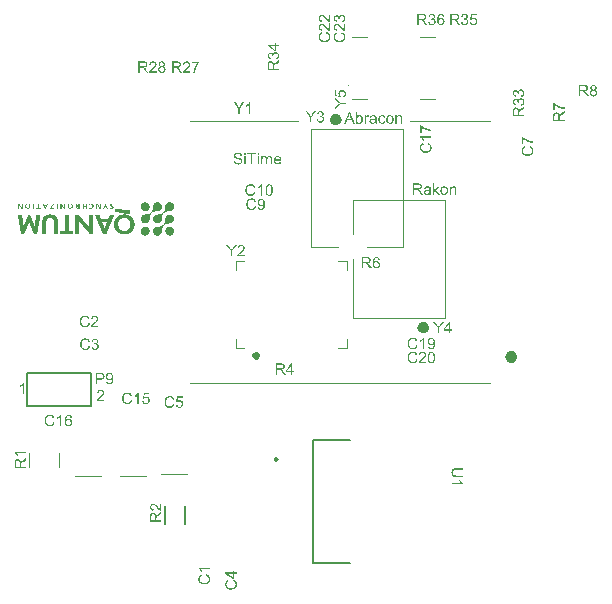
<source format=gto>
G04*
G04 #@! TF.GenerationSoftware,Altium Limited,Altium Designer,21.6.4 (81)*
G04*
G04 Layer_Color=65535*
%FSLAX44Y44*%
%MOMM*%
G71*
G04*
G04 #@! TF.SameCoordinates,2815C35D-ED33-4C73-AB2E-66417DBC4640*
G04*
G04*
G04 #@! TF.FilePolarity,Positive*
G04*
G01*
G75*
%ADD10C,0.2500*%
%ADD11C,0.4500*%
%ADD12C,0.5000*%
%ADD13C,0.2000*%
%ADD14C,0.1000*%
%ADD15C,0.1270*%
G36*
X70598Y336381D02*
X70614D01*
Y332103D01*
X69692D01*
Y333804D01*
X69708D01*
Y333820D01*
X69692D01*
Y333836D01*
X67879D01*
Y333820D01*
X67847D01*
Y333788D01*
X67863D01*
Y333773D01*
X67847D01*
Y332135D01*
X67863D01*
Y332119D01*
X67847D01*
Y332103D01*
X66941D01*
Y336381D01*
X67847D01*
Y336365D01*
X67863D01*
Y336349D01*
X67847D01*
Y334552D01*
X67863D01*
Y334536D01*
X69692D01*
Y336365D01*
X69708D01*
Y336397D01*
X69724D01*
Y336381D01*
X70582D01*
Y336397D01*
X70598D01*
Y336381D01*
D02*
G37*
G36*
X64396D02*
X64412D01*
Y332103D01*
X62520D01*
Y332119D01*
X62361D01*
Y332135D01*
X62297D01*
Y332150D01*
X62202D01*
Y332166D01*
X62138D01*
Y332182D01*
X62074D01*
Y332198D01*
X62027D01*
Y332214D01*
X61995D01*
Y332230D01*
X61947D01*
Y332246D01*
X61899D01*
Y332262D01*
X61868D01*
Y332278D01*
X61836D01*
Y332294D01*
X61804D01*
Y332309D01*
X61772D01*
Y332325D01*
X61756D01*
Y332341D01*
X61740D01*
Y332357D01*
X61709D01*
Y332373D01*
X61693D01*
Y332389D01*
X61661D01*
Y332405D01*
X61645D01*
Y332421D01*
X61629D01*
Y332437D01*
X61613D01*
Y332453D01*
X61597D01*
Y332468D01*
X61581D01*
Y332484D01*
X61565D01*
Y332500D01*
X61550D01*
Y332516D01*
X61534D01*
Y332532D01*
X61518D01*
Y332548D01*
X61502D01*
Y332580D01*
X61486D01*
Y332596D01*
X61470D01*
Y332612D01*
X61454D01*
Y332643D01*
X61438D01*
Y332675D01*
X61422D01*
Y332691D01*
X61406D01*
Y332739D01*
X61391D01*
Y332755D01*
X61375D01*
Y332803D01*
X61359D01*
Y332850D01*
X61343D01*
Y332898D01*
X61327D01*
Y332977D01*
X61311D01*
Y333073D01*
X61295D01*
Y333423D01*
X61311D01*
Y333502D01*
X61327D01*
Y333582D01*
X61343D01*
Y333614D01*
X61359D01*
Y333661D01*
X61375D01*
Y333709D01*
X61391D01*
Y333725D01*
X61406D01*
Y333773D01*
X61422D01*
Y333788D01*
X61438D01*
Y333804D01*
X61454D01*
Y333836D01*
X61470D01*
Y333852D01*
X61486D01*
Y333884D01*
X61502D01*
Y333900D01*
X61518D01*
Y333916D01*
X61534D01*
Y333932D01*
X61550D01*
Y333947D01*
X61565D01*
Y333963D01*
X61581D01*
Y333979D01*
X61597D01*
Y333995D01*
X61613D01*
Y334011D01*
X61645D01*
Y334027D01*
X61661D01*
Y334043D01*
X61677D01*
Y334059D01*
X61709D01*
Y334075D01*
X61725D01*
Y334091D01*
X61756D01*
Y334106D01*
X61788D01*
Y334122D01*
X61804D01*
Y334138D01*
X61836D01*
Y334154D01*
X61868D01*
Y334170D01*
X61899D01*
Y334186D01*
X61947D01*
Y334202D01*
X61979D01*
Y334218D01*
X62027D01*
Y334234D01*
X62106D01*
Y334250D01*
X62138D01*
Y334281D01*
X62090D01*
Y334297D01*
X62058D01*
Y334313D01*
X62027D01*
Y334329D01*
X62011D01*
Y334345D01*
X61995D01*
Y334361D01*
X61963D01*
Y334377D01*
X61947D01*
Y334393D01*
X61931D01*
Y334409D01*
X61915D01*
Y334425D01*
X61899D01*
Y334440D01*
X61884D01*
Y334456D01*
X61868D01*
Y334472D01*
X61852D01*
Y334488D01*
X61836D01*
Y334520D01*
X61820D01*
Y334536D01*
X61804D01*
Y334552D01*
X61788D01*
Y334584D01*
X61772D01*
Y334599D01*
X61756D01*
Y334631D01*
X61740D01*
Y334663D01*
X61725D01*
Y334695D01*
X61709D01*
Y334727D01*
X61693D01*
Y334758D01*
X61677D01*
Y334790D01*
X61661D01*
Y334838D01*
X61645D01*
Y334870D01*
X61629D01*
Y334902D01*
X61613D01*
Y334949D01*
X61597D01*
Y334981D01*
X61581D01*
Y335013D01*
X61565D01*
Y335061D01*
X61550D01*
Y335093D01*
X61534D01*
Y335124D01*
X61518D01*
Y335156D01*
X61502D01*
Y335204D01*
X61486D01*
Y335236D01*
X61470D01*
Y335267D01*
X61454D01*
Y335315D01*
X61438D01*
Y335347D01*
X61422D01*
Y335379D01*
X61406D01*
Y335426D01*
X61391D01*
Y335442D01*
X61375D01*
Y335490D01*
X61359D01*
Y335522D01*
X61343D01*
Y335554D01*
X61327D01*
Y335601D01*
X61311D01*
Y335633D01*
X61295D01*
Y335665D01*
X61279D01*
Y335713D01*
X61263D01*
Y335729D01*
X61247D01*
Y335776D01*
X61231D01*
Y335808D01*
X61216D01*
Y335840D01*
X61200D01*
Y335888D01*
X61184D01*
Y335919D01*
X61168D01*
Y335951D01*
X61152D01*
Y335999D01*
X61136D01*
Y336031D01*
X61120D01*
Y336063D01*
X61104D01*
Y336110D01*
X61088D01*
Y336126D01*
X61072D01*
Y336174D01*
X61056D01*
Y336222D01*
X61041D01*
Y336237D01*
X61025D01*
Y336285D01*
X61009D01*
Y336317D01*
X60993D01*
Y336365D01*
X60977D01*
Y336381D01*
X61931D01*
Y336397D01*
X61947D01*
Y336381D01*
X61979D01*
Y336365D01*
X61995D01*
Y336317D01*
X62011D01*
Y336269D01*
X62027D01*
Y336237D01*
X62042D01*
Y336206D01*
X62058D01*
Y336174D01*
X62074D01*
Y336126D01*
X62090D01*
Y336078D01*
X62106D01*
Y336063D01*
X62122D01*
Y336015D01*
X62138D01*
Y335967D01*
X62154D01*
Y335935D01*
X62170D01*
Y335904D01*
X62186D01*
Y335872D01*
X62202D01*
Y335824D01*
X62217D01*
Y335792D01*
X62233D01*
Y335760D01*
X62249D01*
Y335713D01*
X62265D01*
Y335665D01*
X62281D01*
Y335649D01*
X62297D01*
Y335601D01*
X62313D01*
Y335570D01*
X62329D01*
Y335522D01*
X62345D01*
Y335490D01*
X62361D01*
Y335458D01*
X62376D01*
Y335411D01*
X62392D01*
Y335379D01*
X62408D01*
Y335347D01*
X62424D01*
Y335299D01*
X62440D01*
Y335267D01*
X62456D01*
Y335236D01*
X62472D01*
Y335188D01*
X62488D01*
Y335156D01*
X62504D01*
Y335124D01*
X62520D01*
Y335077D01*
X62536D01*
Y335045D01*
X62551D01*
Y335013D01*
X62567D01*
Y334981D01*
X62583D01*
Y334949D01*
X62599D01*
Y334918D01*
X62615D01*
Y334902D01*
X62631D01*
Y334870D01*
X62647D01*
Y334854D01*
X62663D01*
Y334822D01*
X62679D01*
Y334806D01*
X62695D01*
Y334790D01*
X62710D01*
Y334774D01*
X62726D01*
Y334758D01*
X62742D01*
Y334743D01*
X62758D01*
Y334727D01*
X62790D01*
Y334711D01*
X62806D01*
Y334695D01*
X62838D01*
Y334679D01*
X62854D01*
Y334663D01*
X62901D01*
Y334647D01*
X62965D01*
Y334631D01*
X63028D01*
Y334615D01*
X63490D01*
Y336381D01*
X63506D01*
Y336397D01*
X63521D01*
Y336381D01*
X64380D01*
Y336397D01*
X64396D01*
Y336381D01*
D02*
G37*
G36*
X16210Y336365D02*
X16226D01*
Y332103D01*
X15017D01*
Y332119D01*
X15001D01*
Y332150D01*
X14985D01*
Y332166D01*
X14969D01*
Y332214D01*
X14954D01*
Y332230D01*
X14938D01*
Y332262D01*
X14922D01*
Y332294D01*
X14906D01*
Y332309D01*
X14890D01*
Y332341D01*
X14874D01*
Y332373D01*
X14858D01*
Y332389D01*
X14842D01*
Y332421D01*
X14826D01*
Y332453D01*
X14810D01*
Y332484D01*
X14794D01*
Y332516D01*
X14779D01*
Y332532D01*
X14763D01*
Y332564D01*
X14747D01*
Y332596D01*
X14731D01*
Y332612D01*
X14715D01*
Y332643D01*
X14699D01*
Y332675D01*
X14683D01*
Y332707D01*
X14667D01*
Y332739D01*
X14651D01*
Y332755D01*
X14635D01*
Y332787D01*
X14620D01*
Y332818D01*
X14604D01*
Y332834D01*
X14588D01*
Y332866D01*
X14572D01*
Y332898D01*
X14556D01*
Y332914D01*
X14540D01*
Y332946D01*
X14524D01*
Y332977D01*
X14508D01*
Y333009D01*
X14492D01*
Y333041D01*
X14476D01*
Y333057D01*
X14461D01*
Y333089D01*
X14445D01*
Y333120D01*
X14429D01*
Y333136D01*
X14413D01*
Y333168D01*
X14397D01*
Y333200D01*
X14381D01*
Y333216D01*
X14365D01*
Y333248D01*
X14349D01*
Y333279D01*
X14333D01*
Y333311D01*
X14317D01*
Y333343D01*
X14302D01*
Y333359D01*
X14286D01*
Y333391D01*
X14270D01*
Y333423D01*
X14254D01*
Y333439D01*
X14238D01*
Y333470D01*
X14222D01*
Y333502D01*
X14206D01*
Y333534D01*
X14190D01*
Y333566D01*
X14174D01*
Y333582D01*
X14158D01*
Y333614D01*
X14143D01*
Y333645D01*
X14126D01*
Y333661D01*
X14111D01*
Y333693D01*
X14095D01*
Y333725D01*
X14079D01*
Y333757D01*
X14063D01*
Y333773D01*
X14047D01*
Y333804D01*
X14031D01*
Y333836D01*
X14015D01*
Y333852D01*
X13999D01*
Y333884D01*
X13983D01*
Y333916D01*
X13967D01*
Y333932D01*
X13952D01*
Y333963D01*
X13936D01*
Y333995D01*
X13920D01*
Y334027D01*
X13904D01*
Y334059D01*
X13888D01*
Y334075D01*
X13872D01*
Y334106D01*
X13856D01*
Y334138D01*
X13840D01*
Y334154D01*
X13824D01*
Y334186D01*
X13808D01*
Y334218D01*
X13793D01*
Y334234D01*
X13777D01*
Y334281D01*
X13761D01*
Y334297D01*
X13745D01*
Y334329D01*
X13729D01*
Y334361D01*
X13713D01*
Y334377D01*
X13697D01*
Y334409D01*
X13681D01*
Y334440D01*
X13665D01*
Y334456D01*
X13649D01*
Y334488D01*
X13634D01*
Y334520D01*
X13618D01*
Y334552D01*
X13602D01*
Y334584D01*
X13586D01*
Y334599D01*
X13570D01*
Y334631D01*
X13554D01*
Y334663D01*
X13538D01*
Y334679D01*
X13522D01*
Y334711D01*
X13506D01*
Y334743D01*
X13490D01*
Y334774D01*
X13475D01*
Y334790D01*
X13459D01*
Y334806D01*
X13443D01*
Y334854D01*
X13427D01*
Y334902D01*
X13411D01*
Y334934D01*
X13395D01*
Y334981D01*
X13379D01*
Y335013D01*
X13363D01*
Y335045D01*
X13347D01*
Y335093D01*
X13331D01*
Y335124D01*
X13316D01*
Y335172D01*
X13300D01*
Y335204D01*
X13284D01*
Y335252D01*
X13268D01*
Y335283D01*
X13252D01*
Y335331D01*
X13236D01*
Y335363D01*
X13220D01*
Y332103D01*
X12298D01*
Y333598D01*
Y333614D01*
Y336397D01*
X13506D01*
Y336381D01*
X13522D01*
Y336349D01*
X13538D01*
Y336317D01*
X13554D01*
Y336301D01*
X13570D01*
Y336253D01*
X13586D01*
Y336237D01*
X13602D01*
Y336206D01*
X13618D01*
Y336174D01*
X13634D01*
Y336158D01*
X13649D01*
Y336110D01*
X13665D01*
Y336094D01*
X13681D01*
Y336063D01*
X13697D01*
Y336031D01*
X13713D01*
Y336015D01*
X13729D01*
Y335983D01*
X13745D01*
Y335951D01*
X13761D01*
Y335919D01*
X13777D01*
Y335888D01*
X13793D01*
Y335872D01*
X13808D01*
Y335840D01*
X13824D01*
Y335808D01*
X13840D01*
Y335776D01*
X13856D01*
Y335745D01*
X13872D01*
Y335713D01*
X13888D01*
Y335697D01*
X13904D01*
Y335665D01*
X13920D01*
Y335633D01*
X13936D01*
Y335601D01*
X13952D01*
Y335570D01*
X13967D01*
Y335554D01*
X13983D01*
Y335522D01*
X13999D01*
Y335490D01*
X14015D01*
Y335474D01*
X14031D01*
Y335426D01*
X14047D01*
Y335411D01*
X14063D01*
Y335379D01*
X14079D01*
Y335347D01*
X14095D01*
Y335331D01*
X14111D01*
Y335299D01*
X14126D01*
Y335267D01*
X14143D01*
Y335236D01*
X14158D01*
Y335204D01*
X14174D01*
Y335188D01*
X14190D01*
Y335156D01*
X14206D01*
Y335124D01*
X14222D01*
Y335108D01*
X14238D01*
Y335077D01*
X14254D01*
Y335045D01*
X14270D01*
Y335013D01*
X14286D01*
Y334981D01*
X14302D01*
Y334965D01*
X14317D01*
Y334934D01*
X14333D01*
Y334902D01*
X14349D01*
Y334870D01*
X14365D01*
Y334838D01*
X14381D01*
Y334806D01*
X14397D01*
Y334790D01*
X14413D01*
Y334758D01*
X14429D01*
Y334727D01*
X14445D01*
Y334711D01*
X14461D01*
Y334663D01*
X14476D01*
Y334647D01*
X14492D01*
Y334615D01*
X14508D01*
Y334584D01*
X14524D01*
Y334568D01*
X14540D01*
Y334536D01*
X14556D01*
Y334504D01*
X14572D01*
Y334472D01*
X14588D01*
Y334440D01*
X14604D01*
Y334425D01*
X14620D01*
Y334393D01*
X14635D01*
Y334361D01*
X14651D01*
Y334329D01*
X14667D01*
Y334297D01*
X14683D01*
Y334281D01*
X14699D01*
Y334250D01*
X14715D01*
Y334218D01*
X14731D01*
Y334186D01*
X14747D01*
Y334154D01*
X14763D01*
Y334122D01*
X14779D01*
Y334106D01*
X14794D01*
Y334075D01*
X14810D01*
Y334043D01*
X14826D01*
Y334011D01*
X14842D01*
Y333979D01*
X14858D01*
Y333963D01*
X14874D01*
Y333932D01*
X14890D01*
Y333900D01*
X14906D01*
Y333884D01*
X14922D01*
Y333852D01*
X14938D01*
Y333820D01*
X14954D01*
Y333788D01*
X14969D01*
Y333757D01*
X14985D01*
Y333741D01*
X15001D01*
Y333709D01*
X15017D01*
Y333677D01*
X15033D01*
Y333645D01*
X15049D01*
Y333614D01*
X15065D01*
Y333598D01*
X15081D01*
Y333566D01*
X15097D01*
Y333518D01*
X15113D01*
Y333502D01*
X15128D01*
Y333455D01*
X15144D01*
Y333423D01*
X15160D01*
Y333391D01*
X15176D01*
Y333359D01*
X15192D01*
Y333327D01*
X15208D01*
Y333295D01*
X15224D01*
Y333248D01*
X15240D01*
Y333232D01*
X15256D01*
Y333184D01*
X15272D01*
Y333136D01*
X15303D01*
Y336381D01*
X15319D01*
Y336397D01*
X15335D01*
Y336381D01*
X16194D01*
Y336397D01*
X16210D01*
Y336365D01*
D02*
G37*
G36*
X92179Y336428D02*
X92402D01*
Y336413D01*
X92497D01*
Y336397D01*
X92608D01*
Y336381D01*
X92688D01*
Y336365D01*
X92736D01*
Y336349D01*
X92815D01*
Y336333D01*
X92863D01*
Y336317D01*
X92926D01*
Y336301D01*
X92990D01*
Y336285D01*
X93022D01*
Y336269D01*
X93085D01*
Y336253D01*
X93133D01*
Y336237D01*
X93165D01*
Y336222D01*
X93197D01*
Y336174D01*
X93181D01*
Y336031D01*
X93165D01*
Y335919D01*
X93149D01*
Y335824D01*
X93133D01*
Y335681D01*
X93117D01*
Y335586D01*
X93101D01*
Y335490D01*
X93085D01*
Y335474D01*
X93069D01*
Y335490D01*
X93038D01*
Y335506D01*
X92990D01*
Y335522D01*
X92958D01*
Y335538D01*
X92910D01*
Y335554D01*
X92863D01*
Y335570D01*
X92831D01*
Y335586D01*
X92767D01*
Y335601D01*
X92720D01*
Y335617D01*
X92672D01*
Y335633D01*
X92592D01*
Y335649D01*
X92545D01*
Y335665D01*
X92465D01*
Y335681D01*
X92386D01*
Y335697D01*
X92322D01*
Y335713D01*
X92195D01*
Y335729D01*
X92020D01*
Y335745D01*
X91861D01*
Y335729D01*
X91749D01*
Y335713D01*
X91686D01*
Y335697D01*
X91638D01*
Y335681D01*
X91590D01*
Y335665D01*
X91543D01*
Y335649D01*
X91527D01*
Y335633D01*
X91495D01*
Y335617D01*
X91463D01*
Y335601D01*
X91447D01*
Y335586D01*
X91431D01*
Y335570D01*
X91416D01*
Y335554D01*
X91400D01*
Y335538D01*
X91384D01*
Y335522D01*
X91368D01*
Y335506D01*
X91352D01*
Y335490D01*
X91336D01*
Y335474D01*
X91320D01*
Y335442D01*
X91304D01*
Y335411D01*
X91288D01*
Y335379D01*
X91272D01*
Y335331D01*
X91257D01*
Y335124D01*
X91272D01*
Y335061D01*
X91288D01*
Y335045D01*
X91304D01*
Y334997D01*
X91320D01*
Y334981D01*
X91336D01*
Y334965D01*
X91352D01*
Y334934D01*
X91368D01*
Y334918D01*
X91384D01*
Y334902D01*
X91400D01*
Y334886D01*
X91416D01*
Y334870D01*
X91431D01*
Y334854D01*
X91447D01*
Y334838D01*
X91463D01*
Y334822D01*
X91479D01*
Y334806D01*
X91495D01*
Y334790D01*
X91527D01*
Y334774D01*
X91559D01*
Y334758D01*
X91574D01*
Y334743D01*
X91606D01*
Y334727D01*
X91622D01*
Y334711D01*
X91654D01*
Y334695D01*
X91686D01*
Y334679D01*
X91718D01*
Y334663D01*
X91765D01*
Y334647D01*
X91797D01*
Y334631D01*
X91829D01*
Y334615D01*
X91877D01*
Y334599D01*
X91909D01*
Y334584D01*
X91940D01*
Y334568D01*
X91988D01*
Y334552D01*
X92004D01*
Y334536D01*
X92036D01*
Y334520D01*
X92083D01*
Y334504D01*
X92099D01*
Y334488D01*
X92131D01*
Y334472D01*
X92163D01*
Y334456D01*
X92195D01*
Y334440D01*
X92242D01*
Y334425D01*
X92274D01*
Y334409D01*
X92306D01*
Y334393D01*
X92338D01*
Y334377D01*
X92354D01*
Y334361D01*
X92386D01*
Y334345D01*
X92417D01*
Y334329D01*
X92449D01*
Y334313D01*
X92481D01*
Y334297D01*
X92497D01*
Y334281D01*
X92529D01*
Y334266D01*
X92561D01*
Y334250D01*
X92592D01*
Y334234D01*
X92624D01*
Y334218D01*
X92640D01*
Y334202D01*
X92672D01*
Y334186D01*
X92688D01*
Y334170D01*
X92720D01*
Y334154D01*
X92736D01*
Y334138D01*
X92767D01*
Y334122D01*
X92783D01*
Y334106D01*
X92799D01*
Y334091D01*
X92831D01*
Y334075D01*
X92847D01*
Y334059D01*
X92863D01*
Y334043D01*
X92879D01*
Y334027D01*
X92894D01*
Y334011D01*
X92926D01*
Y333979D01*
X92958D01*
Y333947D01*
X92974D01*
Y333932D01*
X92990D01*
Y333916D01*
X93006D01*
Y333884D01*
X93022D01*
Y333868D01*
X93038D01*
Y333852D01*
X93054D01*
Y333820D01*
X93069D01*
Y333804D01*
X93085D01*
Y333773D01*
X93101D01*
Y333741D01*
X93117D01*
Y333709D01*
X93133D01*
Y333661D01*
X93149D01*
Y333614D01*
X93165D01*
Y333566D01*
X93181D01*
Y333534D01*
Y333518D01*
Y333486D01*
X93197D01*
Y333391D01*
X93213D01*
Y333136D01*
X93197D01*
Y333057D01*
X93181D01*
Y332962D01*
X93165D01*
Y332914D01*
X93149D01*
Y332866D01*
X93133D01*
Y332818D01*
X93117D01*
Y332787D01*
X93101D01*
Y332739D01*
X93085D01*
Y332707D01*
X93069D01*
Y332691D01*
X93054D01*
Y332659D01*
X93038D01*
Y332627D01*
X93022D01*
Y332612D01*
X93006D01*
Y332580D01*
X92990D01*
Y332564D01*
X92974D01*
Y332532D01*
X92958D01*
Y332516D01*
X92942D01*
Y332500D01*
X92926D01*
Y332484D01*
X92910D01*
Y332468D01*
X92894D01*
Y332453D01*
X92879D01*
Y332437D01*
X92863D01*
Y332421D01*
X92847D01*
Y332405D01*
X92831D01*
Y332389D01*
X92815D01*
Y332373D01*
X92799D01*
Y332357D01*
X92767D01*
Y332341D01*
X92751D01*
Y332325D01*
X92720D01*
Y332309D01*
X92704D01*
Y332294D01*
X92672D01*
Y332278D01*
X92656D01*
Y332262D01*
X92624D01*
Y332246D01*
X92592D01*
Y332230D01*
X92561D01*
Y332214D01*
X92529D01*
Y332198D01*
X92497D01*
Y332182D01*
X92449D01*
Y332166D01*
X92417D01*
Y332150D01*
X92354D01*
Y332135D01*
X92322D01*
Y332119D01*
X92258D01*
Y332103D01*
X92179D01*
Y332087D01*
X92099D01*
Y332071D01*
X91813D01*
Y332055D01*
X91590D01*
Y332071D01*
X91272D01*
Y332087D01*
X91161D01*
Y332103D01*
X91034D01*
Y332119D01*
X90938D01*
Y332135D01*
X90875D01*
Y332150D01*
X90779D01*
Y332166D01*
X90732D01*
Y332182D01*
X90668D01*
Y332198D01*
X90589D01*
Y332214D01*
X90557D01*
Y332230D01*
X90493D01*
Y332325D01*
X90509D01*
Y332453D01*
X90525D01*
Y332532D01*
X90541D01*
Y332659D01*
X90557D01*
Y332771D01*
X90573D01*
Y332850D01*
X90589D01*
Y332914D01*
X90652D01*
Y332898D01*
X90684D01*
Y332882D01*
X90732D01*
Y332866D01*
X90795D01*
Y332850D01*
X90843D01*
Y332834D01*
X90907D01*
Y332818D01*
X90970D01*
Y332803D01*
X91034D01*
Y332787D01*
X91113D01*
Y332771D01*
X91193D01*
Y332755D01*
X91304D01*
Y332739D01*
X91463D01*
Y332723D01*
X91718D01*
Y332739D01*
X91861D01*
Y332755D01*
X91909D01*
Y332771D01*
X91940D01*
Y332787D01*
X91988D01*
Y332803D01*
X92020D01*
Y332818D01*
X92052D01*
Y332834D01*
X92067D01*
Y332850D01*
X92083D01*
Y332866D01*
X92115D01*
Y332882D01*
X92131D01*
Y332898D01*
X92147D01*
Y332914D01*
X92163D01*
Y332946D01*
X92179D01*
Y332962D01*
X92195D01*
Y332977D01*
X92211D01*
Y333009D01*
X92227D01*
Y333057D01*
X92242D01*
Y333152D01*
X92258D01*
Y333232D01*
X92242D01*
Y333327D01*
X92227D01*
Y333359D01*
X92211D01*
Y333391D01*
X92195D01*
Y333439D01*
X92179D01*
Y333455D01*
X92163D01*
Y333470D01*
X92147D01*
Y333502D01*
X92131D01*
Y333518D01*
X92115D01*
Y333534D01*
X92099D01*
Y333550D01*
X92083D01*
Y333566D01*
X92067D01*
Y333582D01*
X92036D01*
Y333598D01*
X92020D01*
Y333614D01*
X92004D01*
Y333629D01*
X91972D01*
Y333645D01*
X91940D01*
Y333661D01*
X91924D01*
Y333677D01*
X91877D01*
Y333693D01*
X91861D01*
Y333709D01*
X91829D01*
Y333725D01*
X91781D01*
Y333741D01*
X91765D01*
Y333757D01*
X91718D01*
Y333773D01*
X91686D01*
Y333788D01*
X91654D01*
Y333804D01*
X91606D01*
Y333820D01*
X91574D01*
Y333836D01*
X91527D01*
Y333852D01*
X91479D01*
Y333868D01*
X91447D01*
Y333884D01*
X91416D01*
Y333900D01*
X91368D01*
Y333916D01*
X91352D01*
Y333932D01*
X91304D01*
Y333947D01*
X91272D01*
Y333963D01*
X91241D01*
Y333979D01*
X91193D01*
Y333995D01*
X91161D01*
Y334011D01*
X91129D01*
Y334027D01*
X91097D01*
Y334043D01*
X91066D01*
Y334059D01*
X91034D01*
Y334075D01*
X91002D01*
Y334091D01*
X90986D01*
Y334106D01*
X90938D01*
Y334122D01*
X90922D01*
Y334138D01*
X90891D01*
Y334154D01*
X90859D01*
Y334170D01*
X90843D01*
Y334186D01*
X90811D01*
Y334202D01*
X90795D01*
Y334218D01*
X90779D01*
Y334234D01*
X90748D01*
Y334250D01*
X90732D01*
Y334266D01*
X90716D01*
Y334281D01*
X90684D01*
Y334297D01*
X90668D01*
Y334313D01*
X90652D01*
Y334329D01*
X90636D01*
Y334345D01*
X90620D01*
Y334361D01*
X90589D01*
Y334393D01*
X90573D01*
Y334409D01*
X90557D01*
Y334425D01*
X90541D01*
Y334440D01*
X90525D01*
Y334456D01*
X90509D01*
Y334488D01*
X90493D01*
Y334504D01*
X90477D01*
Y334536D01*
X90461D01*
Y334552D01*
X90445D01*
Y334584D01*
X90429D01*
Y334615D01*
X90414D01*
Y334647D01*
X90398D01*
Y334679D01*
X90382D01*
Y334711D01*
X90366D01*
Y334758D01*
X90350D01*
Y334790D01*
X90334D01*
Y334870D01*
X90318D01*
Y334918D01*
X90302D01*
Y335029D01*
X90286D01*
Y335363D01*
X90302D01*
Y335458D01*
X90318D01*
Y335506D01*
X90334D01*
Y335570D01*
X90350D01*
Y335617D01*
X90366D01*
Y335649D01*
X90382D01*
Y335697D01*
X90398D01*
Y335713D01*
X90414D01*
Y335745D01*
X90429D01*
Y335776D01*
X90445D01*
Y335808D01*
X90461D01*
Y335824D01*
X90477D01*
Y335840D01*
X90493D01*
Y335872D01*
X90509D01*
Y335888D01*
X90525D01*
Y335904D01*
X90541D01*
Y335919D01*
X90557D01*
Y335935D01*
X90573D01*
Y335951D01*
X90589D01*
Y335983D01*
X90604D01*
Y335999D01*
X90636D01*
Y336015D01*
X90652D01*
Y336031D01*
X90668D01*
Y336047D01*
X90684D01*
Y336063D01*
X90700D01*
Y336078D01*
X90716D01*
Y336094D01*
X90748D01*
Y336110D01*
X90779D01*
Y336126D01*
X90795D01*
Y336142D01*
X90827D01*
Y336158D01*
X90843D01*
Y336174D01*
X90875D01*
Y336190D01*
X90907D01*
Y336206D01*
X90922D01*
Y336222D01*
X90970D01*
Y336237D01*
X90986D01*
Y336253D01*
X91034D01*
Y336269D01*
X91066D01*
Y336285D01*
X91097D01*
Y336301D01*
X91161D01*
Y336317D01*
X91209D01*
Y336333D01*
X91241D01*
Y336349D01*
X91320D01*
Y336365D01*
X91368D01*
Y336381D01*
X91431D01*
Y336397D01*
X91559D01*
Y336413D01*
X91670D01*
Y336428D01*
X91972D01*
Y336444D01*
X92179D01*
Y336428D01*
D02*
G37*
G36*
X37774Y336365D02*
X37759D01*
Y336349D01*
X37743D01*
Y336301D01*
X37727D01*
Y336269D01*
X37711D01*
Y336237D01*
X37695D01*
Y336190D01*
X37679D01*
Y336158D01*
X37663D01*
Y336126D01*
X37647D01*
Y336078D01*
X37631D01*
Y336047D01*
X37615D01*
Y335999D01*
X37599D01*
Y335967D01*
X37584D01*
Y335935D01*
X37568D01*
Y335888D01*
X37552D01*
Y335856D01*
X37536D01*
Y335824D01*
X37520D01*
Y335776D01*
X37504D01*
Y335745D01*
X37488D01*
Y335697D01*
X37472D01*
Y335665D01*
X37456D01*
Y335633D01*
X37441D01*
Y335586D01*
X37425D01*
Y335554D01*
X37409D01*
Y335522D01*
X37393D01*
Y335474D01*
X37377D01*
Y335442D01*
X37361D01*
Y335395D01*
X37345D01*
Y335363D01*
X37329D01*
Y335331D01*
X37313D01*
Y335283D01*
X37297D01*
Y335252D01*
X37281D01*
Y335220D01*
X37266D01*
Y335172D01*
X37250D01*
Y335140D01*
X37234D01*
Y335093D01*
X37218D01*
Y335061D01*
X37202D01*
Y335029D01*
X37186D01*
Y334981D01*
X37170D01*
Y334965D01*
X37154D01*
Y334918D01*
X37138D01*
Y334870D01*
X37122D01*
Y334854D01*
X37106D01*
Y334806D01*
X37091D01*
Y334758D01*
X37075D01*
Y334727D01*
X37059D01*
Y334679D01*
X37043D01*
Y334663D01*
X37027D01*
Y334615D01*
X37011D01*
Y334568D01*
X36995D01*
Y334552D01*
X36979D01*
Y334504D01*
X36963D01*
Y334472D01*
X36948D01*
Y334425D01*
X36932D01*
Y334377D01*
X36916D01*
Y334361D01*
X36900D01*
Y334313D01*
X36884D01*
Y334266D01*
X36868D01*
Y334234D01*
X36852D01*
Y334202D01*
X36836D01*
Y334154D01*
X36820D01*
Y334122D01*
X36804D01*
Y334075D01*
X36788D01*
Y334043D01*
X36772D01*
Y334011D01*
X36757D01*
Y333963D01*
X36741D01*
Y333932D01*
X36725D01*
Y333900D01*
X36709D01*
Y333868D01*
X36693D01*
Y333820D01*
X36677D01*
Y333773D01*
X36661D01*
Y333757D01*
X36645D01*
Y333709D01*
X36629D01*
Y333661D01*
X36614D01*
Y333629D01*
X36598D01*
Y333598D01*
X36582D01*
Y333550D01*
X36566D01*
Y333518D01*
X36550D01*
Y333470D01*
X36534D01*
Y333455D01*
X36518D01*
Y333407D01*
X36502D01*
Y333359D01*
X36486D01*
Y333343D01*
X36470D01*
Y333295D01*
X36455D01*
Y333264D01*
X36439D01*
Y333216D01*
X36423D01*
Y333168D01*
X36407D01*
Y333152D01*
X36391D01*
Y333105D01*
X36375D01*
Y333057D01*
X36359D01*
Y333041D01*
X36343D01*
Y332993D01*
X36327D01*
Y332962D01*
X36311D01*
Y332914D01*
X36295D01*
Y332882D01*
X36279D01*
Y332850D01*
X36264D01*
Y332803D01*
X36248D01*
Y332755D01*
X36232D01*
Y332739D01*
X36216D01*
Y332691D01*
X36200D01*
Y332659D01*
X36184D01*
Y332627D01*
X36168D01*
Y332580D01*
X36152D01*
Y332548D01*
X36136D01*
Y332500D01*
X36121D01*
Y332453D01*
X36105D01*
Y332437D01*
X36089D01*
Y332389D01*
X36073D01*
Y332357D01*
X36057D01*
Y332325D01*
X36041D01*
Y332278D01*
X36025D01*
Y332246D01*
X36009D01*
Y332198D01*
X35993D01*
Y332166D01*
X35977D01*
Y332135D01*
X35961D01*
Y332119D01*
X35946D01*
Y332103D01*
X35930D01*
Y332119D01*
X34896D01*
Y332166D01*
X34880D01*
Y332198D01*
X34864D01*
Y332230D01*
X34848D01*
Y332278D01*
X34832D01*
Y332309D01*
X34817D01*
Y332357D01*
X34801D01*
Y332389D01*
X34785D01*
Y332421D01*
X34769D01*
Y332468D01*
X34753D01*
Y332500D01*
X34737D01*
Y332532D01*
X34721D01*
Y332580D01*
X34705D01*
Y332612D01*
X34689D01*
Y332659D01*
X34673D01*
Y332691D01*
X34657D01*
Y332723D01*
X34641D01*
Y332771D01*
X34626D01*
Y332803D01*
X34610D01*
Y332834D01*
X34594D01*
Y332882D01*
X34578D01*
Y332914D01*
X34562D01*
Y332962D01*
X34546D01*
Y332993D01*
X34530D01*
Y333025D01*
X34514D01*
Y333073D01*
X34498D01*
Y333105D01*
X34483D01*
Y333136D01*
X34467D01*
Y333184D01*
X34451D01*
Y333216D01*
X34435D01*
Y333264D01*
X34419D01*
Y333295D01*
X34403D01*
Y333327D01*
X34387D01*
Y333375D01*
X34371D01*
Y333407D01*
X34355D01*
Y333439D01*
X34339D01*
Y333486D01*
X34323D01*
Y333518D01*
X34308D01*
Y333566D01*
X34292D01*
Y333598D01*
X34276D01*
Y333629D01*
X34260D01*
Y333677D01*
X34244D01*
Y333709D01*
X34228D01*
Y333741D01*
X34212D01*
Y333788D01*
X34196D01*
Y333820D01*
X34180D01*
Y333868D01*
X34164D01*
Y333900D01*
X34148D01*
Y333932D01*
X34133D01*
Y333979D01*
X34117D01*
Y334011D01*
X34101D01*
Y334043D01*
X34085D01*
Y334091D01*
X34069D01*
Y334122D01*
X34053D01*
Y334170D01*
X34037D01*
Y334202D01*
X34021D01*
Y334234D01*
X34005D01*
Y334281D01*
X33990D01*
Y334313D01*
X33974D01*
Y334361D01*
X33958D01*
Y334393D01*
X33942D01*
Y334425D01*
X33926D01*
Y334472D01*
X33910D01*
Y334504D01*
X33894D01*
Y334536D01*
X33878D01*
Y334584D01*
X33862D01*
Y334615D01*
X33846D01*
Y334663D01*
X33830D01*
Y334695D01*
X33815D01*
Y334727D01*
X33799D01*
Y334774D01*
X33783D01*
Y334806D01*
X33767D01*
Y334838D01*
X33751D01*
Y334886D01*
X33735D01*
Y334918D01*
X33719D01*
Y334965D01*
X33703D01*
Y334997D01*
X33687D01*
Y335029D01*
X33671D01*
Y335077D01*
X33656D01*
Y335108D01*
X33640D01*
Y335140D01*
X33624D01*
Y335188D01*
X33608D01*
Y335220D01*
X33592D01*
Y335267D01*
X33576D01*
Y335299D01*
X33560D01*
Y335331D01*
X33544D01*
Y335379D01*
X33528D01*
Y335411D01*
X33512D01*
Y335442D01*
X33496D01*
Y335490D01*
X33481D01*
Y335522D01*
X33465D01*
Y335570D01*
X33449D01*
Y335601D01*
X33433D01*
Y335633D01*
X33417D01*
Y335681D01*
X33401D01*
Y335713D01*
X33385D01*
Y335760D01*
X33369D01*
Y335792D01*
X33353D01*
Y335824D01*
X33338D01*
Y335872D01*
X33322D01*
Y335904D01*
X33306D01*
Y335935D01*
X33290D01*
Y335983D01*
X33274D01*
Y336015D01*
X33258D01*
Y336063D01*
X33242D01*
Y336094D01*
X33226D01*
Y336126D01*
X33210D01*
Y336174D01*
X33194D01*
Y336222D01*
X33178D01*
Y336237D01*
X33163D01*
Y336285D01*
X33147D01*
Y336317D01*
X33131D01*
Y336365D01*
X33115D01*
Y336397D01*
X34148D01*
Y336365D01*
X34164D01*
Y336333D01*
X34180D01*
Y336285D01*
X34196D01*
Y336253D01*
X34212D01*
Y336206D01*
X34228D01*
Y336174D01*
X34244D01*
Y336142D01*
X34260D01*
Y336094D01*
X34276D01*
Y336047D01*
X34292D01*
Y336015D01*
X34308D01*
Y335967D01*
X34323D01*
Y335935D01*
X34339D01*
Y335888D01*
X34355D01*
Y335840D01*
X34371D01*
Y335808D01*
X34387D01*
Y335760D01*
X34403D01*
Y335729D01*
X34419D01*
Y335681D01*
X34435D01*
Y335633D01*
X34451D01*
Y335601D01*
X34467D01*
Y335570D01*
X34483D01*
Y335522D01*
X34498D01*
Y335490D01*
X34514D01*
Y335442D01*
X34530D01*
Y335426D01*
X36391D01*
Y335442D01*
X36407D01*
Y335474D01*
X36423D01*
Y335522D01*
X36439D01*
Y335538D01*
Y335570D01*
X36455D01*
Y335601D01*
X36470D01*
Y335649D01*
X36486D01*
Y335681D01*
X36502D01*
Y335713D01*
X36518D01*
Y335760D01*
X36534D01*
Y335792D01*
X36550D01*
Y335840D01*
X36566D01*
Y335888D01*
X36582D01*
Y335919D01*
X36598D01*
Y335967D01*
X36614D01*
Y335999D01*
X36629D01*
Y336047D01*
X36645D01*
Y336094D01*
X36661D01*
Y336110D01*
X36677D01*
Y336174D01*
X36693D01*
Y336206D01*
X36709D01*
Y336237D01*
X36725D01*
Y336285D01*
X36741D01*
Y336317D01*
X36757D01*
Y336365D01*
X36772D01*
Y336397D01*
X37774D01*
Y336365D01*
D02*
G37*
G36*
X30157Y332882D02*
X30173D01*
Y332866D01*
X30189D01*
Y332882D01*
X31445D01*
Y332866D01*
X31477D01*
Y332135D01*
X31461D01*
Y332119D01*
X27946D01*
Y332135D01*
X27930D01*
Y332866D01*
X27962D01*
Y332882D01*
X29219D01*
Y332866D01*
X29234D01*
Y332882D01*
X29250D01*
Y336397D01*
X30157D01*
Y332882D01*
D02*
G37*
G36*
X74177Y336413D02*
X74288D01*
Y336397D01*
X74431D01*
Y336381D01*
X74526D01*
Y336365D01*
X74606D01*
Y336349D01*
X74686D01*
Y336333D01*
X74733D01*
Y336317D01*
X74797D01*
Y336301D01*
X74860D01*
Y336285D01*
X74892D01*
Y336269D01*
X74956D01*
Y336253D01*
X74988D01*
Y336237D01*
X75035D01*
Y336222D01*
X75067D01*
Y336206D01*
X75099D01*
Y336190D01*
X75131D01*
Y336174D01*
X75163D01*
Y336158D01*
X75194D01*
Y336142D01*
X75226D01*
Y336126D01*
X75258D01*
Y336110D01*
X75274D01*
Y336094D01*
X75306D01*
Y336078D01*
X75338D01*
Y336063D01*
X75369D01*
Y336047D01*
X75401D01*
Y336031D01*
X75417D01*
Y336015D01*
X75433D01*
Y335999D01*
X75465D01*
Y335983D01*
X75481D01*
Y335967D01*
X75512D01*
Y335951D01*
X75528D01*
Y335935D01*
X75544D01*
Y335919D01*
X75576D01*
Y335904D01*
X75592D01*
Y335888D01*
X75608D01*
Y335872D01*
X75640D01*
Y335856D01*
X75656D01*
Y335840D01*
X75672D01*
Y335824D01*
X75687D01*
Y335808D01*
X75703D01*
Y335792D01*
X75719D01*
Y335776D01*
X75735D01*
Y335760D01*
X75751D01*
Y335745D01*
X75767D01*
Y335729D01*
X75783D01*
Y335713D01*
X75799D01*
Y335697D01*
X75815D01*
Y335681D01*
X75830D01*
Y335665D01*
X75846D01*
Y335649D01*
X75862D01*
Y335633D01*
X75878D01*
Y335601D01*
X75894D01*
Y335586D01*
X75910D01*
Y335570D01*
X75926D01*
Y335538D01*
X75942D01*
Y335522D01*
X75958D01*
Y335490D01*
X75974D01*
Y335474D01*
X75989D01*
Y335458D01*
X76005D01*
Y335426D01*
X76021D01*
Y335411D01*
X76037D01*
Y335379D01*
X76053D01*
Y335347D01*
X76069D01*
Y335315D01*
X76085D01*
Y335283D01*
X76101D01*
Y335252D01*
X76117D01*
Y335220D01*
X76133D01*
Y335172D01*
X76149D01*
Y335156D01*
X76164D01*
Y335108D01*
X76180D01*
Y335061D01*
X76196D01*
Y335029D01*
X76212D01*
Y334965D01*
X76228D01*
Y334918D01*
X76244D01*
Y334838D01*
X76260D01*
Y334758D01*
X76276D01*
Y334695D01*
X76292D01*
Y334536D01*
X76308D01*
Y333963D01*
X76292D01*
Y333820D01*
X76276D01*
Y333757D01*
X76260D01*
Y333661D01*
X76244D01*
Y333598D01*
X76228D01*
Y333550D01*
X76212D01*
Y333502D01*
X76196D01*
Y333455D01*
X76180D01*
Y333407D01*
X76164D01*
Y333359D01*
X76149D01*
Y333343D01*
X76133D01*
Y333295D01*
X76117D01*
Y333264D01*
X76101D01*
Y333232D01*
X76085D01*
Y333200D01*
X76069D01*
Y333168D01*
X76053D01*
Y333136D01*
X76037D01*
Y333105D01*
X76021D01*
Y333089D01*
X76005D01*
Y333057D01*
X75989D01*
Y333041D01*
X75974D01*
Y333009D01*
X75958D01*
Y332993D01*
X75942D01*
Y332962D01*
X75926D01*
Y332946D01*
X75910D01*
Y332914D01*
X75894D01*
Y332898D01*
X75878D01*
Y332882D01*
X75862D01*
Y332866D01*
X75846D01*
Y332834D01*
X75830D01*
Y332818D01*
X75815D01*
Y332803D01*
X75799D01*
Y332787D01*
X75783D01*
Y332771D01*
X75767D01*
Y332755D01*
X75751D01*
Y332739D01*
X75735D01*
Y332723D01*
X75719D01*
Y332707D01*
X75703D01*
Y332691D01*
X75687D01*
Y332675D01*
X75672D01*
Y332659D01*
X75656D01*
Y332643D01*
X75640D01*
Y332627D01*
X75624D01*
Y332612D01*
X75592D01*
Y332596D01*
X75576D01*
Y332580D01*
X75560D01*
Y332564D01*
X75528D01*
Y332548D01*
X75512D01*
Y332532D01*
X75481D01*
Y332516D01*
X75465D01*
Y332500D01*
X75449D01*
Y332484D01*
X75417D01*
Y332468D01*
X75401D01*
Y332453D01*
X75369D01*
Y332437D01*
X75353D01*
Y332421D01*
X75322D01*
Y332405D01*
X75290D01*
Y332389D01*
X75274D01*
Y332373D01*
X75242D01*
Y332357D01*
X75210D01*
Y332341D01*
X75178D01*
Y332325D01*
X75147D01*
Y332309D01*
X75099D01*
Y332294D01*
X75083D01*
Y332278D01*
X75035D01*
Y332262D01*
X75003D01*
Y332246D01*
X74956D01*
Y332230D01*
X74908D01*
Y332214D01*
X74876D01*
Y332198D01*
X74829D01*
Y332182D01*
X74781D01*
Y332166D01*
X74733D01*
Y332150D01*
X74654D01*
Y332135D01*
X74606D01*
Y332119D01*
X74526D01*
Y332103D01*
X74415D01*
Y332087D01*
X74352D01*
Y332071D01*
X74224D01*
Y332055D01*
X74097D01*
Y332039D01*
X73477D01*
Y332055D01*
X73270D01*
Y332071D01*
X73159D01*
Y332087D01*
X73111D01*
Y332103D01*
X73047D01*
Y332119D01*
X72968D01*
Y332135D01*
X72904D01*
Y332150D01*
X72841D01*
Y332166D01*
X72793D01*
Y332182D01*
X72777D01*
Y332325D01*
X72793D01*
Y332564D01*
X72809D01*
Y332866D01*
X72825D01*
Y332914D01*
X72841D01*
Y332898D01*
X72873D01*
Y332882D01*
X72920D01*
Y332866D01*
X73000D01*
Y332850D01*
X73047D01*
Y332834D01*
X73111D01*
Y332818D01*
X73191D01*
Y332803D01*
X73270D01*
Y332787D01*
X73429D01*
Y332771D01*
X73572D01*
Y332755D01*
X73795D01*
Y332771D01*
X73986D01*
Y332787D01*
X74129D01*
Y332803D01*
X74193D01*
Y332818D01*
X74256D01*
Y332834D01*
X74336D01*
Y332850D01*
X74367D01*
Y332866D01*
X74415D01*
Y332882D01*
X74463D01*
Y332898D01*
X74495D01*
Y332914D01*
X74542D01*
Y332930D01*
X74574D01*
Y332946D01*
X74606D01*
Y332962D01*
X74638D01*
Y332977D01*
X74654D01*
Y332993D01*
X74686D01*
Y333009D01*
X74717D01*
Y333025D01*
X74733D01*
Y333041D01*
X74765D01*
Y333057D01*
X74781D01*
Y333073D01*
X74797D01*
Y333089D01*
X74829D01*
Y333105D01*
X74844D01*
Y333120D01*
X74860D01*
Y333136D01*
X74876D01*
Y333152D01*
X74892D01*
Y333168D01*
X74908D01*
Y333184D01*
X74924D01*
Y333200D01*
X74940D01*
Y333216D01*
X74956D01*
Y333232D01*
X74972D01*
Y333248D01*
X74988D01*
Y333264D01*
X75003D01*
Y333279D01*
X75019D01*
Y333295D01*
X75035D01*
Y333327D01*
X75051D01*
Y333343D01*
X75067D01*
Y333359D01*
X75083D01*
Y333375D01*
X75099D01*
Y333407D01*
X75115D01*
Y333439D01*
X75131D01*
Y333455D01*
X75147D01*
Y333486D01*
X75163D01*
Y333518D01*
X75178D01*
Y333534D01*
X75194D01*
Y333582D01*
X75210D01*
Y333614D01*
X75226D01*
Y333645D01*
X75242D01*
Y333709D01*
X75258D01*
Y333741D01*
X75274D01*
Y333804D01*
X75290D01*
Y333884D01*
X75306D01*
Y333947D01*
X75322D01*
Y334138D01*
X75338D01*
Y334329D01*
X75322D01*
Y334552D01*
X75306D01*
Y334631D01*
X75290D01*
Y334695D01*
X75274D01*
Y334774D01*
X75258D01*
Y334806D01*
X75242D01*
Y334854D01*
X75226D01*
Y334902D01*
X75210D01*
Y334934D01*
X75194D01*
Y334965D01*
X75178D01*
Y334997D01*
X75163D01*
Y335029D01*
X75147D01*
Y335061D01*
X75131D01*
Y335077D01*
X75115D01*
Y335108D01*
X75099D01*
Y335124D01*
X75083D01*
Y335156D01*
X75067D01*
Y335172D01*
X75051D01*
Y335188D01*
X75035D01*
Y335204D01*
X75019D01*
Y335236D01*
X75003D01*
Y335252D01*
X74988D01*
Y335267D01*
X74972D01*
Y335283D01*
X74956D01*
Y335299D01*
X74924D01*
Y335315D01*
X74908D01*
Y335331D01*
X74892D01*
Y335347D01*
X74876D01*
Y335363D01*
X74860D01*
Y335379D01*
X74844D01*
Y335395D01*
X74829D01*
Y335411D01*
X74797D01*
Y335426D01*
X74781D01*
Y335442D01*
X74765D01*
Y335458D01*
X74733D01*
Y335474D01*
X74701D01*
Y335490D01*
X74686D01*
Y335506D01*
X74654D01*
Y335522D01*
X74622D01*
Y335538D01*
X74590D01*
Y335554D01*
X74542D01*
Y335570D01*
X74526D01*
Y335586D01*
X74463D01*
Y335601D01*
X74431D01*
Y335617D01*
X74399D01*
Y335633D01*
X74320D01*
Y335649D01*
X74272D01*
Y335665D01*
X74177D01*
Y335681D01*
X74097D01*
Y335697D01*
X73970D01*
Y335713D01*
X73540D01*
Y335697D01*
X73413D01*
Y335681D01*
X73318D01*
Y335665D01*
X73238D01*
Y335649D01*
X73191D01*
Y335633D01*
X73127D01*
Y335617D01*
X73063D01*
Y335601D01*
X73016D01*
Y335586D01*
X72968D01*
Y335570D01*
X72920D01*
Y335554D01*
X72888D01*
Y335538D01*
X72857D01*
Y335522D01*
X72841D01*
Y335538D01*
X72825D01*
Y335665D01*
X72809D01*
Y335872D01*
X72793D01*
Y336031D01*
X72777D01*
Y336253D01*
X72809D01*
Y336269D01*
X72873D01*
Y336285D01*
X72920D01*
Y336301D01*
X72984D01*
Y336317D01*
X73047D01*
Y336333D01*
X73111D01*
Y336349D01*
X73191D01*
Y336365D01*
X73270D01*
Y336381D01*
X73366D01*
Y336397D01*
X73509D01*
Y336413D01*
X73652D01*
Y336428D01*
X74177D01*
Y336413D01*
D02*
G37*
G36*
X45917Y336381D02*
X45933D01*
Y336365D01*
X45917D01*
Y333804D01*
Y333788D01*
Y332119D01*
X45010D01*
Y336397D01*
X45917D01*
Y336381D01*
D02*
G37*
G36*
X25942D02*
X25958D01*
Y336365D01*
X25942D01*
Y336349D01*
X25958D01*
Y332135D01*
X25942D01*
Y332119D01*
X25036D01*
Y336237D01*
Y336253D01*
Y336397D01*
X25942D01*
Y336381D01*
D02*
G37*
G36*
X86835Y334631D02*
X86851D01*
Y334599D01*
X86867D01*
Y334568D01*
X86883D01*
Y334552D01*
X86899D01*
Y334520D01*
X86915D01*
Y334504D01*
X86931D01*
Y334488D01*
X86947D01*
Y334456D01*
X86963D01*
Y334440D01*
X86979D01*
Y334409D01*
X86994D01*
Y334377D01*
X87010D01*
Y334361D01*
X87026D01*
Y334329D01*
X87042D01*
Y334313D01*
X87058D01*
Y334281D01*
X87074D01*
Y334266D01*
X87090D01*
Y334250D01*
X87106D01*
Y334218D01*
X87122D01*
Y334186D01*
X87138D01*
Y334170D01*
X87154D01*
Y334138D01*
X87169D01*
Y334122D01*
X87185D01*
Y334091D01*
X87201D01*
Y334075D01*
X87217D01*
Y334059D01*
X87233D01*
Y334027D01*
X87249D01*
Y333995D01*
X87265D01*
Y333979D01*
X87281D01*
Y333947D01*
X87297D01*
Y333932D01*
X87312D01*
Y333900D01*
X87328D01*
Y333884D01*
X87344D01*
Y333852D01*
X87360D01*
Y333836D01*
X87376D01*
Y333804D01*
X87392D01*
Y333788D01*
X87408D01*
Y333757D01*
X87424D01*
Y333741D01*
X87440D01*
Y333709D01*
X87456D01*
Y333677D01*
X87472D01*
Y333661D01*
X87487D01*
Y333629D01*
X87503D01*
Y333614D01*
X87519D01*
Y333598D01*
X87535D01*
Y333566D01*
X87551D01*
Y333550D01*
X87567D01*
Y333518D01*
X87583D01*
Y333502D01*
X87599D01*
Y333470D01*
X87615D01*
Y333455D01*
X87631D01*
Y333423D01*
X87647D01*
Y333407D01*
X87662D01*
Y333375D01*
X87678D01*
Y333359D01*
X87694D01*
Y333327D01*
X87710D01*
Y333295D01*
X87726D01*
Y333279D01*
X87742D01*
Y333248D01*
X87758D01*
Y333232D01*
X87774D01*
Y333216D01*
X87790D01*
Y333184D01*
X87806D01*
Y333152D01*
X87821D01*
Y333136D01*
X87837D01*
Y333105D01*
X87853D01*
Y333089D01*
X87869D01*
Y333057D01*
X87885D01*
Y333041D01*
X87901D01*
Y333025D01*
X87917D01*
Y332993D01*
X87933D01*
Y332962D01*
X87949D01*
Y332946D01*
X87964D01*
Y332914D01*
X87980D01*
Y332898D01*
X87996D01*
Y332866D01*
X88012D01*
Y332850D01*
X88028D01*
Y332834D01*
X88044D01*
Y332803D01*
X88060D01*
Y332771D01*
X88076D01*
Y332755D01*
X88092D01*
Y332723D01*
X88108D01*
Y332707D01*
X88124D01*
Y332675D01*
X88139D01*
Y332659D01*
X88155D01*
Y332627D01*
X88171D01*
Y332612D01*
X88187D01*
Y332580D01*
X88203D01*
Y332564D01*
X88219D01*
Y332532D01*
X88235D01*
Y332516D01*
X88251D01*
Y332484D01*
X88267D01*
Y332468D01*
X88283D01*
Y332437D01*
X88299D01*
Y332405D01*
X88314D01*
Y332389D01*
X88330D01*
Y332373D01*
X88346D01*
Y332341D01*
X88362D01*
Y332325D01*
X88378D01*
Y332294D01*
X88394D01*
Y332262D01*
X88410D01*
Y332246D01*
X88426D01*
Y332214D01*
X88442D01*
Y332198D01*
X88457D01*
Y332182D01*
X88473D01*
Y332150D01*
X88489D01*
Y332135D01*
X88505D01*
Y332103D01*
X87440D01*
Y332119D01*
X87424D01*
Y332150D01*
X87408D01*
Y332182D01*
X87392D01*
Y332198D01*
X87376D01*
Y332230D01*
X87360D01*
Y332262D01*
X87344D01*
Y332278D01*
X87328D01*
Y332309D01*
X87312D01*
Y332325D01*
X87297D01*
Y332357D01*
X87281D01*
Y332389D01*
X87265D01*
Y332405D01*
X87249D01*
Y332437D01*
X87233D01*
Y332468D01*
X87217D01*
Y332484D01*
X87201D01*
Y332516D01*
X87185D01*
Y332532D01*
X87169D01*
Y332564D01*
X87154D01*
Y332596D01*
X87138D01*
Y332612D01*
X87122D01*
Y332643D01*
X87106D01*
Y332675D01*
X87090D01*
Y332691D01*
X87074D01*
Y332723D01*
X87058D01*
Y332739D01*
X87042D01*
Y332771D01*
X87026D01*
Y332803D01*
X87010D01*
Y332818D01*
X86994D01*
Y332850D01*
X86979D01*
Y332882D01*
X86963D01*
Y332898D01*
X86947D01*
Y332930D01*
X86931D01*
Y332946D01*
X86915D01*
Y332977D01*
X86899D01*
Y333009D01*
X86883D01*
Y333025D01*
X86867D01*
Y333057D01*
X86851D01*
Y333089D01*
X86835D01*
Y333105D01*
X86819D01*
Y333136D01*
X86804D01*
Y333152D01*
X86788D01*
Y333184D01*
X86772D01*
Y333216D01*
X86756D01*
Y333232D01*
X86740D01*
Y333264D01*
X86724D01*
Y333279D01*
X86708D01*
Y333311D01*
X86692D01*
Y333343D01*
X86676D01*
Y333359D01*
X86660D01*
Y333391D01*
X86645D01*
Y333423D01*
X86629D01*
Y333439D01*
X86613D01*
Y333470D01*
X86597D01*
Y333502D01*
X86581D01*
Y333518D01*
X86565D01*
Y333550D01*
X86549D01*
Y333566D01*
X86533D01*
Y333598D01*
X86517D01*
Y333614D01*
X86502D01*
Y333645D01*
X86486D01*
Y333693D01*
X86470D01*
Y333725D01*
X86454D01*
Y333741D01*
X86438D01*
Y333788D01*
X86422D01*
Y333820D01*
X86406D01*
Y333852D01*
X86390D01*
Y333884D01*
X86358D01*
Y333852D01*
X86342D01*
Y333820D01*
X86327D01*
Y333804D01*
X86311D01*
Y333773D01*
X86295D01*
Y333741D01*
X86279D01*
Y333725D01*
X86263D01*
Y333693D01*
X86247D01*
Y333661D01*
X86231D01*
Y333645D01*
X86215D01*
Y333614D01*
X86199D01*
Y333582D01*
X86183D01*
Y333550D01*
X86167D01*
Y333534D01*
X86152D01*
Y333518D01*
X86136D01*
Y333486D01*
X86120D01*
Y333455D01*
X86104D01*
Y333423D01*
X86088D01*
Y333407D01*
X86072D01*
Y333375D01*
X86056D01*
Y333359D01*
X86040D01*
Y333327D01*
X86024D01*
Y333311D01*
X86009D01*
Y333279D01*
X85993D01*
Y333248D01*
X85977D01*
Y333232D01*
X85961D01*
Y333200D01*
X85945D01*
Y333184D01*
X85929D01*
Y333152D01*
X85913D01*
Y333120D01*
X85897D01*
Y333105D01*
X85881D01*
Y333073D01*
X85865D01*
Y333057D01*
X85849D01*
Y333025D01*
X85834D01*
Y332993D01*
X85818D01*
Y332977D01*
X85802D01*
Y332946D01*
X85786D01*
Y332930D01*
X85770D01*
Y332898D01*
X85754D01*
Y332866D01*
X85738D01*
Y332850D01*
X85722D01*
Y332818D01*
X85706D01*
Y332803D01*
X85690D01*
Y332771D01*
X85674D01*
Y332755D01*
X85659D01*
Y332723D01*
X85643D01*
Y332707D01*
X85627D01*
Y332675D01*
X85611D01*
Y332643D01*
X85595D01*
Y332627D01*
X85579D01*
Y332596D01*
X85563D01*
Y332580D01*
X85547D01*
Y332548D01*
X85531D01*
Y332516D01*
X85515D01*
Y332500D01*
X85500D01*
Y332468D01*
X85484D01*
Y332453D01*
X85468D01*
Y332421D01*
X85452D01*
Y332389D01*
X85436D01*
Y332373D01*
X85420D01*
Y332341D01*
X85404D01*
Y332325D01*
X85388D01*
Y332294D01*
X85372D01*
Y332262D01*
X85356D01*
Y332246D01*
X85340D01*
Y332214D01*
X85325D01*
Y332182D01*
X85309D01*
Y332166D01*
X85293D01*
Y332150D01*
X85277D01*
Y332119D01*
X85261D01*
Y332103D01*
X84307D01*
Y332135D01*
X84323D01*
Y332166D01*
X84339D01*
Y332182D01*
X84354D01*
Y332214D01*
X84370D01*
Y332230D01*
X84386D01*
Y332262D01*
X84402D01*
Y332294D01*
X84418D01*
Y332309D01*
X84434D01*
Y332341D01*
X84450D01*
Y332357D01*
X84466D01*
Y332389D01*
X84482D01*
Y332405D01*
X84498D01*
Y332437D01*
X84514D01*
Y332453D01*
X84529D01*
Y332484D01*
X84545D01*
Y332500D01*
X84561D01*
Y332532D01*
X84577D01*
Y332564D01*
X84593D01*
Y332580D01*
X84609D01*
Y332612D01*
X84625D01*
Y332627D01*
X84641D01*
Y332659D01*
X84657D01*
Y332691D01*
X84673D01*
Y332707D01*
X84689D01*
Y332739D01*
X84704D01*
Y332755D01*
X84720D01*
Y332771D01*
X84736D01*
Y332803D01*
X84752D01*
Y332834D01*
X84768D01*
Y332850D01*
X84784D01*
Y332882D01*
X84800D01*
Y332898D01*
X84816D01*
Y332930D01*
X84832D01*
Y332962D01*
X84847D01*
Y332977D01*
X84864D01*
Y333009D01*
X84879D01*
Y333025D01*
X84895D01*
Y333057D01*
X84911D01*
Y333089D01*
X84927D01*
Y333105D01*
X84943D01*
Y333136D01*
X84959D01*
Y333152D01*
X84975D01*
Y333168D01*
X84991D01*
Y333200D01*
X85007D01*
Y333232D01*
X85022D01*
Y333248D01*
X85038D01*
Y333279D01*
X85054D01*
Y333295D01*
X85070D01*
Y333327D01*
X85086D01*
Y333359D01*
X85102D01*
Y333375D01*
X85118D01*
Y333407D01*
X85134D01*
Y333423D01*
X85150D01*
Y333455D01*
X85166D01*
Y333486D01*
X85182D01*
Y333502D01*
X85197D01*
Y333518D01*
X85213D01*
Y333550D01*
X85229D01*
Y333566D01*
X85245D01*
Y333598D01*
X85261D01*
Y333614D01*
X85277D01*
Y333645D01*
X85293D01*
Y333677D01*
X85309D01*
Y333693D01*
X85325D01*
Y333725D01*
X85340D01*
Y333757D01*
X85356D01*
Y333773D01*
X85372D01*
Y333804D01*
X85388D01*
Y333820D01*
X85404D01*
Y333836D01*
X85420D01*
Y333868D01*
X85436D01*
Y333900D01*
X85452D01*
Y333916D01*
X85468D01*
Y333947D01*
X85484D01*
Y333963D01*
X85500D01*
Y333995D01*
X85515D01*
Y334011D01*
X85531D01*
Y334043D01*
X85547D01*
Y334075D01*
X85563D01*
Y334091D01*
X85579D01*
Y334122D01*
X85595D01*
Y334138D01*
X85611D01*
Y334170D01*
X85627D01*
Y334202D01*
X85643D01*
Y334218D01*
X85659D01*
Y334250D01*
X85674D01*
Y334266D01*
X85690D01*
Y334297D01*
X85706D01*
Y334313D01*
X85722D01*
Y334345D01*
X85738D01*
Y334361D01*
X85754D01*
Y334393D01*
X85770D01*
Y334409D01*
X85786D01*
Y334440D01*
X85802D01*
Y334472D01*
X85818D01*
Y334488D01*
X85834D01*
Y334520D01*
X85849D01*
Y334536D01*
X85865D01*
Y334568D01*
X85881D01*
Y334584D01*
X85897D01*
Y334615D01*
X85913D01*
Y336365D01*
X85929D01*
Y336381D01*
X86835D01*
Y334631D01*
D02*
G37*
G36*
X49479Y336365D02*
X49495D01*
Y336333D01*
X49511D01*
Y336301D01*
X49527D01*
Y336269D01*
X49543D01*
Y336237D01*
X49559D01*
Y336222D01*
X49574D01*
Y336190D01*
X49590D01*
Y336158D01*
X49606D01*
Y336126D01*
X49622D01*
Y336094D01*
X49638D01*
Y336078D01*
X49654D01*
Y336047D01*
X49670D01*
Y336015D01*
X49686D01*
Y335999D01*
X49702D01*
Y335951D01*
X49718D01*
Y335935D01*
X49734D01*
Y335904D01*
X49749D01*
Y335872D01*
X49765D01*
Y335856D01*
X49781D01*
Y335824D01*
X49797D01*
Y335792D01*
X49813D01*
Y335760D01*
X49829D01*
Y335729D01*
X49845D01*
Y335713D01*
X49861D01*
Y335681D01*
X49877D01*
Y335649D01*
X49893D01*
Y335617D01*
X49908D01*
Y335586D01*
X49924D01*
Y335554D01*
X49940D01*
Y335538D01*
X49956D01*
Y335506D01*
X49972D01*
Y335474D01*
X49988D01*
Y335442D01*
X50004D01*
Y335411D01*
X50020D01*
Y335395D01*
X50036D01*
Y335363D01*
X50052D01*
Y335331D01*
X50068D01*
Y335315D01*
X50083D01*
Y335267D01*
X50099D01*
Y335252D01*
X50115D01*
Y335220D01*
X50131D01*
Y335188D01*
X50147D01*
Y335172D01*
X50163D01*
Y335140D01*
X50179D01*
Y335108D01*
X50195D01*
Y335093D01*
X50211D01*
Y335045D01*
X50226D01*
Y335029D01*
X50242D01*
Y334997D01*
X50258D01*
Y334965D01*
X50274D01*
Y334934D01*
X50290D01*
Y334902D01*
X50306D01*
Y334870D01*
X50322D01*
Y334854D01*
X50338D01*
Y334822D01*
X50354D01*
Y334790D01*
X50370D01*
Y334774D01*
X50386D01*
Y334743D01*
X50402D01*
Y334711D01*
X50417D01*
Y334679D01*
X50433D01*
Y334647D01*
X50449D01*
Y334631D01*
X50465D01*
Y334599D01*
X50481D01*
Y334568D01*
X50497D01*
Y334552D01*
X50513D01*
Y334504D01*
X50529D01*
Y334488D01*
X50545D01*
Y334456D01*
X50560D01*
Y334425D01*
X50576D01*
Y334409D01*
X50592D01*
Y334377D01*
X50608D01*
Y334345D01*
X50624D01*
Y334313D01*
X50640D01*
Y334281D01*
X50656D01*
Y334266D01*
X50672D01*
Y334234D01*
X50688D01*
Y334202D01*
X50704D01*
Y334170D01*
X50719D01*
Y334138D01*
X50735D01*
Y334106D01*
X50751D01*
Y334091D01*
X50767D01*
Y334059D01*
X50783D01*
Y334027D01*
X50799D01*
Y333995D01*
X50815D01*
Y333963D01*
X50831D01*
Y333947D01*
X50847D01*
Y333916D01*
X50863D01*
Y333884D01*
X50879D01*
Y333868D01*
X50894D01*
Y333820D01*
X50910D01*
Y333804D01*
X50926D01*
Y333773D01*
X50942D01*
Y333741D01*
X50958D01*
Y333725D01*
X50974D01*
Y333677D01*
X50990D01*
Y333661D01*
X51006D01*
Y333629D01*
X51022D01*
Y333598D01*
X51038D01*
Y333582D01*
X51054D01*
Y333534D01*
X51069D01*
Y333502D01*
X51085D01*
Y333470D01*
X51101D01*
Y333439D01*
X51117D01*
Y333407D01*
X51133D01*
Y333375D01*
X51149D01*
Y333327D01*
X51165D01*
Y333311D01*
X51181D01*
Y333264D01*
X51197D01*
Y333232D01*
X51213D01*
Y333200D01*
X51228D01*
Y333168D01*
X51244D01*
Y333152D01*
X51260D01*
Y336365D01*
X51276D01*
Y336381D01*
X52183D01*
Y332103D01*
X50974D01*
Y332135D01*
X50958D01*
Y332166D01*
X50942D01*
Y332182D01*
X50926D01*
Y332214D01*
X50910D01*
Y332246D01*
X50894D01*
Y332278D01*
X50879D01*
Y332309D01*
X50863D01*
Y332325D01*
X50847D01*
Y332357D01*
X50831D01*
Y332373D01*
X50815D01*
Y332405D01*
X50799D01*
Y332437D01*
X50783D01*
Y332468D01*
X50767D01*
Y332500D01*
X50751D01*
Y332516D01*
X50735D01*
Y332548D01*
X50719D01*
Y332580D01*
X50704D01*
Y332596D01*
X50688D01*
Y332627D01*
X50672D01*
Y332659D01*
X50656D01*
Y332675D01*
X50640D01*
Y332707D01*
X50624D01*
Y332739D01*
X50608D01*
Y332771D01*
X50592D01*
Y332803D01*
X50576D01*
Y332818D01*
X50560D01*
Y332850D01*
X50545D01*
Y332882D01*
X50529D01*
Y332898D01*
X50513D01*
Y332930D01*
X50497D01*
Y332962D01*
X50481D01*
Y332993D01*
X50465D01*
Y333025D01*
X50449D01*
Y333041D01*
X50433D01*
Y333073D01*
X50417D01*
Y333105D01*
X50402D01*
Y333120D01*
X50386D01*
Y333152D01*
X50370D01*
Y333184D01*
X50354D01*
Y333200D01*
X50338D01*
Y333232D01*
X50322D01*
Y333264D01*
X50306D01*
Y333295D01*
X50290D01*
Y333327D01*
X50274D01*
Y333343D01*
X50258D01*
Y333375D01*
X50242D01*
Y333407D01*
X50226D01*
Y333423D01*
X50211D01*
Y333455D01*
X50195D01*
Y333486D01*
X50179D01*
Y333518D01*
X50163D01*
Y333550D01*
X50147D01*
Y333566D01*
X50131D01*
Y333598D01*
X50115D01*
Y333629D01*
X50099D01*
Y333645D01*
X50083D01*
Y333677D01*
X50068D01*
Y333709D01*
X50052D01*
Y333741D01*
X50036D01*
Y333773D01*
X50020D01*
Y333788D01*
X50004D01*
Y333820D01*
X49988D01*
Y333852D01*
X49972D01*
Y333868D01*
X49956D01*
Y333900D01*
X49940D01*
Y333916D01*
X49924D01*
Y333947D01*
X49908D01*
Y333979D01*
X49893D01*
Y334011D01*
X49877D01*
Y334043D01*
X49861D01*
Y334059D01*
X49845D01*
Y334091D01*
X49829D01*
Y334122D01*
X49813D01*
Y334138D01*
X49797D01*
Y334170D01*
X49781D01*
Y334202D01*
X49765D01*
Y334218D01*
X49749D01*
Y334250D01*
X49734D01*
Y334281D01*
X49718D01*
Y334313D01*
X49702D01*
Y334345D01*
X49686D01*
Y334361D01*
X49670D01*
Y334393D01*
X49654D01*
Y334425D01*
X49638D01*
Y334440D01*
X49622D01*
Y334472D01*
X49606D01*
Y334504D01*
X49590D01*
Y334536D01*
X49574D01*
Y334568D01*
X49559D01*
Y334584D01*
X49543D01*
Y334615D01*
X49527D01*
Y334647D01*
X49511D01*
Y334663D01*
X49495D01*
Y334695D01*
X49479D01*
Y334727D01*
X49463D01*
Y334743D01*
X49447D01*
Y334774D01*
X49431D01*
Y334806D01*
X49415D01*
Y334838D01*
X49400D01*
Y334870D01*
X49384D01*
Y334902D01*
X49368D01*
Y334949D01*
X49352D01*
Y334981D01*
X49336D01*
Y335013D01*
X49320D01*
Y335077D01*
X49304D01*
Y335108D01*
X49288D01*
Y335140D01*
X49272D01*
Y335188D01*
X49256D01*
Y335220D01*
X49240D01*
Y335267D01*
X49225D01*
Y335315D01*
X49209D01*
Y335331D01*
X49193D01*
Y335347D01*
X49177D01*
Y332103D01*
X48271D01*
Y332119D01*
X48255D01*
Y332135D01*
X48271D01*
Y335888D01*
Y335904D01*
Y336365D01*
X48255D01*
Y336381D01*
X48271D01*
Y336397D01*
X49479D01*
Y336365D01*
D02*
G37*
G36*
X42800Y335665D02*
X42784D01*
Y335649D01*
X42768D01*
Y335617D01*
X42752D01*
Y335601D01*
X42736D01*
Y335586D01*
X42720D01*
Y335554D01*
X42704D01*
Y335538D01*
X42688D01*
Y335522D01*
X42673D01*
Y335490D01*
X42657D01*
Y335474D01*
X42641D01*
Y335458D01*
X42625D01*
Y335426D01*
X42609D01*
Y335411D01*
X42593D01*
Y335395D01*
X42577D01*
Y335363D01*
X42561D01*
Y335347D01*
X42545D01*
Y335331D01*
X42530D01*
Y335299D01*
X42514D01*
Y335283D01*
X42498D01*
Y335267D01*
X42482D01*
Y335236D01*
X42466D01*
Y335220D01*
X42450D01*
Y335204D01*
X42434D01*
Y335188D01*
X42418D01*
Y335156D01*
X42402D01*
Y335140D01*
X42386D01*
Y335124D01*
X42370D01*
Y335093D01*
X42354D01*
Y335077D01*
X42339D01*
Y335045D01*
X42323D01*
Y335029D01*
X42307D01*
Y335013D01*
X42291D01*
Y334981D01*
X42275D01*
Y334965D01*
X42259D01*
Y334949D01*
X42243D01*
Y334918D01*
X42227D01*
Y334902D01*
X42211D01*
Y334886D01*
X42196D01*
Y334854D01*
X42180D01*
Y334838D01*
X42164D01*
Y334822D01*
X42148D01*
Y334790D01*
X42132D01*
Y334774D01*
X42116D01*
Y334758D01*
X42100D01*
Y334727D01*
X42084D01*
Y334711D01*
X42068D01*
Y334695D01*
X42052D01*
Y334663D01*
X42036D01*
Y334647D01*
X42021D01*
Y334631D01*
X42005D01*
Y334615D01*
X41989D01*
Y334584D01*
X41973D01*
Y334568D01*
X41957D01*
Y334536D01*
X41941D01*
Y334520D01*
X41925D01*
Y334504D01*
X41909D01*
Y334488D01*
X41893D01*
Y334456D01*
X41877D01*
Y334440D01*
X41862D01*
Y334425D01*
X41846D01*
Y334393D01*
X41830D01*
Y334377D01*
X41814D01*
Y334361D01*
X41798D01*
Y334329D01*
X41782D01*
Y334313D01*
X41766D01*
Y334297D01*
X41750D01*
Y334266D01*
X41734D01*
Y334250D01*
X41718D01*
Y334218D01*
X41702D01*
Y334202D01*
X41687D01*
Y334186D01*
X41671D01*
Y334170D01*
X41655D01*
Y334138D01*
X41639D01*
Y334122D01*
X41623D01*
Y334106D01*
X41607D01*
Y334075D01*
X41591D01*
Y334059D01*
X41575D01*
Y334043D01*
X41559D01*
Y334011D01*
X41543D01*
Y333995D01*
X41528D01*
Y333979D01*
X41512D01*
Y333947D01*
X41496D01*
Y333932D01*
X41480D01*
Y333916D01*
X41464D01*
Y333884D01*
X41448D01*
Y333868D01*
X41432D01*
Y333852D01*
X41416D01*
Y333820D01*
X41400D01*
Y333804D01*
X41384D01*
Y333788D01*
X41368D01*
Y333773D01*
X41353D01*
Y333741D01*
X41337D01*
Y333725D01*
X41321D01*
Y333709D01*
X41305D01*
Y333677D01*
X41289D01*
Y333661D01*
X41273D01*
Y333645D01*
X41257D01*
Y333614D01*
X41241D01*
Y333598D01*
X41225D01*
Y333582D01*
X41210D01*
Y333550D01*
X41194D01*
Y333534D01*
X41178D01*
Y333502D01*
X41162D01*
Y333486D01*
X41146D01*
Y333470D01*
X41130D01*
Y333439D01*
X41114D01*
Y333423D01*
X41098D01*
Y333407D01*
X41082D01*
Y333375D01*
X41066D01*
Y333359D01*
X41051D01*
Y333343D01*
X41035D01*
Y333311D01*
X41019D01*
Y333295D01*
X41003D01*
Y333279D01*
X40987D01*
Y333264D01*
X40971D01*
Y333232D01*
X40955D01*
Y333216D01*
X40939D01*
Y333200D01*
X40923D01*
Y333168D01*
X40907D01*
Y333152D01*
X40891D01*
Y333136D01*
X40876D01*
Y333105D01*
X40860D01*
Y333089D01*
X40844D01*
Y333073D01*
X40828D01*
Y333041D01*
X40812D01*
Y333025D01*
X40796D01*
Y332993D01*
X40780D01*
Y332977D01*
X40764D01*
Y332962D01*
X40748D01*
Y332946D01*
X40732D01*
Y332914D01*
X40717D01*
Y332898D01*
X40701D01*
Y332866D01*
X41082D01*
Y332882D01*
X42720D01*
Y332866D01*
X42736D01*
Y332135D01*
X42720D01*
Y332103D01*
X42704D01*
Y332119D01*
X39715D01*
Y332103D01*
X39699D01*
Y332119D01*
X39683D01*
Y332882D01*
X39699D01*
Y332898D01*
X39715D01*
Y332914D01*
X39731D01*
Y332946D01*
X39746D01*
Y332962D01*
X39762D01*
Y332993D01*
X39778D01*
Y333009D01*
X39794D01*
Y333025D01*
X39810D01*
Y333041D01*
X39826D01*
Y333073D01*
X39842D01*
Y333089D01*
X39858D01*
Y333105D01*
X39874D01*
Y333136D01*
X39890D01*
Y333152D01*
X39905D01*
Y333184D01*
X39921D01*
Y333200D01*
X39937D01*
Y333216D01*
X39953D01*
Y333232D01*
X39969D01*
Y333248D01*
X39985D01*
Y333279D01*
X40001D01*
Y333295D01*
X40017D01*
Y333311D01*
X40033D01*
Y333343D01*
X40049D01*
Y333359D01*
X40065D01*
Y333375D01*
X40080D01*
Y333407D01*
X40096D01*
Y333423D01*
X40112D01*
Y333455D01*
X40128D01*
Y333470D01*
X40144D01*
Y333486D01*
X40160D01*
Y333518D01*
X40176D01*
Y333534D01*
X40192D01*
Y333550D01*
X40208D01*
Y333582D01*
X40223D01*
Y333598D01*
X40239D01*
Y333614D01*
X40255D01*
Y333645D01*
X40271D01*
Y333661D01*
X40287D01*
Y333677D01*
X40303D01*
Y333709D01*
X40319D01*
Y333725D01*
X40335D01*
Y333741D01*
X40351D01*
Y333757D01*
X40367D01*
Y333788D01*
X40382D01*
Y333804D01*
X40398D01*
Y333820D01*
X40414D01*
Y333852D01*
X40430D01*
Y333868D01*
X40446D01*
Y333884D01*
X40462D01*
Y333916D01*
X40478D01*
Y333932D01*
X40494D01*
Y333947D01*
X40510D01*
Y333979D01*
X40526D01*
Y333995D01*
X40542D01*
Y334011D01*
X40557D01*
Y334043D01*
X40573D01*
Y334059D01*
X40589D01*
Y334075D01*
X40605D01*
Y334091D01*
X40621D01*
Y334122D01*
X40637D01*
Y334138D01*
X40653D01*
Y334154D01*
X40669D01*
Y334186D01*
X40685D01*
Y334202D01*
X40701D01*
Y334234D01*
X40717D01*
Y334250D01*
X40732D01*
Y334266D01*
X40748D01*
Y334297D01*
X40764D01*
Y334313D01*
X40780D01*
Y334329D01*
X40796D01*
Y334361D01*
X40812D01*
Y334377D01*
X40828D01*
Y334393D01*
X40844D01*
Y334425D01*
X40860D01*
Y334440D01*
X40876D01*
Y334456D01*
X40891D01*
Y334488D01*
X40907D01*
Y334504D01*
X40923D01*
Y334520D01*
X40939D01*
Y334536D01*
X40955D01*
Y334568D01*
X40971D01*
Y334584D01*
X40987D01*
Y334599D01*
X41003D01*
Y334631D01*
X41019D01*
Y334647D01*
X41035D01*
Y334663D01*
X41051D01*
Y334695D01*
X41066D01*
Y334711D01*
X41082D01*
Y334727D01*
X41098D01*
Y334758D01*
X41114D01*
Y334774D01*
X41130D01*
Y334790D01*
X41146D01*
Y334822D01*
X41162D01*
Y334838D01*
X41178D01*
Y334854D01*
X41194D01*
Y334870D01*
X41210D01*
Y334902D01*
X41225D01*
Y334918D01*
X41241D01*
Y334934D01*
X41257D01*
Y334965D01*
X41273D01*
Y334981D01*
X41289D01*
Y334997D01*
X41305D01*
Y335029D01*
X41321D01*
Y335045D01*
X41337D01*
Y335077D01*
X41353D01*
Y335093D01*
X41368D01*
Y335108D01*
X41384D01*
Y335140D01*
X41400D01*
Y335156D01*
X41416D01*
Y335172D01*
X41432D01*
Y335204D01*
X41448D01*
Y335220D01*
X41464D01*
Y335236D01*
X41480D01*
Y335267D01*
X41496D01*
Y335283D01*
X41512D01*
Y335299D01*
X41528D01*
Y335315D01*
X41543D01*
Y335347D01*
X41559D01*
Y335363D01*
X41575D01*
Y335379D01*
X41591D01*
Y335411D01*
X41607D01*
Y335426D01*
X41623D01*
Y335442D01*
X41639D01*
Y335474D01*
X41655D01*
Y335490D01*
X41671D01*
Y335506D01*
X41687D01*
Y335538D01*
X41702D01*
Y335554D01*
X41718D01*
Y335570D01*
X41734D01*
Y335601D01*
X41750D01*
Y335617D01*
X41766D01*
Y335649D01*
X39619D01*
Y336397D01*
X42800D01*
Y335665D01*
D02*
G37*
G36*
X78502Y336381D02*
X79679D01*
Y336365D01*
X79695D01*
Y336333D01*
X79711D01*
Y336317D01*
X79727D01*
Y336285D01*
X79743D01*
Y336253D01*
X79759D01*
Y336237D01*
X79774D01*
Y336190D01*
X79790D01*
Y336174D01*
X79806D01*
Y336142D01*
X79822D01*
Y336110D01*
X79838D01*
Y336094D01*
X79854D01*
Y336063D01*
X79870D01*
Y336031D01*
X79886D01*
Y335999D01*
X79902D01*
Y335967D01*
X79918D01*
Y335951D01*
X79934D01*
Y335919D01*
X79949D01*
Y335888D01*
X79965D01*
Y335856D01*
X79981D01*
Y335824D01*
X79997D01*
Y335792D01*
X80013D01*
Y335776D01*
X80029D01*
Y335745D01*
X80045D01*
Y335713D01*
X80061D01*
Y335681D01*
X80077D01*
Y335649D01*
X80092D01*
Y335633D01*
X80108D01*
Y335601D01*
X80124D01*
Y335570D01*
X80140D01*
Y335554D01*
X80156D01*
Y335506D01*
X80172D01*
Y335490D01*
X80188D01*
Y335458D01*
X80204D01*
Y335426D01*
X80220D01*
Y335411D01*
X80236D01*
Y335379D01*
X80252D01*
Y335347D01*
X80267D01*
Y335315D01*
X80283D01*
Y335283D01*
X80299D01*
Y335267D01*
X80315D01*
Y335236D01*
X80331D01*
Y335204D01*
X80347D01*
Y335188D01*
X80363D01*
Y335140D01*
X80379D01*
Y335124D01*
X80395D01*
Y335093D01*
X80411D01*
Y335061D01*
X80427D01*
Y335045D01*
X80442D01*
Y335013D01*
X80458D01*
Y334981D01*
X80474D01*
Y334949D01*
X80490D01*
Y334918D01*
X80506D01*
Y334886D01*
X80522D01*
Y334870D01*
X80538D01*
Y334838D01*
X80554D01*
Y334806D01*
X80570D01*
Y334774D01*
X80585D01*
Y334743D01*
X80601D01*
Y334727D01*
X80617D01*
Y334695D01*
X80633D01*
Y334663D01*
X80649D01*
Y334647D01*
X80665D01*
Y334615D01*
X80681D01*
Y334584D01*
X80697D01*
Y334552D01*
X80713D01*
Y334520D01*
X80729D01*
Y334504D01*
X80744D01*
Y334472D01*
X80760D01*
Y334440D01*
X80776D01*
Y334409D01*
X80792D01*
Y334377D01*
X80808D01*
Y334361D01*
X80824D01*
Y334329D01*
X80840D01*
Y334297D01*
X80856D01*
Y334266D01*
X80872D01*
Y334234D01*
X80888D01*
Y334218D01*
X80904D01*
Y334186D01*
X80920D01*
Y334154D01*
X80935D01*
Y334122D01*
X80951D01*
Y334091D01*
X80967D01*
Y334059D01*
X80983D01*
Y334043D01*
X80999D01*
Y334011D01*
X81015D01*
Y333979D01*
X81031D01*
Y333963D01*
X81047D01*
Y333916D01*
X81063D01*
Y333900D01*
X81079D01*
Y333868D01*
X81094D01*
Y333836D01*
X81110D01*
Y333820D01*
X81126D01*
Y333788D01*
X81142D01*
Y333757D01*
X81158D01*
Y333725D01*
X81174D01*
Y333693D01*
X81190D01*
Y333677D01*
X81206D01*
Y333645D01*
X81222D01*
Y333614D01*
X81237D01*
Y333582D01*
X81253D01*
Y333550D01*
X81269D01*
Y333518D01*
X81285D01*
Y333486D01*
X81301D01*
Y333455D01*
X81317D01*
Y333423D01*
X81333D01*
Y333391D01*
X81349D01*
Y333343D01*
X81365D01*
Y333327D01*
X81381D01*
Y333279D01*
X81397D01*
Y333248D01*
X81412D01*
Y333216D01*
X81428D01*
Y333184D01*
X81444D01*
Y333136D01*
X81460D01*
Y333120D01*
X81476D01*
Y336365D01*
X81492D01*
Y336381D01*
X82383D01*
Y336365D01*
X82399D01*
Y332103D01*
X82383D01*
Y332087D01*
X81206D01*
Y332103D01*
X81190D01*
Y332119D01*
X81174D01*
Y332150D01*
X81158D01*
Y332166D01*
X81142D01*
Y332198D01*
X81126D01*
Y332230D01*
X81110D01*
Y332246D01*
X81094D01*
Y332278D01*
X81079D01*
Y332309D01*
X81063D01*
Y332341D01*
X81047D01*
Y332373D01*
X81031D01*
Y332389D01*
X81015D01*
Y332421D01*
X80999D01*
Y332453D01*
X80983D01*
Y332468D01*
X80967D01*
Y332500D01*
X80951D01*
Y332532D01*
X80935D01*
Y332548D01*
X80920D01*
Y332596D01*
X80904D01*
Y332612D01*
X80888D01*
Y332643D01*
X80872D01*
Y332675D01*
X80856D01*
Y332691D01*
X80840D01*
Y332723D01*
X80824D01*
Y332755D01*
X80808D01*
Y332771D01*
X80792D01*
Y332803D01*
X80776D01*
Y332834D01*
X80760D01*
Y332866D01*
X80744D01*
Y332898D01*
X80729D01*
Y332914D01*
X80713D01*
Y332946D01*
X80697D01*
Y332977D01*
X80681D01*
Y332993D01*
X80665D01*
Y333025D01*
X80649D01*
Y333057D01*
X80633D01*
Y333073D01*
X80617D01*
Y333105D01*
X80601D01*
Y333136D01*
X80585D01*
Y333168D01*
X80570D01*
Y333184D01*
X80554D01*
Y333216D01*
X80538D01*
Y333248D01*
X80522D01*
Y333264D01*
X80506D01*
Y333295D01*
X80490D01*
Y333327D01*
X80474D01*
Y333359D01*
X80458D01*
Y333391D01*
X80442D01*
Y333407D01*
X80427D01*
Y333439D01*
X80411D01*
Y333470D01*
X80395D01*
Y333486D01*
X80379D01*
Y333518D01*
X80363D01*
Y333550D01*
X80347D01*
Y333582D01*
X80331D01*
Y333614D01*
X80315D01*
Y333629D01*
X80299D01*
Y333661D01*
X80283D01*
Y333693D01*
X80267D01*
Y333709D01*
X80252D01*
Y333741D01*
X80236D01*
Y333773D01*
X80220D01*
Y333788D01*
X80204D01*
Y333820D01*
X80188D01*
Y333852D01*
X80172D01*
Y333884D01*
X80156D01*
Y333916D01*
X80140D01*
Y333932D01*
X80124D01*
Y333963D01*
X80108D01*
Y333995D01*
X80092D01*
Y334011D01*
X80077D01*
Y334043D01*
X80061D01*
Y334075D01*
X80045D01*
Y334091D01*
X80029D01*
Y334138D01*
X80013D01*
Y334154D01*
X79997D01*
Y334186D01*
X79981D01*
Y334218D01*
X79965D01*
Y334234D01*
X79949D01*
Y334266D01*
X79934D01*
Y334297D01*
X79918D01*
Y334313D01*
X79902D01*
Y334345D01*
X79886D01*
Y334377D01*
X79870D01*
Y334409D01*
X79854D01*
Y334440D01*
X79838D01*
Y334456D01*
X79822D01*
Y334488D01*
X79806D01*
Y334520D01*
X79790D01*
Y334536D01*
X79774D01*
Y334568D01*
X79759D01*
Y334599D01*
X79743D01*
Y334615D01*
X79727D01*
Y334647D01*
X79711D01*
Y334679D01*
X79695D01*
Y334711D01*
X79679D01*
Y334743D01*
X79663D01*
Y334758D01*
X79647D01*
Y334790D01*
X79631D01*
Y334806D01*
X79615D01*
Y334854D01*
X79599D01*
Y334902D01*
X79584D01*
Y334918D01*
X79568D01*
Y334965D01*
X79552D01*
Y335013D01*
X79536D01*
Y335045D01*
X79520D01*
Y335093D01*
X79504D01*
Y335124D01*
X79488D01*
Y335156D01*
X79472D01*
Y335204D01*
X79456D01*
Y335236D01*
X79440D01*
Y335283D01*
X79425D01*
Y335331D01*
X79409D01*
Y335347D01*
X79393D01*
Y332087D01*
X78486D01*
Y332103D01*
X78470D01*
Y332309D01*
Y332325D01*
Y336365D01*
X78486D01*
Y336397D01*
X78502D01*
Y336381D01*
D02*
G37*
G36*
X56635Y336428D02*
X56938D01*
Y336413D01*
X57033D01*
Y336397D01*
X57144D01*
Y336381D01*
X57240D01*
Y336365D01*
X57288D01*
Y336349D01*
X57351D01*
Y336333D01*
X57399D01*
Y336317D01*
X57446D01*
Y336301D01*
X57494D01*
Y336285D01*
X57526D01*
Y336269D01*
X57574D01*
Y336253D01*
X57621D01*
Y336237D01*
X57653D01*
Y336222D01*
X57685D01*
Y336206D01*
X57717D01*
Y336190D01*
X57749D01*
Y336174D01*
X57780D01*
Y336158D01*
X57812D01*
Y336142D01*
X57828D01*
Y336126D01*
X57860D01*
Y336110D01*
X57876D01*
Y336094D01*
X57908D01*
Y336078D01*
X57940D01*
Y336063D01*
X57955D01*
Y336047D01*
X57987D01*
Y336031D01*
X58003D01*
Y336015D01*
X58019D01*
Y335999D01*
X58051D01*
Y335983D01*
X58067D01*
Y335967D01*
X58083D01*
Y335951D01*
X58099D01*
Y335935D01*
X58130D01*
Y335919D01*
X58146D01*
Y335904D01*
X58162D01*
Y335888D01*
X58178D01*
Y335872D01*
X58194D01*
Y335856D01*
X58210D01*
Y335840D01*
X58226D01*
Y335824D01*
X58242D01*
Y335808D01*
X58258D01*
Y335792D01*
X58274D01*
Y335776D01*
X58289D01*
Y335760D01*
X58305D01*
Y335745D01*
X58321D01*
Y335729D01*
X58337D01*
Y335713D01*
X58353D01*
Y335681D01*
X58369D01*
Y335665D01*
X58385D01*
Y335649D01*
X58401D01*
Y335617D01*
X58417D01*
Y335601D01*
X58432D01*
Y335586D01*
X58448D01*
Y335554D01*
X58464D01*
Y335538D01*
X58480D01*
Y335506D01*
X58496D01*
Y335490D01*
X58512D01*
Y335458D01*
X58528D01*
Y335426D01*
X58544D01*
Y335411D01*
X58560D01*
Y335379D01*
X58576D01*
Y335347D01*
X58592D01*
Y335315D01*
X58608D01*
Y335283D01*
X58623D01*
Y335252D01*
X58639D01*
Y335220D01*
X58655D01*
Y335172D01*
X58671D01*
Y335140D01*
X58687D01*
Y335077D01*
X58703D01*
Y335029D01*
X58719D01*
Y334981D01*
X58735D01*
Y334918D01*
X58751D01*
Y334854D01*
X58766D01*
Y334790D01*
X58782D01*
Y334679D01*
X58798D01*
Y334584D01*
X58814D01*
Y334266D01*
X58830D01*
Y334106D01*
X58814D01*
Y333884D01*
X58798D01*
Y333804D01*
X58782D01*
Y333693D01*
X58766D01*
Y333629D01*
X58751D01*
Y333566D01*
X58735D01*
Y333502D01*
X58719D01*
Y333455D01*
X58703D01*
Y333407D01*
X58687D01*
Y333343D01*
X58671D01*
Y333327D01*
X58655D01*
Y333279D01*
X58639D01*
Y333232D01*
X58623D01*
Y333200D01*
X58608D01*
Y333168D01*
X58592D01*
Y333136D01*
X58576D01*
Y333105D01*
X58560D01*
Y333073D01*
X58544D01*
Y333057D01*
X58528D01*
Y333025D01*
X58512D01*
Y332993D01*
X58496D01*
Y332977D01*
X58480D01*
Y332946D01*
X58464D01*
Y332930D01*
X58448D01*
Y332898D01*
X58432D01*
Y332882D01*
X58417D01*
Y332866D01*
X58401D01*
Y332834D01*
X58385D01*
Y332818D01*
X58369D01*
Y332803D01*
X58353D01*
Y332787D01*
X58337D01*
Y332755D01*
X58321D01*
Y332739D01*
X58305D01*
Y332723D01*
X58289D01*
Y332707D01*
X58274D01*
Y332691D01*
X58258D01*
Y332675D01*
X58242D01*
Y332659D01*
X58226D01*
Y332643D01*
X58210D01*
Y332627D01*
X58194D01*
Y332612D01*
X58178D01*
Y332596D01*
X58162D01*
Y332580D01*
X58130D01*
Y332564D01*
X58115D01*
Y332548D01*
X58099D01*
Y332532D01*
X58083D01*
Y332516D01*
X58051D01*
Y332500D01*
X58035D01*
Y332484D01*
X58019D01*
Y332468D01*
X57987D01*
Y332453D01*
X57971D01*
Y332437D01*
X57940D01*
Y332421D01*
X57924D01*
Y332405D01*
X57892D01*
Y332389D01*
X57876D01*
Y332373D01*
X57844D01*
Y332357D01*
X57812D01*
Y332341D01*
X57780D01*
Y332325D01*
X57749D01*
Y332309D01*
X57717D01*
Y332294D01*
X57685D01*
Y332278D01*
X57653D01*
Y332262D01*
X57621D01*
Y332246D01*
X57574D01*
Y332230D01*
X57526D01*
Y332214D01*
X57494D01*
Y332198D01*
X57446D01*
Y332182D01*
X57399D01*
Y332166D01*
X57351D01*
Y332150D01*
X57288D01*
Y332135D01*
X57240D01*
Y332119D01*
X57144D01*
Y332103D01*
X57033D01*
Y332087D01*
X56938D01*
Y332071D01*
X56635D01*
Y332055D01*
X56556D01*
Y332071D01*
X56254D01*
Y332087D01*
X56158D01*
Y332103D01*
X56047D01*
Y332119D01*
X55968D01*
Y332135D01*
X55904D01*
Y332150D01*
X55840D01*
Y332166D01*
X55793D01*
Y332182D01*
X55745D01*
Y332198D01*
X55697D01*
Y332214D01*
X55665D01*
Y332230D01*
X55618D01*
Y332246D01*
X55570D01*
Y332262D01*
X55538D01*
Y332278D01*
X55506D01*
Y332294D01*
X55475D01*
Y332309D01*
X55443D01*
Y332325D01*
X55411D01*
Y332341D01*
X55395D01*
Y332357D01*
X55363D01*
Y332373D01*
X55331D01*
Y332389D01*
X55315D01*
Y332405D01*
X55284D01*
Y332421D01*
X55252D01*
Y332437D01*
X55236D01*
Y332453D01*
X55204D01*
Y332468D01*
X55188D01*
Y332484D01*
X55172D01*
Y332500D01*
X55156D01*
Y332516D01*
X55125D01*
Y332532D01*
X55109D01*
Y332548D01*
X55093D01*
Y332564D01*
X55061D01*
Y332580D01*
X55045D01*
Y332596D01*
X55029D01*
Y332612D01*
X55013D01*
Y332627D01*
X54998D01*
Y332643D01*
X54982D01*
Y332659D01*
X54966D01*
Y332675D01*
X54950D01*
Y332691D01*
X54934D01*
Y332707D01*
X54918D01*
Y332723D01*
X54902D01*
Y332739D01*
X54886D01*
Y332755D01*
X54870D01*
Y332787D01*
X54854D01*
Y332803D01*
X54838D01*
Y332818D01*
X54823D01*
Y332834D01*
X54807D01*
Y332850D01*
X54791D01*
Y332882D01*
X54775D01*
Y332898D01*
X54759D01*
Y332914D01*
X54743D01*
Y332946D01*
X54727D01*
Y332962D01*
X54711D01*
Y332993D01*
X54695D01*
Y333025D01*
X54679D01*
Y333041D01*
X54664D01*
Y333073D01*
X54648D01*
Y333105D01*
X54632D01*
Y333136D01*
X54616D01*
Y333168D01*
X54600D01*
Y333184D01*
X54584D01*
Y333232D01*
X54568D01*
Y333264D01*
X54552D01*
Y333295D01*
X54536D01*
Y333343D01*
X54520D01*
Y333375D01*
X54504D01*
Y333423D01*
X54489D01*
Y333486D01*
X54473D01*
Y333534D01*
X54457D01*
Y333598D01*
X54441D01*
Y333661D01*
X54425D01*
Y333725D01*
X54409D01*
Y333852D01*
X54393D01*
Y333963D01*
X54377D01*
Y334568D01*
X54393D01*
Y334663D01*
X54409D01*
Y334790D01*
X54425D01*
Y334854D01*
X54441D01*
Y334918D01*
X54457D01*
Y334997D01*
X54473D01*
Y335029D01*
X54489D01*
Y335093D01*
X54504D01*
Y335140D01*
X54520D01*
Y335172D01*
X54536D01*
Y335220D01*
X54552D01*
Y335252D01*
X54568D01*
Y335283D01*
X54584D01*
Y335331D01*
X54600D01*
Y335347D01*
X54616D01*
Y335379D01*
X54632D01*
Y335411D01*
X54648D01*
Y335442D01*
X54664D01*
Y335474D01*
X54679D01*
Y335490D01*
X54695D01*
Y335522D01*
X54711D01*
Y335554D01*
X54727D01*
Y335570D01*
X54743D01*
Y335586D01*
X54759D01*
Y335617D01*
X54775D01*
Y335633D01*
X54791D01*
Y335649D01*
X54807D01*
Y335681D01*
X54823D01*
Y335697D01*
X54838D01*
Y335713D01*
X54854D01*
Y335729D01*
X54870D01*
Y335745D01*
X54886D01*
Y335776D01*
X54902D01*
Y335792D01*
X54918D01*
Y335808D01*
X54934D01*
Y335824D01*
X54950D01*
Y335840D01*
X54966D01*
Y335856D01*
X54982D01*
Y335872D01*
X54998D01*
Y335888D01*
X55029D01*
Y335904D01*
X55045D01*
Y335919D01*
X55061D01*
Y335935D01*
X55077D01*
Y335951D01*
X55093D01*
Y335967D01*
X55125D01*
Y335983D01*
X55141D01*
Y335999D01*
X55156D01*
Y336015D01*
X55188D01*
Y336031D01*
X55204D01*
Y336047D01*
X55220D01*
Y336063D01*
X55252D01*
Y336078D01*
X55268D01*
Y336094D01*
X55300D01*
Y336110D01*
X55331D01*
Y336126D01*
X55347D01*
Y336142D01*
X55379D01*
Y336158D01*
X55411D01*
Y336174D01*
X55443D01*
Y336190D01*
X55475D01*
Y336206D01*
X55506D01*
Y336222D01*
X55538D01*
Y336237D01*
X55570D01*
Y336253D01*
X55618D01*
Y336269D01*
X55665D01*
Y336285D01*
X55697D01*
Y336301D01*
X55745D01*
Y336317D01*
X55793D01*
Y336333D01*
X55840D01*
Y336349D01*
X55904D01*
Y336365D01*
X55968D01*
Y336381D01*
X56047D01*
Y336397D01*
X56158D01*
Y336413D01*
X56254D01*
Y336428D01*
X56556D01*
Y336444D01*
X56635D01*
Y336428D01*
D02*
G37*
G36*
X20663D02*
X20981D01*
Y336413D01*
X21076D01*
Y336397D01*
X21172D01*
Y336381D01*
X21267D01*
Y336365D01*
X21315D01*
Y336349D01*
X21378D01*
Y336333D01*
X21426D01*
Y336317D01*
X21490D01*
Y336301D01*
X21537D01*
Y336285D01*
X21569D01*
Y336269D01*
X21617D01*
Y336253D01*
X21665D01*
Y336237D01*
X21681D01*
Y336222D01*
X21728D01*
Y336206D01*
X21744D01*
Y336190D01*
X21776D01*
Y336174D01*
X21824D01*
Y336158D01*
X21840D01*
Y336142D01*
X21871D01*
Y336126D01*
X21903D01*
Y336110D01*
X21919D01*
Y336094D01*
X21951D01*
Y336078D01*
X21967D01*
Y336063D01*
X21999D01*
Y336047D01*
X22015D01*
Y336031D01*
X22046D01*
Y336015D01*
X22062D01*
Y335999D01*
X22078D01*
Y335983D01*
X22094D01*
Y335967D01*
X22126D01*
Y335951D01*
X22142D01*
Y335935D01*
X22158D01*
Y335919D01*
X22189D01*
Y335904D01*
X22205D01*
Y335888D01*
X22221D01*
Y335872D01*
X22237D01*
Y335856D01*
X22253D01*
Y335840D01*
X22269D01*
Y335824D01*
X22285D01*
Y335808D01*
X22301D01*
Y335792D01*
X22317D01*
Y335776D01*
X22332D01*
Y335760D01*
X22348D01*
Y335729D01*
X22364D01*
Y335713D01*
X22380D01*
Y335697D01*
X22396D01*
Y335681D01*
X22412D01*
Y335665D01*
X22428D01*
Y335633D01*
X22444D01*
Y335617D01*
X22460D01*
Y335601D01*
X22476D01*
Y335570D01*
X22492D01*
Y335554D01*
X22508D01*
Y335522D01*
X22523D01*
Y335506D01*
X22539D01*
Y335474D01*
X22555D01*
Y335442D01*
X22571D01*
Y335426D01*
X22587D01*
Y335395D01*
X22603D01*
Y335363D01*
X22619D01*
Y335331D01*
X22635D01*
Y335299D01*
X22651D01*
Y335267D01*
X22666D01*
Y335236D01*
X22682D01*
Y335188D01*
X22698D01*
Y335156D01*
X22714D01*
Y335108D01*
X22730D01*
Y335061D01*
X22746D01*
Y335045D01*
Y335029D01*
X22762D01*
Y334949D01*
X22778D01*
Y334886D01*
X22794D01*
Y334838D01*
X22810D01*
Y334743D01*
X22826D01*
Y334647D01*
X22841D01*
Y334520D01*
X22857D01*
Y333947D01*
X22841D01*
Y333836D01*
X22826D01*
Y333741D01*
X22810D01*
Y333645D01*
X22794D01*
Y333598D01*
X22778D01*
Y333518D01*
X22762D01*
Y333470D01*
X22746D01*
Y333423D01*
X22730D01*
Y333375D01*
X22714D01*
Y333327D01*
X22698D01*
Y333295D01*
X22682D01*
Y333248D01*
X22666D01*
Y333216D01*
X22651D01*
Y333184D01*
X22635D01*
Y333152D01*
X22619D01*
Y333120D01*
X22603D01*
Y333089D01*
X22587D01*
Y333057D01*
X22571D01*
Y333041D01*
X22555D01*
Y333009D01*
X22539D01*
Y332977D01*
X22523D01*
Y332962D01*
X22508D01*
Y332930D01*
X22492D01*
Y332914D01*
X22476D01*
Y332882D01*
X22460D01*
Y332866D01*
X22444D01*
Y332850D01*
X22428D01*
Y332818D01*
X22412D01*
Y332803D01*
X22396D01*
Y332787D01*
X22380D01*
Y332771D01*
X22364D01*
Y332755D01*
X22348D01*
Y332739D01*
X22332D01*
Y332707D01*
X22301D01*
Y332691D01*
X22285D01*
Y332675D01*
X22269D01*
Y332659D01*
X22253D01*
Y332643D01*
X22237D01*
Y332627D01*
X22221D01*
Y332612D01*
X22205D01*
Y332596D01*
X22189D01*
Y332580D01*
X22174D01*
Y332564D01*
X22158D01*
Y332548D01*
X22142D01*
Y332532D01*
X22110D01*
Y332516D01*
X22094D01*
Y332500D01*
X22078D01*
Y332484D01*
X22046D01*
Y332468D01*
X22030D01*
Y332453D01*
X22015D01*
Y332437D01*
X21983D01*
Y332421D01*
X21967D01*
Y332405D01*
X21919D01*
Y332389D01*
X21903D01*
Y332373D01*
X21871D01*
Y332357D01*
X21840D01*
Y332341D01*
X21824D01*
Y332325D01*
X21792D01*
Y332309D01*
X21760D01*
Y332294D01*
X21728D01*
Y332278D01*
X21696D01*
Y332262D01*
X21665D01*
Y332246D01*
X21617D01*
Y332230D01*
X21569D01*
Y332214D01*
X21537D01*
Y332198D01*
X21490D01*
Y332182D01*
X21426D01*
Y332166D01*
X21394D01*
Y332150D01*
X21315D01*
Y332135D01*
X21267D01*
Y332119D01*
X21172D01*
Y332103D01*
X21076D01*
Y332087D01*
X20981D01*
Y332071D01*
X20663D01*
Y332055D01*
X20599D01*
Y332071D01*
X20297D01*
Y332087D01*
X20186D01*
Y332103D01*
X20090D01*
Y332119D01*
X19995D01*
Y332135D01*
X19947D01*
Y332150D01*
X19884D01*
Y332166D01*
X19836D01*
Y332182D01*
X19788D01*
Y332198D01*
X19724D01*
Y332214D01*
X19708D01*
Y332230D01*
X19645D01*
Y332246D01*
X19613D01*
Y332262D01*
X19581D01*
Y332278D01*
X19549D01*
Y332294D01*
X19518D01*
Y332309D01*
X19486D01*
Y332325D01*
X19454D01*
Y332341D01*
X19422D01*
Y332357D01*
X19390D01*
Y332373D01*
X19375D01*
Y332389D01*
X19343D01*
Y332405D01*
X19311D01*
Y332421D01*
X19295D01*
Y332437D01*
X19263D01*
Y332453D01*
X19247D01*
Y332468D01*
X19231D01*
Y332484D01*
X19200D01*
Y332500D01*
X19184D01*
Y332516D01*
X19168D01*
Y332532D01*
X19152D01*
Y332548D01*
X19120D01*
Y332564D01*
X19104D01*
Y332580D01*
X19088D01*
Y332596D01*
X19072D01*
Y332612D01*
X19057D01*
Y332627D01*
X19041D01*
Y332643D01*
X19025D01*
Y332659D01*
X18993D01*
Y332691D01*
X18961D01*
Y332707D01*
X18945D01*
Y332739D01*
X18929D01*
Y332755D01*
X18913D01*
Y332771D01*
X18898D01*
Y332787D01*
X18882D01*
Y332818D01*
X18866D01*
Y332834D01*
X18850D01*
Y332850D01*
X18834D01*
Y332866D01*
X18818D01*
Y332898D01*
X18802D01*
Y332914D01*
X18786D01*
Y332930D01*
X18770D01*
Y332962D01*
X18754D01*
Y332977D01*
X18738D01*
Y333009D01*
X18722D01*
Y333041D01*
X18707D01*
Y333057D01*
X18691D01*
Y333089D01*
X18675D01*
Y333120D01*
X18659D01*
Y333152D01*
X18643D01*
Y333184D01*
X18627D01*
Y333216D01*
X18611D01*
Y333248D01*
X18595D01*
Y333279D01*
X18579D01*
Y333327D01*
X18563D01*
Y333375D01*
X18548D01*
Y333407D01*
X18532D01*
Y333470D01*
X18516D01*
Y333518D01*
X18500D01*
Y333566D01*
X18484D01*
Y333645D01*
X18468D01*
Y333709D01*
X18452D01*
Y333804D01*
X18436D01*
Y333932D01*
X18420D01*
Y334091D01*
X18405D01*
Y334456D01*
X18420D01*
Y334584D01*
X18436D01*
Y334727D01*
X18452D01*
Y334822D01*
X18468D01*
Y334870D01*
X18484D01*
Y334949D01*
X18500D01*
Y334997D01*
X18516D01*
Y335061D01*
X18532D01*
Y335108D01*
X18548D01*
Y335140D01*
X18563D01*
Y335188D01*
X18579D01*
Y335236D01*
X18595D01*
Y335267D01*
X18611D01*
Y335299D01*
X18627D01*
Y335331D01*
X18643D01*
Y335363D01*
X18659D01*
Y335395D01*
X18675D01*
Y335426D01*
X18691D01*
Y335458D01*
X18707D01*
Y335474D01*
X18722D01*
Y335506D01*
X18738D01*
Y335538D01*
X18754D01*
Y335554D01*
X18770D01*
Y335570D01*
X18786D01*
Y335601D01*
X18802D01*
Y335617D01*
X18818D01*
Y335633D01*
X18834D01*
Y335665D01*
X18850D01*
Y335681D01*
X18866D01*
Y335697D01*
X18882D01*
Y335713D01*
X18898D01*
Y335745D01*
X18913D01*
Y335760D01*
X18929D01*
Y335776D01*
X18945D01*
Y335792D01*
X18961D01*
Y335808D01*
X18977D01*
Y335824D01*
X18993D01*
Y335840D01*
X19009D01*
Y335856D01*
X19025D01*
Y335872D01*
X19041D01*
Y335888D01*
X19057D01*
Y335904D01*
X19072D01*
Y335919D01*
X19088D01*
Y335935D01*
X19120D01*
Y335951D01*
X19136D01*
Y335967D01*
X19152D01*
Y335983D01*
X19168D01*
Y335999D01*
X19200D01*
Y336015D01*
X19216D01*
Y336031D01*
X19231D01*
Y336047D01*
X19263D01*
Y336063D01*
X19279D01*
Y336078D01*
X19311D01*
Y336094D01*
X19343D01*
Y336110D01*
X19359D01*
Y336126D01*
X19390D01*
Y336142D01*
X19422D01*
Y336158D01*
X19438D01*
Y336174D01*
X19486D01*
Y336190D01*
X19518D01*
Y336206D01*
X19534D01*
Y336222D01*
X19581D01*
Y336237D01*
X19597D01*
Y336253D01*
X19645D01*
Y336269D01*
X19708D01*
Y336285D01*
X19724D01*
Y336301D01*
X19788D01*
Y336317D01*
X19836D01*
Y336333D01*
X19884D01*
Y336349D01*
X19947D01*
Y336365D01*
X19995D01*
Y336381D01*
X20090D01*
Y336397D01*
X20201D01*
Y336413D01*
X20297D01*
Y336428D01*
X20599D01*
Y336444D01*
X20663D01*
Y336428D01*
D02*
G37*
G36*
X120375Y337478D02*
X120423D01*
Y337462D01*
X120582D01*
Y337446D01*
X120677D01*
Y337430D01*
X120741D01*
Y337414D01*
X120820D01*
Y337398D01*
X120868D01*
Y337383D01*
X120948D01*
Y337367D01*
X121011D01*
Y337351D01*
X121043D01*
Y337335D01*
X121107D01*
Y337319D01*
X121170D01*
Y337303D01*
X121202D01*
Y337287D01*
X121266D01*
Y337271D01*
X121297D01*
Y337255D01*
X121329D01*
Y337239D01*
X121377D01*
Y337224D01*
X121409D01*
Y337208D01*
X121456D01*
Y337192D01*
X121488D01*
Y337176D01*
X121520D01*
Y337160D01*
X121568D01*
Y337144D01*
X121584D01*
Y337128D01*
X121615D01*
Y337112D01*
X121663D01*
Y337096D01*
X121679D01*
Y337080D01*
X121711D01*
Y337065D01*
X121743D01*
Y337049D01*
X121775D01*
Y337033D01*
X121806D01*
Y337017D01*
X121838D01*
Y337001D01*
X121854D01*
Y336985D01*
X121902D01*
Y336969D01*
X121918D01*
Y336953D01*
X121949D01*
Y336937D01*
X121965D01*
Y336921D01*
X121997D01*
Y336905D01*
X122029D01*
Y336889D01*
X122045D01*
Y336874D01*
X122077D01*
Y336858D01*
X122093D01*
Y336842D01*
X122108D01*
Y336826D01*
X122140D01*
Y336810D01*
X122156D01*
Y336794D01*
X122172D01*
Y336778D01*
X122204D01*
Y336762D01*
X122220D01*
Y336746D01*
X122236D01*
Y336730D01*
X122268D01*
Y336715D01*
X122283D01*
Y336699D01*
X122299D01*
Y336683D01*
X122315D01*
Y336667D01*
X122347D01*
Y336651D01*
X122363D01*
Y336635D01*
X122379D01*
Y336619D01*
X122395D01*
Y336603D01*
X122411D01*
Y336587D01*
X122427D01*
Y336572D01*
X122458D01*
Y336556D01*
X122474D01*
Y336540D01*
X122490D01*
Y336524D01*
X122506D01*
Y336508D01*
X122522D01*
Y336492D01*
X122538D01*
Y336476D01*
X122554D01*
Y336460D01*
X122570D01*
Y336444D01*
X122586D01*
Y336428D01*
X122601D01*
Y336413D01*
X122617D01*
Y336397D01*
X122633D01*
Y336381D01*
X122649D01*
Y336365D01*
X122665D01*
Y336349D01*
X122681D01*
Y336333D01*
X122697D01*
Y336317D01*
X122713D01*
Y336301D01*
X122729D01*
Y336285D01*
X122745D01*
Y336269D01*
X122760D01*
Y336253D01*
X122776D01*
Y336222D01*
X122792D01*
Y336206D01*
X122808D01*
Y336190D01*
X122824D01*
Y336174D01*
X122840D01*
Y336158D01*
X122856D01*
Y336142D01*
X122872D01*
Y336110D01*
X122888D01*
Y336094D01*
X122904D01*
Y336078D01*
X122920D01*
Y336047D01*
X122935D01*
Y336031D01*
X122951D01*
Y336015D01*
X122967D01*
Y335983D01*
X122983D01*
Y335967D01*
X122999D01*
Y335951D01*
X123015D01*
Y335919D01*
X123031D01*
Y335904D01*
X123047D01*
Y335872D01*
X123063D01*
Y335856D01*
X123078D01*
Y335840D01*
X123094D01*
Y335808D01*
X123110D01*
Y335792D01*
X123126D01*
Y335760D01*
X123142D01*
Y335729D01*
X123158D01*
Y335713D01*
X123174D01*
Y335681D01*
X123190D01*
Y335665D01*
X123206D01*
Y335633D01*
X123222D01*
Y335601D01*
X123238D01*
Y335570D01*
X123253D01*
Y335538D01*
X123269D01*
Y335522D01*
X123285D01*
Y335490D01*
X123301D01*
Y335442D01*
X123317D01*
Y335426D01*
X123333D01*
Y335379D01*
X123349D01*
Y335347D01*
X123365D01*
Y335315D01*
X123381D01*
Y335283D01*
X123397D01*
Y335252D01*
X123413D01*
Y335220D01*
X123428D01*
Y335172D01*
X123444D01*
Y335140D01*
X123460D01*
Y335093D01*
X123476D01*
Y335045D01*
X123492D01*
Y335013D01*
X123508D01*
Y334949D01*
X123524D01*
Y334918D01*
X123540D01*
Y334870D01*
X123556D01*
Y334806D01*
X123572D01*
Y334758D01*
X123587D01*
Y334695D01*
X123603D01*
Y334615D01*
X123619D01*
Y334568D01*
X123635D01*
Y334488D01*
X123651D01*
Y334409D01*
X123667D01*
Y334313D01*
X123683D01*
Y334170D01*
X123699D01*
Y334059D01*
X123715D01*
Y333391D01*
X123699D01*
Y333295D01*
X123683D01*
Y333136D01*
X123667D01*
Y333041D01*
X123651D01*
Y332977D01*
X123635D01*
Y332882D01*
X123619D01*
Y332834D01*
X123603D01*
Y332755D01*
X123587D01*
Y332691D01*
X123572D01*
Y332659D01*
X123556D01*
Y332580D01*
X123540D01*
Y332548D01*
X123524D01*
Y332500D01*
X123508D01*
Y332437D01*
X123492D01*
Y332405D01*
X123476D01*
Y332357D01*
X123460D01*
Y332325D01*
X123444D01*
Y332294D01*
X123428D01*
Y332246D01*
X123413D01*
Y332214D01*
X123397D01*
Y332182D01*
X123381D01*
Y332135D01*
X123365D01*
Y332103D01*
X123349D01*
Y332071D01*
X123333D01*
Y332039D01*
X123317D01*
Y332007D01*
X123301D01*
Y331976D01*
X123285D01*
Y331944D01*
X123269D01*
Y331912D01*
X123253D01*
Y331880D01*
X123238D01*
Y331864D01*
X123222D01*
Y331832D01*
X123206D01*
Y331801D01*
X123190D01*
Y331769D01*
X123174D01*
Y331737D01*
X123158D01*
Y331721D01*
X123142D01*
Y331689D01*
X123126D01*
Y331673D01*
X123110D01*
Y331642D01*
X123094D01*
Y331626D01*
X123078D01*
Y331594D01*
X123063D01*
Y331578D01*
X123047D01*
Y331546D01*
X123031D01*
Y331530D01*
X123015D01*
Y331514D01*
X122999D01*
Y331483D01*
X122983D01*
Y331467D01*
X122967D01*
Y331435D01*
X122951D01*
Y331419D01*
X122935D01*
Y331403D01*
X122920D01*
Y331387D01*
X122904D01*
Y331355D01*
X122888D01*
Y331339D01*
X122872D01*
Y331324D01*
X122856D01*
Y331308D01*
X122840D01*
Y331292D01*
X122824D01*
Y331260D01*
X122808D01*
Y331244D01*
X122792D01*
Y331228D01*
X122776D01*
Y331212D01*
X122760D01*
Y331196D01*
X122745D01*
Y331164D01*
X122713D01*
Y331133D01*
X122697D01*
Y331117D01*
X122681D01*
Y331101D01*
X122665D01*
Y331085D01*
X122649D01*
Y331069D01*
X122633D01*
Y331053D01*
X122617D01*
Y331037D01*
X122601D01*
Y331021D01*
X122586D01*
Y331005D01*
X122570D01*
Y330989D01*
X122554D01*
Y330974D01*
X122538D01*
Y330958D01*
X122522D01*
Y330942D01*
X122506D01*
Y330926D01*
X122490D01*
Y330910D01*
X122458D01*
Y330894D01*
X122442D01*
Y330878D01*
X122427D01*
Y330862D01*
X122411D01*
Y330846D01*
X122395D01*
Y330830D01*
X122363D01*
Y330815D01*
X122347D01*
Y330799D01*
X122331D01*
Y330783D01*
X122315D01*
Y330767D01*
X122299D01*
Y330751D01*
X122268D01*
Y330735D01*
X122252D01*
Y330719D01*
X122236D01*
Y330703D01*
X122220D01*
Y330687D01*
X122188D01*
Y330671D01*
X122172D01*
Y330656D01*
X122140D01*
Y330640D01*
X122124D01*
Y330624D01*
X122108D01*
Y330608D01*
X122077D01*
Y330592D01*
X122061D01*
Y330576D01*
X122029D01*
Y330560D01*
X122013D01*
Y330544D01*
X121981D01*
Y330528D01*
X121949D01*
Y330512D01*
X121933D01*
Y330496D01*
X121902D01*
Y330481D01*
X121870D01*
Y330465D01*
X121854D01*
Y330449D01*
X121822D01*
Y330433D01*
X121790D01*
Y330417D01*
X121775D01*
Y330401D01*
X121727D01*
Y330385D01*
X121711D01*
Y330369D01*
X121679D01*
Y330353D01*
X121647D01*
Y330337D01*
X121615D01*
Y330322D01*
X121568D01*
Y330306D01*
X121552D01*
Y330290D01*
X121504D01*
Y330274D01*
X121472D01*
Y330258D01*
X121440D01*
Y330242D01*
X121393D01*
Y330226D01*
X121361D01*
Y330210D01*
X121329D01*
Y330194D01*
X121281D01*
Y330178D01*
X121234D01*
Y330163D01*
X121186D01*
Y330147D01*
X121138D01*
Y330131D01*
X121091D01*
Y330115D01*
X121027D01*
Y330099D01*
X120979D01*
Y330083D01*
X120932D01*
Y330067D01*
X120852D01*
Y330051D01*
X120804D01*
Y330035D01*
X120725D01*
Y330019D01*
X120614D01*
Y330004D01*
X120550D01*
Y329988D01*
X120407D01*
Y329972D01*
X120184D01*
Y329956D01*
X119818D01*
Y329972D01*
X119596D01*
Y329988D01*
X119453D01*
Y330004D01*
X119389D01*
Y330019D01*
X119278D01*
Y330035D01*
X119198D01*
Y330051D01*
X119150D01*
Y330067D01*
X119071D01*
Y330083D01*
X119023D01*
Y330099D01*
X118960D01*
Y330115D01*
X118896D01*
Y330131D01*
X118864D01*
Y330147D01*
X118801D01*
Y330163D01*
X118753D01*
Y330178D01*
X118721D01*
Y330194D01*
X118673D01*
Y330210D01*
X118642D01*
Y330226D01*
X118594D01*
Y330242D01*
X118546D01*
Y330258D01*
X118530D01*
Y330274D01*
X118483D01*
Y330290D01*
X118451D01*
Y330306D01*
X118419D01*
Y330322D01*
X118387D01*
Y330337D01*
X118355D01*
Y330353D01*
X118323D01*
Y330369D01*
X118292D01*
Y330385D01*
X118260D01*
Y330401D01*
X118228D01*
Y330417D01*
X118196D01*
Y330433D01*
X118180D01*
Y330449D01*
X118149D01*
Y330465D01*
X118117D01*
Y330481D01*
X118085D01*
Y330496D01*
X118069D01*
Y330512D01*
X118037D01*
Y330528D01*
X118006D01*
Y330544D01*
X117990D01*
Y330560D01*
X117958D01*
Y330576D01*
X117942D01*
Y330592D01*
X117910D01*
Y330608D01*
X117894D01*
Y330624D01*
X117862D01*
Y330640D01*
X117846D01*
Y330656D01*
X117830D01*
Y330671D01*
X117799D01*
Y330687D01*
X117783D01*
Y330703D01*
X117767D01*
Y330719D01*
X117751D01*
Y330735D01*
X117719D01*
Y330751D01*
X117703D01*
Y330767D01*
X117687D01*
Y330783D01*
X117671D01*
Y330799D01*
X117640D01*
Y330815D01*
X117624D01*
Y330830D01*
X117608D01*
Y330846D01*
X117592D01*
Y330862D01*
X117576D01*
Y330878D01*
X117544D01*
Y330894D01*
X117528D01*
Y330910D01*
X117513D01*
Y330926D01*
X117497D01*
Y330942D01*
X117481D01*
Y330958D01*
X117465D01*
Y330974D01*
X117449D01*
Y330989D01*
X117433D01*
Y331005D01*
X117417D01*
Y331021D01*
X117401D01*
Y331037D01*
X117385D01*
Y331053D01*
X117369D01*
Y331069D01*
X117353D01*
Y331085D01*
X117338D01*
Y331101D01*
X117322D01*
Y331117D01*
X117306D01*
Y331133D01*
X117290D01*
Y331148D01*
X117274D01*
Y331164D01*
X117258D01*
Y331180D01*
X117242D01*
Y331196D01*
X117226D01*
Y331228D01*
X117210D01*
Y331244D01*
X117194D01*
Y331260D01*
X117178D01*
Y331276D01*
X117163D01*
Y331292D01*
X117147D01*
Y331308D01*
X117131D01*
Y331339D01*
X117115D01*
Y331355D01*
X117099D01*
Y331371D01*
X117083D01*
Y331403D01*
X117067D01*
Y331419D01*
X117051D01*
Y331435D01*
X117035D01*
Y331451D01*
X117020D01*
Y331483D01*
X117004D01*
Y331498D01*
X116988D01*
Y331514D01*
X116972D01*
Y331546D01*
X116956D01*
Y331578D01*
X116940D01*
Y331594D01*
X116924D01*
Y331610D01*
X116908D01*
Y331642D01*
X116892D01*
Y331657D01*
X116876D01*
Y331689D01*
X116860D01*
Y331705D01*
X116845D01*
Y331737D01*
X116829D01*
Y331769D01*
X116813D01*
Y331785D01*
X116797D01*
Y331816D01*
X116781D01*
Y331848D01*
X116765D01*
Y331880D01*
X116749D01*
Y331912D01*
X116733D01*
Y331928D01*
X116717D01*
Y331960D01*
X116701D01*
Y332007D01*
X116685D01*
Y332023D01*
X116670D01*
Y332071D01*
X116654D01*
Y332087D01*
X116638D01*
Y332119D01*
X116622D01*
Y332166D01*
X116606D01*
Y332198D01*
X116590D01*
Y332230D01*
X116574D01*
Y332278D01*
X116558D01*
Y332309D01*
X116542D01*
Y332357D01*
X116526D01*
Y332389D01*
X116511D01*
Y332437D01*
X116495D01*
Y332484D01*
X116479D01*
Y332516D01*
X116463D01*
Y332580D01*
X116447D01*
Y332627D01*
X116431D01*
Y332675D01*
X116415D01*
Y332755D01*
X116399D01*
Y332803D01*
X116383D01*
Y332866D01*
X116367D01*
Y332946D01*
X116351D01*
Y333009D01*
X116336D01*
Y333120D01*
X116320D01*
Y333248D01*
X116304D01*
Y333343D01*
X116288D01*
Y334106D01*
X116304D01*
Y334218D01*
X116320D01*
Y334329D01*
X116336D01*
Y334440D01*
X116351D01*
Y334504D01*
X116367D01*
Y334584D01*
X116383D01*
Y334663D01*
X116399D01*
Y334711D01*
X116415D01*
Y334774D01*
X116431D01*
Y334822D01*
X116447D01*
Y334886D01*
X116463D01*
Y334934D01*
X116479D01*
Y334965D01*
X116495D01*
Y335029D01*
X116511D01*
Y335061D01*
X116526D01*
Y335093D01*
X116542D01*
Y335156D01*
X116558D01*
Y335188D01*
X116574D01*
Y335220D01*
X116590D01*
Y335267D01*
X116606D01*
Y335283D01*
X116622D01*
Y335331D01*
X116638D01*
Y335363D01*
X116654D01*
Y335395D01*
X116670D01*
Y335426D01*
X116685D01*
Y335458D01*
X116701D01*
Y335490D01*
X116717D01*
Y335522D01*
X116733D01*
Y335554D01*
X116749D01*
Y335586D01*
X116765D01*
Y335617D01*
X116781D01*
Y335633D01*
X116797D01*
Y335665D01*
X116813D01*
Y335697D01*
X116829D01*
Y335713D01*
X116845D01*
Y335745D01*
X116860D01*
Y335760D01*
X116876D01*
Y335792D01*
X116892D01*
Y335824D01*
X116908D01*
Y335840D01*
X116924D01*
Y335872D01*
X116940D01*
Y335888D01*
X116956D01*
Y335904D01*
X116972D01*
Y335935D01*
X116988D01*
Y335951D01*
X117004D01*
Y335983D01*
X117020D01*
Y335999D01*
X117035D01*
Y336015D01*
X117051D01*
Y336047D01*
X117067D01*
Y336063D01*
X117083D01*
Y336078D01*
X117099D01*
Y336110D01*
X117115D01*
Y336126D01*
X117131D01*
Y336142D01*
X117147D01*
Y336158D01*
X117163D01*
Y336174D01*
X117178D01*
Y336190D01*
X117194D01*
Y336222D01*
X117210D01*
Y336237D01*
X117226D01*
Y336253D01*
X117242D01*
Y336269D01*
X117258D01*
Y336285D01*
X117274D01*
Y336301D01*
X117290D01*
Y336317D01*
X117306D01*
Y336333D01*
X117322D01*
Y336349D01*
X117338D01*
Y336381D01*
X117353D01*
Y336397D01*
X117369D01*
Y336413D01*
X117385D01*
Y336428D01*
X117401D01*
Y336444D01*
X117433D01*
Y336476D01*
X117449D01*
Y336492D01*
X117465D01*
Y336508D01*
X117481D01*
Y336524D01*
X117513D01*
Y336540D01*
X117528D01*
Y336556D01*
X117544D01*
Y336572D01*
X117560D01*
Y336587D01*
X117576D01*
Y336603D01*
X117608D01*
Y336619D01*
X117624D01*
Y336635D01*
X117640D01*
Y336651D01*
X117656D01*
Y336667D01*
X117671D01*
Y336683D01*
X117703D01*
Y336699D01*
X117719D01*
Y336715D01*
X117735D01*
Y336730D01*
X117751D01*
Y336746D01*
X117783D01*
Y336762D01*
X117799D01*
Y336778D01*
X117815D01*
Y336794D01*
X117846D01*
Y336810D01*
X117862D01*
Y336826D01*
X117878D01*
Y336842D01*
X117910D01*
Y336858D01*
X117926D01*
Y336874D01*
X117958D01*
Y336889D01*
X117974D01*
Y336905D01*
X118006D01*
Y336921D01*
X118021D01*
Y336937D01*
X118053D01*
Y336953D01*
X118085D01*
Y336969D01*
X118101D01*
Y336985D01*
X118133D01*
Y337001D01*
X118165D01*
Y337017D01*
X118196D01*
Y337033D01*
X118228D01*
Y337049D01*
X118244D01*
Y337065D01*
X118276D01*
Y337080D01*
X118323D01*
Y337096D01*
X118339D01*
Y337112D01*
X118371D01*
Y337128D01*
X118419D01*
Y337144D01*
X118435D01*
Y337160D01*
X118483D01*
Y337176D01*
X118514D01*
Y337192D01*
X118546D01*
Y337208D01*
X118594D01*
Y337224D01*
X118610D01*
Y337239D01*
X118658D01*
Y337255D01*
X118705D01*
Y337271D01*
X118737D01*
Y337287D01*
X118801D01*
Y337303D01*
X118832D01*
Y337319D01*
X118880D01*
Y337335D01*
X118944D01*
Y337351D01*
X118991D01*
Y337367D01*
X119055D01*
Y337383D01*
X119119D01*
Y337398D01*
X119166D01*
Y337414D01*
X119246D01*
Y337430D01*
X119325D01*
Y337446D01*
X119421D01*
Y337462D01*
X119580D01*
Y337478D01*
X119612D01*
Y337494D01*
X120375D01*
Y337478D01*
D02*
G37*
G36*
X95137Y332007D02*
X95757D01*
Y331991D01*
X96202D01*
Y331976D01*
X96552D01*
Y331960D01*
X96695D01*
Y331944D01*
X96997D01*
Y331928D01*
X97188D01*
Y331912D01*
X97347D01*
Y331896D01*
X97554D01*
Y331880D01*
X97697D01*
Y331864D01*
X97872D01*
Y331848D01*
X98015D01*
Y331832D01*
X98127D01*
Y331816D01*
X98302D01*
Y331801D01*
X98429D01*
Y331785D01*
X98524D01*
Y331769D01*
X98651D01*
Y331753D01*
X98747D01*
Y331737D01*
X98858D01*
Y331721D01*
X98954D01*
Y331705D01*
X99033D01*
Y331689D01*
X99160D01*
Y331673D01*
X99272D01*
Y331657D01*
X99351D01*
Y331642D01*
X99447D01*
Y331626D01*
X99526D01*
Y331610D01*
X99606D01*
Y331594D01*
X99717D01*
Y331578D01*
X99781D01*
Y331562D01*
X99892D01*
Y331546D01*
X99971D01*
Y331530D01*
X100035D01*
Y331514D01*
X100130D01*
Y331498D01*
X100194D01*
Y331483D01*
X100274D01*
Y331467D01*
X100369D01*
Y331451D01*
X100417D01*
Y331435D01*
X100512D01*
Y331419D01*
X100592D01*
Y331403D01*
X100655D01*
Y331387D01*
X100751D01*
Y331371D01*
X100798D01*
Y331355D01*
X100878D01*
Y331339D01*
X100973D01*
Y331324D01*
X101021D01*
Y331308D01*
X101116D01*
Y331292D01*
X101196D01*
Y331276D01*
X101259D01*
Y331260D01*
X101339D01*
Y331244D01*
X101403D01*
Y331228D01*
X101482D01*
Y331212D01*
X101578D01*
Y331196D01*
X101625D01*
Y331180D01*
X101721D01*
Y331164D01*
X101800D01*
Y331148D01*
X101864D01*
Y331133D01*
X101943D01*
Y331117D01*
X102023D01*
Y331101D01*
X102118D01*
Y331085D01*
X102214D01*
Y331069D01*
X102277D01*
Y331053D01*
X102357D01*
Y331037D01*
X102452D01*
Y331021D01*
X102532D01*
Y331005D01*
X102643D01*
Y330989D01*
X102739D01*
Y330974D01*
X102818D01*
Y330958D01*
X102913D01*
Y330942D01*
X102993D01*
Y330926D01*
X103120D01*
Y330910D01*
X103231D01*
Y330894D01*
X103311D01*
Y330878D01*
X103454D01*
Y330862D01*
X103581D01*
Y330846D01*
X103693D01*
Y330830D01*
X103852D01*
Y330815D01*
X103963D01*
Y330799D01*
X104154D01*
Y330783D01*
X104313D01*
Y330767D01*
X104456D01*
Y330751D01*
X104711D01*
Y330735D01*
X104854D01*
Y330719D01*
X105092D01*
Y330703D01*
X105410D01*
Y330687D01*
X105728D01*
Y330671D01*
X106317D01*
Y330656D01*
X106857D01*
Y327650D01*
X106841D01*
Y327634D01*
X106364D01*
Y327650D01*
X105633D01*
Y327666D01*
X105235D01*
Y327682D01*
X105013D01*
Y327698D01*
X104790D01*
Y327714D01*
X104583D01*
Y327729D01*
X104408D01*
Y327745D01*
X104218D01*
Y327761D01*
X104090D01*
Y327777D01*
X103915D01*
Y327793D01*
X103756D01*
Y327809D01*
X103661D01*
Y327825D01*
X103518D01*
Y327841D01*
X103391D01*
Y327857D01*
X103279D01*
Y327873D01*
X103168D01*
Y327888D01*
X103088D01*
Y327904D01*
X102961D01*
Y327920D01*
X102866D01*
Y327936D01*
X102802D01*
Y327952D01*
X102691D01*
Y327968D01*
X102611D01*
Y327984D01*
X102500D01*
Y328000D01*
X102389D01*
Y328016D01*
X102341D01*
Y328032D01*
X102246D01*
Y328047D01*
X102166D01*
Y328063D01*
X102102D01*
Y328079D01*
X101991D01*
Y328095D01*
X101912D01*
Y328111D01*
X101832D01*
Y328127D01*
X101753D01*
Y328143D01*
X101689D01*
Y328159D01*
X101609D01*
Y328175D01*
X101530D01*
Y328191D01*
X101466D01*
Y328206D01*
X101371D01*
Y328222D01*
X101307D01*
Y328238D01*
X101228D01*
Y328254D01*
X101148D01*
Y328270D01*
X101085D01*
Y328286D01*
X101005D01*
Y328302D01*
X100926D01*
Y328318D01*
X100862D01*
Y328334D01*
X100766D01*
Y328350D01*
X100703D01*
Y328366D01*
X100639D01*
Y328381D01*
X100544D01*
Y328397D01*
X100480D01*
Y328413D01*
X100401D01*
Y328429D01*
X100321D01*
Y328445D01*
X100258D01*
Y328461D01*
X100162D01*
Y328477D01*
X100099D01*
Y328493D01*
X100019D01*
Y328509D01*
X99924D01*
Y328525D01*
X99860D01*
Y328540D01*
X99749D01*
Y328556D01*
X99653D01*
Y328572D01*
X99590D01*
Y328588D01*
X99494D01*
Y328604D01*
X99415D01*
Y328620D01*
X99335D01*
Y328636D01*
X99208D01*
Y328652D01*
X99129D01*
Y328668D01*
X99001D01*
Y328684D01*
X98906D01*
Y328699D01*
X98826D01*
Y328715D01*
X98699D01*
Y328731D01*
X98604D01*
Y328747D01*
X98492D01*
Y328763D01*
X98349D01*
Y328779D01*
X98254D01*
Y328795D01*
X98079D01*
Y328811D01*
X97936D01*
Y328827D01*
X97824D01*
Y328843D01*
X97618D01*
Y328858D01*
X97475D01*
Y328874D01*
X97300D01*
Y328890D01*
X97077D01*
Y328906D01*
X96902D01*
Y328922D01*
X96632D01*
Y328938D01*
X96377D01*
Y328954D01*
X96123D01*
Y328970D01*
X95614D01*
Y328986D01*
X94819D01*
Y329002D01*
X94405D01*
Y332023D01*
X95137D01*
Y332007D01*
D02*
G37*
G36*
X93849Y326839D02*
X93865D01*
Y326791D01*
X93849D01*
Y326743D01*
X93833D01*
Y326712D01*
X93817D01*
Y326664D01*
X93801D01*
Y326632D01*
X93785D01*
Y326600D01*
X93769D01*
Y326553D01*
X93753D01*
Y326521D01*
X93737D01*
Y326489D01*
X93722D01*
Y326441D01*
X93706D01*
Y326409D01*
X93690D01*
Y326362D01*
X93674D01*
Y326330D01*
X93658D01*
Y326298D01*
X93642D01*
Y326250D01*
X93626D01*
Y326219D01*
X93610D01*
Y326171D01*
X93594D01*
Y326139D01*
X93578D01*
Y326107D01*
X93562D01*
Y326059D01*
X93546D01*
Y326028D01*
X93531D01*
Y325996D01*
X93515D01*
Y325948D01*
X93499D01*
Y325916D01*
X93483D01*
Y325869D01*
X93467D01*
Y325821D01*
X93451D01*
Y325805D01*
X93435D01*
Y325757D01*
X93419D01*
Y325726D01*
X93403D01*
Y325678D01*
X93387D01*
Y325630D01*
X93372D01*
Y325614D01*
X93356D01*
Y325567D01*
X93340D01*
Y325519D01*
X93324D01*
Y325503D01*
X93308D01*
Y325455D01*
X93292D01*
Y325407D01*
X93276D01*
Y325376D01*
X93260D01*
Y325328D01*
X93244D01*
Y325312D01*
X93229D01*
Y325264D01*
X93213D01*
Y325217D01*
X93197D01*
Y325185D01*
X93181D01*
Y325153D01*
X93165D01*
Y325105D01*
X93149D01*
Y325074D01*
X93133D01*
Y325026D01*
X93117D01*
Y325010D01*
X93101D01*
Y324962D01*
X93085D01*
Y324915D01*
X93069D01*
Y324883D01*
X93054D01*
Y324835D01*
X93038D01*
Y324803D01*
X93022D01*
Y324771D01*
X93006D01*
Y324724D01*
X92990D01*
Y324692D01*
X92974D01*
Y324644D01*
X92958D01*
Y324612D01*
X92942D01*
Y324581D01*
X92926D01*
Y324533D01*
X92910D01*
Y324501D01*
X92894D01*
Y324469D01*
X92879D01*
Y324422D01*
X92863D01*
Y324390D01*
X92847D01*
Y324342D01*
X92831D01*
Y324310D01*
X92815D01*
Y324278D01*
X92799D01*
Y324231D01*
X92783D01*
Y324199D01*
X92767D01*
Y324167D01*
X92751D01*
Y324119D01*
X92736D01*
Y324088D01*
X92720D01*
Y324040D01*
X92704D01*
Y324008D01*
X92688D01*
Y323976D01*
X92672D01*
Y323928D01*
X92656D01*
Y323897D01*
X92640D01*
Y323865D01*
X92624D01*
Y323817D01*
X92608D01*
Y323785D01*
X92592D01*
Y323738D01*
X92576D01*
Y323706D01*
X92561D01*
Y323674D01*
X92545D01*
Y323626D01*
X92529D01*
Y323595D01*
X92513D01*
Y323563D01*
X92497D01*
Y323515D01*
X92481D01*
Y323483D01*
X92465D01*
Y323436D01*
X92449D01*
Y323388D01*
X92433D01*
Y323372D01*
X92417D01*
Y323324D01*
X92402D01*
Y323292D01*
X92386D01*
Y323245D01*
X92370D01*
Y323197D01*
X92354D01*
Y323181D01*
X92338D01*
Y323133D01*
X92322D01*
Y323086D01*
X92306D01*
Y323054D01*
X92290D01*
Y323006D01*
X92274D01*
Y322974D01*
X92258D01*
Y322943D01*
X92242D01*
Y322895D01*
X92227D01*
Y322863D01*
X92211D01*
Y322831D01*
X92195D01*
Y322784D01*
X92179D01*
Y322752D01*
X92163D01*
Y322704D01*
X92147D01*
Y322672D01*
X92131D01*
Y322640D01*
X92115D01*
Y322593D01*
X92099D01*
Y322561D01*
X92083D01*
Y322529D01*
X92067D01*
Y322481D01*
X92052D01*
Y322450D01*
X92036D01*
Y322402D01*
X92020D01*
Y322370D01*
X92004D01*
Y322338D01*
X91988D01*
Y322290D01*
X91972D01*
Y322259D01*
X91956D01*
Y322211D01*
X91940D01*
Y322179D01*
X91924D01*
Y322147D01*
X91909D01*
Y322100D01*
X91893D01*
Y322068D01*
X91877D01*
Y322036D01*
X91861D01*
Y321988D01*
X91845D01*
Y321957D01*
X91829D01*
Y321909D01*
X91813D01*
Y321861D01*
X91797D01*
Y321845D01*
X91781D01*
Y321797D01*
X91765D01*
Y321750D01*
X91749D01*
Y321718D01*
X91734D01*
Y321670D01*
X91718D01*
Y321638D01*
X91702D01*
Y321607D01*
X91686D01*
Y321559D01*
X91670D01*
Y321527D01*
X91654D01*
Y321495D01*
X91638D01*
Y321448D01*
X91622D01*
Y321416D01*
X91606D01*
Y321368D01*
X91590D01*
Y321336D01*
X91574D01*
Y321305D01*
X91559D01*
Y321257D01*
X91543D01*
Y321241D01*
X91527D01*
Y321193D01*
X91511D01*
Y321146D01*
X91495D01*
Y321114D01*
X91479D01*
Y321066D01*
X91463D01*
Y321034D01*
X91447D01*
Y321002D01*
X91431D01*
Y320955D01*
X91416D01*
Y320923D01*
X91400D01*
Y320875D01*
X91384D01*
Y320843D01*
X91368D01*
Y320812D01*
X91352D01*
Y320764D01*
X91336D01*
Y320732D01*
X91320D01*
Y320684D01*
X91304D01*
Y320653D01*
X91288D01*
Y320621D01*
X91272D01*
Y320573D01*
X91257D01*
Y320541D01*
X91241D01*
Y320509D01*
X91225D01*
Y320462D01*
X91209D01*
Y320430D01*
X91193D01*
Y320382D01*
X91177D01*
Y320335D01*
X91161D01*
Y320318D01*
X91145D01*
Y320271D01*
X91129D01*
Y320239D01*
X91113D01*
Y320191D01*
X91097D01*
Y320144D01*
X91082D01*
Y320128D01*
X91066D01*
Y320080D01*
X91050D01*
Y320032D01*
X91034D01*
Y320016D01*
X91018D01*
Y319969D01*
X91002D01*
Y319921D01*
X90986D01*
Y319889D01*
X90970D01*
Y319841D01*
X90954D01*
Y319810D01*
X90938D01*
Y319778D01*
X90922D01*
Y319730D01*
X90907D01*
Y319698D01*
X90891D01*
Y319667D01*
X90875D01*
Y319619D01*
X90859D01*
Y319587D01*
X90843D01*
Y319539D01*
X90827D01*
Y319508D01*
X90811D01*
Y319476D01*
X90795D01*
Y319428D01*
X90779D01*
Y319396D01*
X90764D01*
Y319364D01*
X90748D01*
Y319317D01*
X90732D01*
Y319285D01*
X90716D01*
Y319237D01*
X90700D01*
Y319205D01*
X90684D01*
Y319174D01*
X90668D01*
Y319126D01*
X90652D01*
Y319094D01*
X90636D01*
Y319046D01*
X90620D01*
Y319014D01*
X90604D01*
Y318983D01*
X90589D01*
Y318935D01*
X90573D01*
Y318903D01*
X90557D01*
Y318871D01*
X90541D01*
Y318824D01*
X90525D01*
Y318792D01*
X90509D01*
Y318744D01*
X90493D01*
Y318712D01*
X90477D01*
Y318680D01*
X90461D01*
Y318633D01*
X90445D01*
Y318601D01*
X90429D01*
Y318553D01*
X90414D01*
Y318521D01*
X90398D01*
Y318490D01*
X90382D01*
Y318442D01*
X90366D01*
Y318410D01*
X90350D01*
Y318378D01*
X90334D01*
Y318331D01*
X90318D01*
Y318299D01*
X90302D01*
Y318251D01*
X90286D01*
Y318203D01*
X90271D01*
Y318188D01*
X90255D01*
Y318140D01*
X90239D01*
Y318092D01*
X90223D01*
Y318060D01*
X90207D01*
Y318013D01*
X90191D01*
Y317997D01*
X90175D01*
Y317949D01*
X90159D01*
Y317901D01*
X90143D01*
Y317885D01*
X90127D01*
Y317838D01*
X90112D01*
Y317790D01*
X90096D01*
Y317758D01*
X90080D01*
Y317710D01*
X90064D01*
Y317679D01*
X90048D01*
Y317647D01*
X90032D01*
Y317599D01*
X90016D01*
Y317567D01*
X90000D01*
Y317535D01*
X89984D01*
Y317488D01*
X89968D01*
Y317456D01*
X89952D01*
Y317408D01*
X89937D01*
Y317376D01*
X89921D01*
Y317345D01*
X89905D01*
Y317297D01*
X89889D01*
Y317265D01*
X89873D01*
Y317218D01*
X89857D01*
Y317186D01*
X89841D01*
Y317154D01*
X89825D01*
Y317106D01*
X89809D01*
Y317074D01*
X89793D01*
Y317043D01*
X89777D01*
Y316995D01*
X89762D01*
Y316963D01*
X89746D01*
Y316915D01*
X89730D01*
Y316884D01*
X89714D01*
Y316852D01*
X89698D01*
Y316804D01*
X89682D01*
Y316772D01*
X89666D01*
Y316724D01*
X89650D01*
Y316693D01*
X89634D01*
Y316661D01*
X89619D01*
Y316613D01*
X89603D01*
Y316581D01*
X89587D01*
Y316549D01*
X89571D01*
Y316502D01*
X89555D01*
Y316470D01*
X89539D01*
Y316422D01*
X89523D01*
Y316375D01*
X89507D01*
Y316359D01*
X89491D01*
Y316311D01*
X89475D01*
Y316279D01*
X89459D01*
Y316231D01*
X89444D01*
Y316184D01*
X89428D01*
Y316168D01*
X89412D01*
Y316120D01*
X89396D01*
Y316072D01*
X89380D01*
Y316041D01*
X89364D01*
Y316009D01*
X89348D01*
Y315961D01*
X89332D01*
Y315929D01*
X89316D01*
Y315882D01*
X89300D01*
Y315850D01*
X89284D01*
Y315818D01*
X89269D01*
Y315770D01*
X89253D01*
Y315739D01*
X89237D01*
Y315691D01*
X89221D01*
Y315659D01*
X89205D01*
Y315627D01*
X89189D01*
Y315579D01*
X89173D01*
Y315548D01*
X89157D01*
Y315516D01*
X89141D01*
Y315468D01*
X89125D01*
Y315436D01*
X89110D01*
Y315389D01*
X89094D01*
Y315357D01*
X89078D01*
Y315325D01*
X89062D01*
Y315277D01*
X89046D01*
Y315245D01*
X89030D01*
Y315214D01*
X89014D01*
Y315166D01*
X88998D01*
Y315134D01*
X88982D01*
Y315086D01*
X88966D01*
Y315055D01*
X88951D01*
Y315023D01*
X88935D01*
Y314975D01*
X88919D01*
Y314943D01*
X88903D01*
Y314896D01*
X88887D01*
Y314848D01*
X88871D01*
Y314832D01*
X88855D01*
Y314784D01*
X88839D01*
Y314737D01*
X88823D01*
Y314705D01*
X88807D01*
Y314657D01*
X88792D01*
Y314641D01*
X88776D01*
Y314593D01*
X88760D01*
Y314546D01*
X88744D01*
Y314530D01*
X88728D01*
Y314482D01*
X88712D01*
Y314434D01*
X88696D01*
Y314403D01*
X88680D01*
Y314355D01*
X88664D01*
Y314339D01*
X88648D01*
Y314291D01*
X88632D01*
Y314244D01*
X88617D01*
Y314212D01*
X88601D01*
Y314180D01*
X88585D01*
Y314132D01*
X88569D01*
Y314100D01*
X88553D01*
Y314053D01*
X88537D01*
Y314021D01*
X88521D01*
Y313989D01*
X88505D01*
Y313941D01*
X88489D01*
Y313910D01*
X88473D01*
Y313862D01*
X88457D01*
Y313830D01*
X88442D01*
Y313798D01*
X88426D01*
Y313751D01*
X88410D01*
Y313719D01*
X88394D01*
Y313687D01*
X88378D01*
Y313639D01*
X88362D01*
Y313608D01*
X88346D01*
Y313560D01*
X88330D01*
Y313528D01*
X88314D01*
Y313496D01*
X88299D01*
Y313448D01*
X88283D01*
Y313417D01*
X88267D01*
Y313369D01*
X88251D01*
Y313337D01*
X88235D01*
Y313305D01*
X88219D01*
Y313258D01*
X88203D01*
Y313226D01*
X88187D01*
Y313194D01*
X88171D01*
Y313146D01*
X88155D01*
Y313114D01*
X88139D01*
Y313067D01*
X88124D01*
Y313035D01*
X88108D01*
Y313003D01*
X88092D01*
Y312955D01*
X88076D01*
Y312924D01*
X88060D01*
Y312892D01*
X88044D01*
Y312844D01*
X88028D01*
Y312812D01*
X88012D01*
Y312765D01*
X87996D01*
Y312733D01*
X87980D01*
Y312701D01*
X87964D01*
Y312653D01*
X87949D01*
Y312621D01*
X87933D01*
Y312590D01*
X87917D01*
Y312542D01*
X87901D01*
Y312510D01*
X87885D01*
Y312462D01*
X87869D01*
Y312415D01*
X87853D01*
Y312399D01*
X87837D01*
Y312351D01*
X87821D01*
Y312303D01*
X87806D01*
Y312272D01*
X87790D01*
Y312224D01*
X87774D01*
Y312208D01*
X87758D01*
Y312160D01*
X87742D01*
Y312113D01*
X87726D01*
Y312081D01*
X87710D01*
Y312033D01*
X87694D01*
Y312001D01*
X87678D01*
Y311969D01*
X87662D01*
Y311922D01*
X87647D01*
Y311890D01*
X87631D01*
Y311858D01*
X87615D01*
Y311810D01*
X87599D01*
Y311779D01*
X87583D01*
Y311731D01*
X87567D01*
Y311699D01*
X87551D01*
Y311667D01*
X87535D01*
Y311620D01*
X87519D01*
Y311588D01*
X87503D01*
Y311556D01*
X87487D01*
Y311508D01*
X87472D01*
Y311476D01*
X87456D01*
Y311429D01*
X87440D01*
Y311397D01*
X87424D01*
Y311365D01*
X87408D01*
Y311317D01*
X87392D01*
Y311286D01*
X87376D01*
Y311254D01*
X87360D01*
Y311206D01*
X87344D01*
Y311174D01*
X87328D01*
Y311127D01*
X87312D01*
Y311095D01*
X87297D01*
Y311063D01*
X87281D01*
Y311015D01*
X87265D01*
Y310983D01*
X87249D01*
Y310936D01*
X87233D01*
Y310904D01*
X87217D01*
Y310872D01*
X87201D01*
Y310824D01*
X87185D01*
Y310793D01*
X87169D01*
Y310761D01*
X87154D01*
Y310713D01*
X87138D01*
Y310681D01*
X87122D01*
Y310634D01*
X87106D01*
Y310586D01*
X87090D01*
Y310570D01*
X87074D01*
Y310522D01*
X87058D01*
Y310474D01*
X87042D01*
Y310459D01*
X87026D01*
Y310411D01*
X87010D01*
Y310379D01*
X86994D01*
Y310331D01*
X86979D01*
Y310315D01*
X86963D01*
Y310300D01*
X84227D01*
Y310315D01*
X84211D01*
Y310331D01*
X84195D01*
Y310363D01*
X84180D01*
Y310427D01*
X84164D01*
Y310443D01*
X84148D01*
Y310490D01*
X84132D01*
Y310538D01*
X84116D01*
Y310570D01*
X84100D01*
Y310618D01*
X84084D01*
Y310650D01*
X84068D01*
Y310681D01*
X84052D01*
Y310729D01*
X84037D01*
Y310761D01*
X84021D01*
Y310809D01*
X84005D01*
Y310856D01*
X83989D01*
Y310888D01*
X83973D01*
Y310936D01*
X83957D01*
Y310968D01*
X83941D01*
Y310999D01*
X83925D01*
Y311047D01*
X83909D01*
Y311079D01*
X83893D01*
Y311127D01*
X83877D01*
Y311158D01*
X83862D01*
Y311190D01*
X83846D01*
Y311238D01*
X83830D01*
Y311270D01*
X83814D01*
Y311317D01*
X83798D01*
Y311365D01*
X83782D01*
Y311397D01*
X83766D01*
Y311445D01*
X83750D01*
Y311476D01*
X83734D01*
Y311508D01*
X83718D01*
Y311556D01*
X83702D01*
Y311588D01*
X83687D01*
Y311635D01*
X83671D01*
Y311667D01*
X83655D01*
Y311699D01*
X83639D01*
Y311747D01*
X83623D01*
Y311794D01*
X83607D01*
Y311826D01*
X83591D01*
Y311874D01*
X83575D01*
Y311906D01*
X83559D01*
Y311938D01*
X83544D01*
Y311985D01*
X83528D01*
Y312017D01*
X83512D01*
Y312065D01*
X83496D01*
Y312097D01*
X83480D01*
Y312144D01*
X83464D01*
Y312192D01*
X83448D01*
Y312208D01*
X83432D01*
Y312256D01*
X83416D01*
Y312303D01*
X83400D01*
Y312335D01*
X83385D01*
Y312383D01*
X83369D01*
Y312415D01*
X83353D01*
Y312446D01*
X83337D01*
Y312494D01*
X83321D01*
Y312526D01*
X83305D01*
Y312574D01*
X83289D01*
Y312621D01*
X83273D01*
Y312653D01*
X83257D01*
Y312701D01*
X83241D01*
Y312733D01*
X83225D01*
Y312765D01*
X83209D01*
Y312812D01*
X83194D01*
Y312844D01*
X83178D01*
Y312876D01*
X83162D01*
Y312939D01*
X83146D01*
Y312955D01*
X83130D01*
Y313003D01*
X83114D01*
Y313051D01*
X83098D01*
Y313083D01*
X83082D01*
Y313130D01*
X83066D01*
Y313162D01*
X83050D01*
Y313194D01*
X83035D01*
Y313242D01*
X83019D01*
Y313274D01*
X83003D01*
Y313321D01*
X82987D01*
Y313369D01*
X82971D01*
Y313385D01*
X82955D01*
Y313433D01*
X82939D01*
Y313464D01*
X82923D01*
Y313512D01*
X82907D01*
Y313560D01*
X82892D01*
Y313591D01*
X82876D01*
Y313639D01*
X82860D01*
Y313671D01*
X82844D01*
Y313703D01*
X82828D01*
Y313751D01*
X82812D01*
Y313782D01*
X82796D01*
Y313830D01*
X82780D01*
Y313878D01*
X82764D01*
Y313894D01*
X82748D01*
Y313941D01*
X82732D01*
Y313989D01*
X82717D01*
Y314021D01*
X82701D01*
Y314069D01*
X82685D01*
Y314100D01*
X82669D01*
Y314148D01*
X82653D01*
Y314196D01*
X82637D01*
Y314212D01*
X82621D01*
Y314259D01*
X82605D01*
Y314307D01*
X82589D01*
Y314339D01*
X82573D01*
Y314387D01*
X82557D01*
Y314419D01*
X82542D01*
Y314450D01*
X82526D01*
Y314498D01*
X82510D01*
Y314530D01*
X82494D01*
Y314578D01*
X82478D01*
Y314609D01*
X82462D01*
Y314657D01*
X82446D01*
Y314705D01*
X82430D01*
Y314721D01*
X82414D01*
Y314768D01*
X82399D01*
Y314816D01*
X82383D01*
Y314848D01*
X82367D01*
Y314896D01*
X82351D01*
Y314927D01*
X82335D01*
Y314959D01*
X82319D01*
Y315007D01*
X82303D01*
Y315039D01*
X82287D01*
Y315086D01*
X82271D01*
Y315134D01*
X82255D01*
Y315166D01*
X82239D01*
Y315214D01*
X82224D01*
Y315245D01*
X82208D01*
Y315277D01*
X82192D01*
Y315325D01*
X82176D01*
Y315357D01*
X82160D01*
Y315404D01*
X82144D01*
Y315452D01*
X82128D01*
Y315484D01*
X82112D01*
Y315516D01*
X82096D01*
Y315564D01*
X82080D01*
Y315595D01*
X82065D01*
Y315643D01*
X82049D01*
Y315675D01*
X82033D01*
Y315723D01*
X82017D01*
Y315754D01*
X82001D01*
Y315786D01*
X81985D01*
Y315834D01*
X81969D01*
Y315882D01*
X81953D01*
Y315913D01*
X81937D01*
Y315961D01*
X81921D01*
Y315993D01*
X81905D01*
Y316025D01*
X81890D01*
Y316072D01*
X81874D01*
Y316104D01*
X81858D01*
Y316152D01*
X81842D01*
Y316200D01*
X81826D01*
Y316231D01*
X81810D01*
Y316279D01*
X81794D01*
Y316311D01*
X81778D01*
Y316343D01*
X81762D01*
Y316390D01*
X81746D01*
Y316422D01*
X81730D01*
Y316470D01*
X81715D01*
Y316502D01*
X81699D01*
Y316534D01*
X81683D01*
Y316581D01*
X81667D01*
Y316613D01*
X81651D01*
Y316661D01*
X81635D01*
Y316709D01*
X81619D01*
Y316740D01*
X81603D01*
Y316788D01*
X81587D01*
Y316820D01*
X81572D01*
Y316852D01*
X81556D01*
Y316899D01*
X81540D01*
Y316931D01*
X81524D01*
Y316979D01*
X81508D01*
Y317027D01*
X81492D01*
Y317043D01*
X81476D01*
Y317090D01*
X81460D01*
Y317138D01*
X81444D01*
Y317170D01*
X81428D01*
Y317218D01*
X81412D01*
Y317249D01*
X81397D01*
Y317281D01*
X81381D01*
Y317329D01*
X81365D01*
Y317361D01*
X81349D01*
Y317408D01*
X81333D01*
Y317456D01*
X81317D01*
Y317488D01*
X81301D01*
Y317535D01*
X81285D01*
Y317551D01*
X81269D01*
Y317599D01*
X81253D01*
Y317647D01*
X81237D01*
Y317679D01*
X81222D01*
Y317726D01*
X81206D01*
Y317758D01*
X81190D01*
Y317790D01*
X81174D01*
Y317838D01*
X81158D01*
Y317869D01*
X81142D01*
Y317917D01*
X81126D01*
Y317965D01*
X81110D01*
Y317981D01*
X81094D01*
Y318029D01*
X81079D01*
Y318076D01*
X81063D01*
Y318108D01*
X81047D01*
Y318156D01*
X81031D01*
Y318188D01*
X81015D01*
Y318235D01*
X80999D01*
Y318283D01*
X80983D01*
Y318299D01*
X80967D01*
Y318347D01*
X80951D01*
Y318394D01*
X80935D01*
Y318426D01*
X80920D01*
Y318474D01*
X80904D01*
Y318506D01*
X80888D01*
Y318537D01*
X80872D01*
Y318585D01*
X80856D01*
Y318617D01*
X80840D01*
Y318665D01*
X80824D01*
Y318712D01*
X80808D01*
Y318728D01*
X80792D01*
Y318792D01*
X80776D01*
Y318824D01*
X80760D01*
Y318855D01*
X80744D01*
Y318903D01*
X80729D01*
Y318935D01*
X80713D01*
Y318983D01*
X80697D01*
Y319014D01*
X80681D01*
Y319046D01*
X80665D01*
Y319094D01*
X80649D01*
Y319126D01*
X80633D01*
Y319174D01*
X80617D01*
Y319221D01*
X80601D01*
Y319253D01*
X80585D01*
Y319301D01*
X80570D01*
Y319333D01*
X80554D01*
Y319364D01*
X80538D01*
Y319412D01*
X80522D01*
Y319444D01*
X80506D01*
Y319492D01*
X80490D01*
Y319539D01*
X80474D01*
Y319555D01*
X80458D01*
Y319603D01*
X80442D01*
Y319651D01*
X80427D01*
Y319682D01*
X80411D01*
Y319730D01*
X80395D01*
Y319762D01*
X80379D01*
Y319794D01*
X80363D01*
Y319841D01*
X80347D01*
Y319873D01*
X80331D01*
Y319921D01*
X80315D01*
Y319953D01*
X80299D01*
Y319985D01*
X80283D01*
Y320048D01*
X80267D01*
Y320064D01*
X80252D01*
Y320112D01*
X80236D01*
Y320159D01*
X80220D01*
Y320191D01*
X80204D01*
Y320239D01*
X80188D01*
Y320271D01*
X80172D01*
Y320303D01*
X80156D01*
Y320350D01*
X80140D01*
Y320382D01*
X80124D01*
Y320430D01*
X80108D01*
Y320478D01*
X80092D01*
Y320494D01*
X80077D01*
Y320541D01*
X80061D01*
Y320589D01*
X80045D01*
Y320621D01*
X80029D01*
Y320668D01*
X80013D01*
Y320700D01*
X79997D01*
Y320748D01*
X79981D01*
Y320780D01*
X79965D01*
Y320812D01*
X79949D01*
Y320859D01*
X79934D01*
Y320907D01*
X79918D01*
Y320939D01*
X79902D01*
Y320987D01*
X79886D01*
Y321018D01*
X79870D01*
Y321050D01*
X79854D01*
Y321098D01*
X79838D01*
Y321130D01*
X79822D01*
Y321177D01*
X79806D01*
Y321225D01*
X79790D01*
Y321257D01*
X79774D01*
Y321305D01*
X79759D01*
Y321336D01*
X79743D01*
Y321368D01*
X79727D01*
Y321416D01*
X79711D01*
Y321448D01*
X79695D01*
Y321495D01*
X79679D01*
Y321527D01*
X79663D01*
Y321559D01*
X79647D01*
Y321607D01*
X79631D01*
Y321638D01*
X79615D01*
Y321686D01*
X79599D01*
Y321734D01*
X79584D01*
Y321766D01*
X79568D01*
Y321813D01*
X79552D01*
Y321845D01*
X79536D01*
Y321877D01*
X79520D01*
Y321925D01*
X79504D01*
Y321957D01*
X79488D01*
Y322004D01*
X79472D01*
Y322052D01*
X79456D01*
Y322068D01*
X79440D01*
Y322116D01*
X79425D01*
Y322163D01*
X79409D01*
Y322195D01*
X79393D01*
Y322243D01*
X79377D01*
Y322275D01*
X79361D01*
Y322322D01*
X79345D01*
Y322370D01*
X79329D01*
Y322386D01*
X79313D01*
Y322434D01*
X79297D01*
Y322481D01*
X79282D01*
Y322513D01*
X79266D01*
Y322561D01*
X79250D01*
Y322593D01*
X79234D01*
Y322625D01*
X79218D01*
Y322672D01*
X79202D01*
Y322704D01*
X79186D01*
Y322752D01*
X79170D01*
Y322784D01*
X79154D01*
Y322815D01*
X79138D01*
Y322863D01*
X79122D01*
Y322895D01*
X79106D01*
Y322943D01*
X79091D01*
Y322990D01*
X79075D01*
Y323022D01*
X79059D01*
Y323070D01*
X79043D01*
Y323102D01*
X79027D01*
Y323133D01*
X79011D01*
Y323181D01*
X78995D01*
Y323213D01*
X78979D01*
Y323261D01*
X78963D01*
Y323308D01*
X78948D01*
Y323340D01*
X78932D01*
Y323388D01*
X78916D01*
Y323420D01*
X78900D01*
Y323451D01*
X78884D01*
Y323499D01*
X78868D01*
Y323531D01*
X78852D01*
Y323579D01*
X78836D01*
Y323626D01*
X78820D01*
Y323642D01*
X78804D01*
Y323690D01*
X78788D01*
Y323738D01*
X78773D01*
Y323769D01*
X78757D01*
Y323817D01*
X78741D01*
Y323849D01*
X78725D01*
Y323881D01*
X78709D01*
Y323928D01*
X78693D01*
Y323960D01*
X78677D01*
Y324008D01*
X78661D01*
Y324056D01*
X78645D01*
Y324088D01*
X78629D01*
Y324135D01*
X78614D01*
Y324167D01*
X78598D01*
Y324199D01*
X78582D01*
Y324247D01*
X78566D01*
Y324278D01*
X78550D01*
Y324326D01*
X78534D01*
Y324358D01*
X78518D01*
Y324390D01*
X78502D01*
Y324437D01*
X78486D01*
Y324469D01*
X78470D01*
Y324517D01*
X78454D01*
Y324565D01*
X78439D01*
Y324581D01*
X78423D01*
Y324628D01*
X78407D01*
Y324676D01*
X78391D01*
Y324708D01*
X78375D01*
Y324756D01*
X78359D01*
Y324787D01*
X78343D01*
Y324835D01*
X78327D01*
Y324867D01*
X78311D01*
Y324899D01*
X78295D01*
Y324946D01*
X78280D01*
Y324994D01*
X78264D01*
Y325026D01*
X78248D01*
Y325074D01*
X78232D01*
Y325105D01*
X78216D01*
Y325137D01*
X78200D01*
Y325185D01*
X78184D01*
Y325217D01*
X78168D01*
Y325264D01*
X78152D01*
Y325296D01*
X78136D01*
Y325328D01*
X78120D01*
Y325392D01*
X78105D01*
Y325407D01*
X78089D01*
Y325455D01*
X78073D01*
Y325503D01*
X78057D01*
Y325535D01*
X78041D01*
Y325583D01*
X78025D01*
Y325614D01*
X78009D01*
Y325646D01*
X77993D01*
Y325694D01*
X77977D01*
Y325726D01*
X77962D01*
Y325773D01*
X77946D01*
Y325821D01*
X77930D01*
Y325837D01*
X77914D01*
Y325885D01*
X77898D01*
Y325932D01*
X77882D01*
Y325964D01*
X77866D01*
Y326012D01*
X77850D01*
Y326044D01*
X77834D01*
Y326091D01*
X77818D01*
Y326123D01*
X77803D01*
Y326155D01*
X77787D01*
Y326203D01*
X77771D01*
Y326250D01*
X77755D01*
Y326282D01*
X77739D01*
Y326330D01*
X77723D01*
Y326362D01*
X77707D01*
Y326394D01*
X77691D01*
Y326441D01*
X77675D01*
Y326473D01*
X77659D01*
Y326521D01*
X77643D01*
Y326568D01*
X77628D01*
Y326600D01*
X77612D01*
Y326648D01*
X77596D01*
Y326680D01*
X77580D01*
Y326712D01*
X77564D01*
Y326759D01*
X77548D01*
Y326791D01*
X77532D01*
Y326839D01*
X81269D01*
Y326823D01*
X81285D01*
Y326791D01*
X81301D01*
Y326743D01*
X81317D01*
Y326696D01*
X81333D01*
Y326664D01*
X81349D01*
Y326616D01*
X81365D01*
Y326584D01*
X81381D01*
Y326537D01*
X81397D01*
Y326489D01*
X81412D01*
Y326457D01*
X81428D01*
Y326409D01*
X81444D01*
Y326378D01*
X81460D01*
Y326330D01*
X81476D01*
Y326282D01*
X81492D01*
Y326250D01*
X81508D01*
Y326203D01*
X81524D01*
Y326155D01*
X81540D01*
Y326123D01*
X81556D01*
Y326076D01*
X81572D01*
Y326044D01*
X81587D01*
Y325996D01*
X81603D01*
Y325948D01*
X81619D01*
Y325916D01*
X81635D01*
Y325869D01*
X81651D01*
Y325821D01*
X81667D01*
Y325789D01*
X81683D01*
Y325742D01*
X81699D01*
Y325710D01*
X81715D01*
Y325662D01*
X81730D01*
Y325614D01*
X81746D01*
Y325583D01*
X81762D01*
Y325535D01*
X81778D01*
Y325487D01*
X81794D01*
Y325455D01*
X81810D01*
Y325407D01*
X81826D01*
Y325376D01*
X81842D01*
Y325328D01*
X81858D01*
Y325280D01*
X81874D01*
Y325248D01*
X81890D01*
Y325201D01*
X81905D01*
Y325169D01*
X81921D01*
Y325137D01*
X81937D01*
Y325074D01*
X81953D01*
Y325042D01*
X81969D01*
Y325010D01*
X81985D01*
Y324946D01*
X82001D01*
Y324930D01*
X82017D01*
Y324883D01*
X82033D01*
Y324835D01*
X82049D01*
Y324803D01*
X82065D01*
Y324756D01*
X82080D01*
Y324724D01*
X82096D01*
Y324676D01*
X82112D01*
Y324628D01*
X82128D01*
Y324596D01*
X82144D01*
Y324549D01*
X82160D01*
Y324501D01*
X82176D01*
Y324469D01*
X82192D01*
Y324422D01*
X82208D01*
Y324390D01*
X82224D01*
Y324342D01*
X82239D01*
Y324294D01*
X82255D01*
Y324263D01*
X82271D01*
Y324215D01*
X82287D01*
Y324167D01*
X82303D01*
Y324135D01*
X82319D01*
Y324088D01*
X82335D01*
Y324056D01*
X82351D01*
Y324008D01*
X82367D01*
Y323960D01*
X82383D01*
Y323928D01*
X82399D01*
Y323881D01*
X82414D01*
Y323833D01*
X82430D01*
Y323801D01*
X82446D01*
Y323754D01*
X82462D01*
Y323722D01*
X82478D01*
Y323674D01*
X82494D01*
Y323626D01*
X82510D01*
Y323595D01*
X82526D01*
Y323547D01*
X82542D01*
Y323499D01*
X82557D01*
Y323467D01*
X82573D01*
Y323451D01*
X88728D01*
Y323467D01*
X88744D01*
Y323499D01*
X88760D01*
Y323547D01*
X88776D01*
Y323579D01*
X88792D01*
Y323610D01*
X88807D01*
Y323658D01*
X88823D01*
Y323706D01*
X88839D01*
Y323738D01*
X88855D01*
Y323785D01*
X88871D01*
Y323817D01*
X88887D01*
Y323865D01*
X88903D01*
Y323897D01*
X88919D01*
Y323928D01*
X88935D01*
Y323976D01*
X88951D01*
Y324024D01*
X88966D01*
Y324056D01*
X88982D01*
Y324104D01*
X88998D01*
Y324135D01*
X89014D01*
Y324183D01*
X89030D01*
Y324231D01*
X89046D01*
Y324263D01*
X89062D01*
Y324310D01*
X89078D01*
Y324342D01*
X89094D01*
Y324374D01*
X89110D01*
Y324422D01*
X89125D01*
Y324453D01*
X89141D01*
Y324501D01*
X89157D01*
Y324549D01*
X89173D01*
Y324581D01*
X89189D01*
Y324628D01*
X89205D01*
Y324660D01*
X89221D01*
Y324692D01*
X89237D01*
Y324740D01*
X89253D01*
Y324771D01*
X89269D01*
Y324819D01*
X89284D01*
Y324867D01*
X89300D01*
Y324899D01*
X89316D01*
Y324946D01*
X89332D01*
Y324978D01*
X89348D01*
Y325010D01*
X89364D01*
Y325058D01*
X89380D01*
Y325089D01*
X89396D01*
Y325137D01*
X89412D01*
Y325185D01*
X89428D01*
Y325217D01*
X89444D01*
Y325264D01*
X89459D01*
Y325296D01*
X89475D01*
Y325328D01*
X89491D01*
Y325392D01*
X89507D01*
Y325407D01*
X89523D01*
Y325455D01*
X89539D01*
Y325503D01*
X89555D01*
Y325535D01*
X89571D01*
Y325583D01*
X89587D01*
Y325614D01*
X89603D01*
Y325646D01*
X89619D01*
Y325694D01*
X89634D01*
Y325726D01*
X89650D01*
Y325773D01*
X89666D01*
Y325821D01*
X89682D01*
Y325853D01*
X89698D01*
Y325900D01*
X89714D01*
Y325932D01*
X89730D01*
Y325980D01*
X89746D01*
Y326028D01*
X89762D01*
Y326044D01*
X89777D01*
Y326091D01*
X89793D01*
Y326139D01*
X89809D01*
Y326171D01*
X89825D01*
Y326219D01*
X89841D01*
Y326250D01*
X89857D01*
Y326298D01*
X89873D01*
Y326346D01*
X89889D01*
Y326378D01*
X89905D01*
Y326409D01*
X89921D01*
Y326457D01*
X89937D01*
Y326489D01*
X89952D01*
Y326537D01*
X89968D01*
Y326568D01*
X89984D01*
Y326616D01*
X90000D01*
Y326664D01*
X90016D01*
Y326680D01*
X90032D01*
Y326727D01*
X90048D01*
Y326775D01*
X90064D01*
Y326807D01*
X90080D01*
Y326839D01*
X90096D01*
Y326855D01*
X90112D01*
Y326839D01*
X93833D01*
Y326855D01*
X93849D01*
Y326839D01*
D02*
G37*
G36*
X141160Y337478D02*
X141208D01*
Y337462D01*
X141351D01*
Y337446D01*
X141462D01*
Y337430D01*
X141526D01*
Y337414D01*
X141606D01*
Y337398D01*
X141653D01*
Y337383D01*
X141717D01*
Y337367D01*
X141781D01*
Y337351D01*
X141828D01*
Y337335D01*
X141892D01*
Y337319D01*
X141940D01*
Y337303D01*
X141987D01*
Y337287D01*
X142035D01*
Y337271D01*
X142067D01*
Y337255D01*
X142114D01*
Y337239D01*
X142162D01*
Y337224D01*
X142194D01*
Y337208D01*
X142226D01*
Y337192D01*
X142274D01*
Y337176D01*
X142289D01*
Y337160D01*
X142337D01*
Y337144D01*
X142369D01*
Y337128D01*
X142401D01*
Y337112D01*
X142433D01*
Y337096D01*
X142464D01*
Y337080D01*
X142496D01*
Y337065D01*
X142528D01*
Y337049D01*
X142560D01*
Y337033D01*
X142592D01*
Y337017D01*
X142607D01*
Y337001D01*
X142639D01*
Y336985D01*
X142671D01*
Y336969D01*
X142687D01*
Y336953D01*
X142719D01*
Y336937D01*
X142751D01*
Y336921D01*
X142767D01*
Y336905D01*
X142798D01*
Y336889D01*
X142814D01*
Y336874D01*
X142846D01*
Y336858D01*
X142878D01*
Y336842D01*
X142894D01*
Y336826D01*
X142910D01*
Y336810D01*
X142942D01*
Y336794D01*
X142957D01*
Y336778D01*
X142973D01*
Y336762D01*
X143005D01*
Y336746D01*
X143021D01*
Y336730D01*
X143037D01*
Y336715D01*
X143053D01*
Y336699D01*
X143085D01*
Y336683D01*
X143101D01*
Y336667D01*
X143116D01*
Y336651D01*
X143132D01*
Y336635D01*
X143148D01*
Y336619D01*
X143180D01*
Y336603D01*
X143196D01*
Y336587D01*
X143212D01*
Y336572D01*
X143228D01*
Y336556D01*
X143244D01*
Y336540D01*
X143260D01*
Y336524D01*
X143291D01*
Y336508D01*
X143307D01*
Y336492D01*
X143323D01*
Y336476D01*
X143339D01*
Y336460D01*
X143355D01*
Y336444D01*
X143371D01*
Y336428D01*
X143387D01*
Y336413D01*
X143403D01*
Y336397D01*
X143419D01*
Y336381D01*
X143434D01*
Y336365D01*
X143450D01*
Y336349D01*
X143466D01*
Y336317D01*
X143482D01*
Y336301D01*
X143498D01*
Y336285D01*
X143514D01*
Y336269D01*
X143530D01*
Y336253D01*
X143546D01*
Y336237D01*
X143562D01*
Y336222D01*
X143578D01*
Y336206D01*
X143594D01*
Y336190D01*
X143609D01*
Y336158D01*
X143625D01*
Y336142D01*
X143641D01*
Y336126D01*
X143657D01*
Y336110D01*
X143673D01*
Y336078D01*
X143689D01*
Y336063D01*
X143705D01*
Y336047D01*
X143721D01*
Y336031D01*
X143737D01*
Y335999D01*
X143752D01*
Y335983D01*
X143768D01*
Y335967D01*
X143784D01*
Y335935D01*
X143800D01*
Y335919D01*
X143816D01*
Y335888D01*
X143832D01*
Y335872D01*
X143848D01*
Y335840D01*
X143864D01*
Y335824D01*
X143880D01*
Y335792D01*
X143896D01*
Y335776D01*
X143912D01*
Y335745D01*
X143927D01*
Y335729D01*
X143943D01*
Y335697D01*
X143959D01*
Y335665D01*
X143975D01*
Y335649D01*
X143991D01*
Y335617D01*
X144007D01*
Y335586D01*
X144023D01*
Y335554D01*
X144039D01*
Y335522D01*
X144055D01*
Y335490D01*
X144071D01*
Y335458D01*
X144087D01*
Y335426D01*
X144102D01*
Y335411D01*
X144118D01*
Y335363D01*
X144134D01*
Y335331D01*
X144150D01*
Y335299D01*
X144166D01*
Y335252D01*
X144182D01*
Y335220D01*
X144198D01*
Y335188D01*
X144214D01*
Y335140D01*
X144230D01*
Y335108D01*
X144246D01*
Y335061D01*
X144261D01*
Y335013D01*
X144277D01*
Y334981D01*
X144293D01*
Y334918D01*
X144309D01*
Y334886D01*
X144325D01*
Y334838D01*
X144341D01*
Y334758D01*
X144357D01*
Y334727D01*
X144373D01*
Y334647D01*
X144389D01*
Y334584D01*
X144405D01*
Y334520D01*
X144420D01*
Y334425D01*
X144436D01*
Y334345D01*
X144452D01*
Y334234D01*
X144468D01*
Y334027D01*
X144484D01*
Y333947D01*
X144500D01*
Y333423D01*
X144484D01*
Y333343D01*
X144468D01*
Y333184D01*
X144452D01*
Y333073D01*
X144436D01*
Y333009D01*
X144420D01*
Y332914D01*
X144405D01*
Y332866D01*
X144389D01*
Y332787D01*
X144373D01*
Y332707D01*
X144357D01*
Y332675D01*
X144341D01*
Y332612D01*
X144325D01*
Y332564D01*
X144309D01*
Y332516D01*
X144293D01*
Y332468D01*
X144277D01*
Y332421D01*
X144261D01*
Y332389D01*
X144246D01*
Y332341D01*
X144230D01*
Y332309D01*
X144214D01*
Y332262D01*
X144198D01*
Y332230D01*
X144182D01*
Y332198D01*
X144166D01*
Y332150D01*
X144150D01*
Y332119D01*
X144134D01*
Y332087D01*
X144118D01*
Y332055D01*
X144102D01*
Y332023D01*
X144087D01*
Y331991D01*
X144071D01*
Y331960D01*
X144055D01*
Y331928D01*
X144039D01*
Y331896D01*
X144023D01*
Y331864D01*
X144007D01*
Y331848D01*
X143991D01*
Y331801D01*
X143975D01*
Y331785D01*
X143959D01*
Y331753D01*
X143943D01*
Y331737D01*
X143927D01*
Y331705D01*
X143912D01*
Y331673D01*
X143896D01*
Y331657D01*
X143880D01*
Y331626D01*
X143864D01*
Y331610D01*
X143848D01*
Y331594D01*
X143832D01*
Y331562D01*
X143816D01*
Y331546D01*
X143800D01*
Y331514D01*
X143784D01*
Y331498D01*
X143768D01*
Y331483D01*
X143752D01*
Y331451D01*
X143737D01*
Y331435D01*
X143721D01*
Y331419D01*
X143705D01*
Y331387D01*
X143689D01*
Y331371D01*
X143673D01*
Y331355D01*
X143657D01*
Y331324D01*
X143641D01*
Y331308D01*
X143625D01*
Y331292D01*
X143609D01*
Y331276D01*
X143594D01*
Y331260D01*
X143578D01*
Y331244D01*
X143562D01*
Y331212D01*
X143546D01*
Y331196D01*
X143530D01*
Y331180D01*
X143514D01*
Y331164D01*
X143498D01*
Y331148D01*
X143482D01*
Y331133D01*
X143466D01*
Y331117D01*
X143450D01*
Y331101D01*
X143434D01*
Y331085D01*
X143419D01*
Y331069D01*
X143403D01*
Y331037D01*
X143371D01*
Y331021D01*
X143355D01*
Y331005D01*
X143339D01*
Y330989D01*
X143323D01*
Y330974D01*
X143307D01*
Y330958D01*
X143291D01*
Y330942D01*
X143275D01*
Y330926D01*
X143260D01*
Y330910D01*
X143244D01*
Y330894D01*
X143228D01*
Y330878D01*
X143196D01*
Y330862D01*
X143180D01*
Y330846D01*
X143164D01*
Y330830D01*
X143148D01*
Y330815D01*
X143132D01*
Y330799D01*
X143116D01*
Y330783D01*
X143085D01*
Y330767D01*
X143069D01*
Y330751D01*
X143053D01*
Y330735D01*
X143037D01*
Y330719D01*
X143021D01*
Y330703D01*
X142989D01*
Y330687D01*
X142973D01*
Y330671D01*
X142942D01*
Y330656D01*
X142926D01*
Y330640D01*
X142910D01*
Y330624D01*
X142878D01*
Y330608D01*
X142862D01*
Y330592D01*
X142846D01*
Y330576D01*
X142814D01*
Y330560D01*
X142782D01*
Y330544D01*
X142767D01*
Y330528D01*
X142735D01*
Y330512D01*
X142719D01*
Y330496D01*
X142687D01*
Y330481D01*
X142655D01*
Y330465D01*
X142623D01*
Y330449D01*
X142592D01*
Y330433D01*
X142576D01*
Y330417D01*
X142544D01*
Y330401D01*
X142512D01*
Y330385D01*
X142480D01*
Y330369D01*
X142449D01*
Y330353D01*
X142417D01*
Y330337D01*
X142385D01*
Y330322D01*
X142353D01*
Y330306D01*
X142321D01*
Y330290D01*
X142289D01*
Y330274D01*
X142242D01*
Y330258D01*
X142226D01*
Y330242D01*
X142178D01*
Y330226D01*
X142130D01*
Y330210D01*
X142099D01*
Y330194D01*
X142051D01*
Y330178D01*
X142019D01*
Y330163D01*
X141971D01*
Y330147D01*
X141908D01*
Y330131D01*
X141876D01*
Y330115D01*
X141812D01*
Y330099D01*
X141749D01*
Y330083D01*
X141701D01*
Y330067D01*
X141622D01*
Y330051D01*
X141574D01*
Y330035D01*
X141494D01*
Y330019D01*
X141383D01*
Y330004D01*
X141319D01*
Y329988D01*
X141176D01*
Y329972D01*
X140954D01*
Y329956D01*
X140635D01*
Y329940D01*
X140317D01*
Y329924D01*
X140190D01*
Y329908D01*
X139999D01*
Y329892D01*
X139824D01*
Y329876D01*
X139729D01*
Y329860D01*
X139554D01*
Y329845D01*
X139427D01*
Y329829D01*
X139347D01*
Y329813D01*
X139204D01*
Y329797D01*
X139125D01*
Y329781D01*
X139013D01*
Y329765D01*
X138886D01*
Y329749D01*
X138823D01*
Y329733D01*
X138727D01*
Y329717D01*
X138648D01*
Y329701D01*
X138600D01*
Y329686D01*
X138504D01*
Y329669D01*
X138457D01*
Y329654D01*
X138377D01*
Y329638D01*
X138298D01*
Y329622D01*
X138250D01*
Y329606D01*
X138171D01*
Y329590D01*
X138107D01*
Y329574D01*
X138059D01*
Y329558D01*
X137996D01*
Y329542D01*
X137964D01*
Y329526D01*
X137900D01*
Y329510D01*
X137852D01*
Y329495D01*
X137805D01*
Y329479D01*
X137757D01*
Y329463D01*
X137709D01*
Y329447D01*
X137662D01*
Y329431D01*
X137614D01*
Y329415D01*
X137566D01*
Y329399D01*
X137534D01*
Y329383D01*
X137471D01*
Y329367D01*
X137455D01*
Y329352D01*
X137391D01*
Y329336D01*
X137360D01*
Y329320D01*
X137328D01*
Y329304D01*
X137264D01*
Y329288D01*
X137232D01*
Y329272D01*
X137200D01*
Y329256D01*
X137169D01*
Y329240D01*
X137137D01*
Y329224D01*
X137105D01*
Y329208D01*
X137057D01*
Y329193D01*
X137042D01*
Y329177D01*
X136994D01*
Y329161D01*
X136962D01*
Y329145D01*
X136946D01*
Y329129D01*
X136898D01*
Y329113D01*
X136882D01*
Y329097D01*
X136851D01*
Y329081D01*
X136819D01*
Y329065D01*
X136787D01*
Y329049D01*
X136755D01*
Y329033D01*
X136723D01*
Y329017D01*
X136707D01*
Y329002D01*
X136676D01*
Y328986D01*
X136644D01*
Y328970D01*
X136612D01*
Y328954D01*
X136596D01*
Y328938D01*
X136564D01*
Y328922D01*
X136532D01*
Y328906D01*
X136517D01*
Y328890D01*
X136485D01*
Y328874D01*
X136469D01*
Y328858D01*
X136453D01*
Y328843D01*
X136421D01*
Y328827D01*
X136389D01*
Y328811D01*
X136374D01*
Y328795D01*
X136358D01*
Y328779D01*
X136326D01*
Y328763D01*
X136310D01*
Y328747D01*
X136278D01*
Y328731D01*
X136262D01*
Y328715D01*
X136230D01*
Y328699D01*
X136215D01*
Y328684D01*
X136199D01*
Y328668D01*
X136183D01*
Y328652D01*
X136167D01*
Y328636D01*
X136151D01*
Y328620D01*
X136119D01*
Y328604D01*
X136103D01*
Y328588D01*
X136087D01*
Y328572D01*
X136055D01*
Y328556D01*
X136040D01*
Y328540D01*
X136024D01*
Y328525D01*
X136008D01*
Y328509D01*
X135992D01*
Y328493D01*
X135976D01*
Y328477D01*
X135944D01*
Y328461D01*
X135928D01*
Y328445D01*
X135912D01*
Y328429D01*
X135896D01*
Y328413D01*
X135880D01*
Y328397D01*
X135865D01*
Y328381D01*
X135849D01*
Y328366D01*
X135833D01*
Y328350D01*
X135817D01*
Y328334D01*
X135801D01*
Y328318D01*
X135785D01*
Y328302D01*
X135769D01*
Y328286D01*
X135753D01*
Y328270D01*
X135737D01*
Y328254D01*
X135722D01*
Y328238D01*
X135706D01*
Y328222D01*
X135690D01*
Y328206D01*
X135674D01*
Y328191D01*
X135658D01*
Y328175D01*
X135642D01*
Y328159D01*
X135626D01*
Y328143D01*
X135610D01*
Y328111D01*
X135594D01*
Y328095D01*
X135578D01*
Y328079D01*
X135562D01*
Y328063D01*
X135547D01*
Y328032D01*
X135515D01*
Y328000D01*
X135499D01*
Y327984D01*
X135483D01*
Y327968D01*
X135467D01*
Y327936D01*
X135451D01*
Y327920D01*
X135435D01*
Y327904D01*
X135419D01*
Y327873D01*
X135403D01*
Y327857D01*
X135387D01*
Y327825D01*
X135372D01*
Y327809D01*
X135356D01*
Y327793D01*
X135340D01*
Y327761D01*
X135324D01*
Y327745D01*
X135308D01*
Y327729D01*
X135292D01*
Y327698D01*
X135276D01*
Y327682D01*
X135260D01*
Y327650D01*
X135244D01*
Y327634D01*
X135229D01*
Y327602D01*
X135213D01*
Y327570D01*
X135197D01*
Y327554D01*
X135181D01*
Y327523D01*
X135165D01*
Y327507D01*
X135149D01*
Y327475D01*
X135133D01*
Y327443D01*
X135117D01*
Y327427D01*
X135101D01*
Y327395D01*
X135085D01*
Y327364D01*
X135070D01*
Y327332D01*
X135054D01*
Y327300D01*
X135038D01*
Y327268D01*
X135022D01*
Y327252D01*
X135006D01*
Y327220D01*
X134990D01*
Y327189D01*
X134974D01*
Y327157D01*
X134958D01*
Y327109D01*
X134942D01*
Y327093D01*
X134926D01*
Y327061D01*
X134910D01*
Y327014D01*
X134895D01*
Y326998D01*
X134879D01*
Y326950D01*
X134863D01*
Y326918D01*
X134847D01*
Y326886D01*
X134831D01*
Y326839D01*
X134815D01*
Y326807D01*
X134799D01*
Y326775D01*
X134783D01*
Y326727D01*
X134767D01*
Y326696D01*
X134751D01*
Y326648D01*
X134735D01*
Y326616D01*
X134720D01*
Y326568D01*
X134704D01*
Y326521D01*
X134688D01*
Y326489D01*
X134672D01*
Y326441D01*
X134656D01*
Y326394D01*
X134640D01*
Y326346D01*
X134624D01*
Y326298D01*
X134608D01*
Y326250D01*
X134592D01*
Y326203D01*
X134577D01*
Y326139D01*
X134561D01*
Y326107D01*
X134545D01*
Y326044D01*
X134529D01*
Y325980D01*
X134513D01*
Y325932D01*
X134497D01*
Y325869D01*
X134481D01*
Y325821D01*
X134465D01*
Y325757D01*
X134449D01*
Y325678D01*
X134433D01*
Y325630D01*
X134417D01*
Y325551D01*
X134402D01*
Y325471D01*
X134386D01*
Y325423D01*
X134370D01*
Y325328D01*
X134354D01*
Y325264D01*
X134338D01*
Y325185D01*
X134322D01*
Y325089D01*
X134306D01*
Y325026D01*
X134290D01*
Y324915D01*
X134274D01*
Y324803D01*
X134258D01*
Y324740D01*
X134242D01*
Y324612D01*
X134227D01*
Y324517D01*
X134211D01*
Y324406D01*
X134195D01*
Y324263D01*
X134179D01*
Y324167D01*
X134163D01*
Y324008D01*
X134147D01*
Y323833D01*
X134131D01*
Y323706D01*
X134115D01*
Y323483D01*
X134099D01*
Y323054D01*
X134083D01*
Y322911D01*
X134068D01*
Y322768D01*
X134052D01*
Y322704D01*
X134036D01*
Y322593D01*
X134020D01*
Y322529D01*
X134004D01*
Y322466D01*
X133988D01*
Y322402D01*
X133972D01*
Y322338D01*
X133956D01*
Y322290D01*
X133940D01*
Y322227D01*
X133924D01*
Y322195D01*
X133909D01*
Y322132D01*
X133893D01*
Y322084D01*
X133877D01*
Y322052D01*
X133861D01*
Y322004D01*
X133845D01*
Y321973D01*
X133829D01*
Y321925D01*
X133813D01*
Y321877D01*
X133797D01*
Y321861D01*
X133781D01*
Y321813D01*
X133765D01*
Y321782D01*
X133750D01*
Y321750D01*
X133734D01*
Y321718D01*
X133718D01*
Y321686D01*
X133702D01*
Y321654D01*
X133686D01*
Y321607D01*
X133670D01*
Y321591D01*
X133654D01*
Y321559D01*
X133638D01*
Y321527D01*
X133622D01*
Y321495D01*
X133606D01*
Y321464D01*
X133590D01*
Y321448D01*
X133575D01*
Y321416D01*
X133559D01*
Y321384D01*
X133543D01*
Y321368D01*
X133527D01*
Y321336D01*
X133511D01*
Y321320D01*
X133495D01*
Y321289D01*
X133479D01*
Y321257D01*
X133463D01*
Y321241D01*
X133447D01*
Y321225D01*
X133432D01*
Y321193D01*
X133415D01*
Y321177D01*
X133400D01*
Y321146D01*
X133384D01*
Y321130D01*
X133368D01*
Y321114D01*
X133352D01*
Y321082D01*
X133336D01*
Y321066D01*
X133320D01*
Y321050D01*
X133304D01*
Y321018D01*
X133288D01*
Y321002D01*
X133272D01*
Y320987D01*
X133257D01*
Y320955D01*
X133225D01*
Y320923D01*
X133209D01*
Y320907D01*
X133193D01*
Y320891D01*
X133177D01*
Y320875D01*
X133161D01*
Y320859D01*
X133145D01*
Y320827D01*
X133129D01*
Y320812D01*
X133113D01*
Y320796D01*
X133097D01*
Y320780D01*
X133082D01*
Y320764D01*
X133066D01*
Y320748D01*
X133050D01*
Y320732D01*
X133034D01*
Y320716D01*
X133018D01*
Y320700D01*
X133002D01*
Y320684D01*
X132986D01*
Y320668D01*
X132970D01*
Y320653D01*
X132954D01*
Y320637D01*
X132938D01*
Y320621D01*
X132922D01*
Y320605D01*
X132907D01*
Y320589D01*
X132891D01*
Y320573D01*
X132875D01*
Y320557D01*
X132859D01*
Y320541D01*
X132843D01*
Y320525D01*
X132811D01*
Y320509D01*
X132795D01*
Y320494D01*
X132779D01*
Y320478D01*
X132764D01*
Y320462D01*
X132748D01*
Y320446D01*
X132716D01*
Y320430D01*
X132700D01*
Y320414D01*
X132684D01*
Y320398D01*
X132668D01*
Y320382D01*
X132636D01*
Y320366D01*
X132620D01*
Y320350D01*
X132605D01*
Y320335D01*
X132589D01*
Y320318D01*
X132557D01*
Y320303D01*
X132541D01*
Y320287D01*
X132509D01*
Y320271D01*
X132493D01*
Y320255D01*
X132477D01*
Y320239D01*
X132445D01*
Y320223D01*
X132414D01*
Y320207D01*
X132398D01*
Y320191D01*
X132366D01*
Y320175D01*
X132350D01*
Y320159D01*
X132318D01*
Y320144D01*
X132286D01*
Y320128D01*
X132270D01*
Y320112D01*
X132239D01*
Y320096D01*
X132207D01*
Y320080D01*
X132191D01*
Y320064D01*
X132159D01*
Y320048D01*
X132127D01*
Y320032D01*
X132096D01*
Y320016D01*
X132064D01*
Y320000D01*
X132032D01*
Y319985D01*
X132000D01*
Y319969D01*
X131968D01*
Y319953D01*
X131937D01*
Y319937D01*
X131889D01*
Y319921D01*
X131857D01*
Y319905D01*
X131825D01*
Y319889D01*
X131777D01*
Y319873D01*
X131746D01*
Y319857D01*
X131714D01*
Y319841D01*
X131666D01*
Y319825D01*
X131634D01*
Y319810D01*
X131571D01*
Y319794D01*
X131523D01*
Y319778D01*
X131491D01*
Y319762D01*
X131428D01*
Y319746D01*
X131380D01*
Y319730D01*
X131316D01*
Y319714D01*
X131237D01*
Y319698D01*
X131205D01*
Y319682D01*
X131110D01*
Y319667D01*
X131014D01*
Y319651D01*
X130951D01*
Y319635D01*
X130807D01*
Y319619D01*
X130680D01*
Y319603D01*
X130076D01*
Y319619D01*
X129965D01*
Y319635D01*
X129822D01*
Y319651D01*
X129742D01*
Y319667D01*
X129647D01*
Y319682D01*
X129567D01*
Y319698D01*
X129519D01*
Y319714D01*
X129440D01*
Y319730D01*
X129392D01*
Y319746D01*
X129344D01*
Y319762D01*
X129265D01*
Y319778D01*
X129233D01*
Y319794D01*
X129185D01*
Y319810D01*
X129122D01*
Y319825D01*
X129090D01*
Y319841D01*
X129042D01*
Y319857D01*
X129010D01*
Y319873D01*
X128979D01*
Y319889D01*
X128931D01*
Y319905D01*
X128899D01*
Y319921D01*
X128867D01*
Y319937D01*
X128820D01*
Y319953D01*
X128804D01*
Y319969D01*
X128756D01*
Y319985D01*
X128724D01*
Y320000D01*
X128708D01*
Y320016D01*
X128660D01*
Y320032D01*
X128645D01*
Y320048D01*
X128613D01*
Y320064D01*
X128581D01*
Y320080D01*
X128549D01*
Y320096D01*
X128517D01*
Y320112D01*
X128502D01*
Y320128D01*
X128470D01*
Y320144D01*
X128438D01*
Y320159D01*
X128422D01*
Y320175D01*
X128390D01*
Y320191D01*
X128358D01*
Y320207D01*
X128343D01*
Y320223D01*
X128311D01*
Y320239D01*
X128295D01*
Y320255D01*
X128263D01*
Y320271D01*
X128247D01*
Y320287D01*
X128231D01*
Y320303D01*
X128199D01*
Y320318D01*
X128183D01*
Y320335D01*
X128167D01*
Y320350D01*
X128136D01*
Y320366D01*
X128120D01*
Y320382D01*
X128104D01*
Y320398D01*
X128088D01*
Y320414D01*
X128056D01*
Y320430D01*
X128040D01*
Y320446D01*
X128024D01*
Y320462D01*
X128008D01*
Y320478D01*
X127993D01*
Y320494D01*
X127977D01*
Y320509D01*
X127945D01*
Y320525D01*
X127929D01*
Y320541D01*
X127913D01*
Y320557D01*
X127897D01*
Y320573D01*
X127865D01*
Y320605D01*
X127850D01*
Y320621D01*
X127818D01*
Y320653D01*
X127786D01*
Y320684D01*
X127770D01*
Y320700D01*
X127738D01*
Y320732D01*
X127722D01*
Y320748D01*
X127706D01*
Y320764D01*
X127690D01*
Y320780D01*
X127675D01*
Y320796D01*
X127659D01*
Y320812D01*
X127643D01*
Y320827D01*
X127627D01*
Y320843D01*
X127611D01*
Y320875D01*
X127595D01*
Y320891D01*
X127579D01*
Y320907D01*
X127563D01*
Y320923D01*
X127547D01*
Y320939D01*
X127531D01*
Y320955D01*
X127515D01*
Y320971D01*
X127500D01*
Y320987D01*
X127484D01*
Y321018D01*
X127468D01*
Y321034D01*
X127452D01*
Y321066D01*
X127436D01*
Y321082D01*
X127420D01*
Y321098D01*
X127404D01*
Y321130D01*
X127388D01*
Y321146D01*
X127372D01*
Y321161D01*
X127357D01*
Y321193D01*
X127341D01*
Y321209D01*
X127325D01*
Y321241D01*
X127309D01*
Y321257D01*
X127293D01*
Y321273D01*
X127277D01*
Y321305D01*
X127261D01*
Y321336D01*
X127245D01*
Y321352D01*
X127229D01*
Y321384D01*
X127213D01*
Y321400D01*
X127197D01*
Y321432D01*
X127182D01*
Y321464D01*
X127166D01*
Y321495D01*
X127150D01*
Y321527D01*
X127134D01*
Y321543D01*
X127118D01*
Y321575D01*
X127102D01*
Y321607D01*
X127086D01*
Y321638D01*
X127070D01*
Y321670D01*
X127054D01*
Y321702D01*
X127038D01*
Y321734D01*
X127022D01*
Y321782D01*
X127007D01*
Y321813D01*
X126991D01*
Y321845D01*
X126975D01*
Y321877D01*
X126959D01*
Y321909D01*
X126943D01*
Y321957D01*
X126927D01*
Y322004D01*
X126911D01*
Y322036D01*
X126895D01*
Y322084D01*
X126879D01*
Y322132D01*
X126863D01*
Y322163D01*
X126848D01*
Y322227D01*
X126832D01*
Y322259D01*
X126816D01*
Y322338D01*
X126800D01*
Y322402D01*
X126784D01*
Y322450D01*
X126768D01*
Y322529D01*
X126752D01*
Y322593D01*
X126736D01*
Y322672D01*
X126720D01*
Y322784D01*
X126704D01*
Y322863D01*
X126688D01*
Y323022D01*
X126673D01*
Y323308D01*
X126657D01*
Y323515D01*
X126673D01*
Y323769D01*
X126688D01*
Y323913D01*
X126704D01*
Y323992D01*
X126720D01*
Y324104D01*
X126736D01*
Y324167D01*
X126752D01*
Y324231D01*
X126768D01*
Y324310D01*
X126784D01*
Y324358D01*
X126800D01*
Y324422D01*
X126816D01*
Y324485D01*
X126832D01*
Y324517D01*
X126848D01*
Y324581D01*
X126863D01*
Y324628D01*
X126879D01*
Y324660D01*
X126895D01*
Y324724D01*
X126911D01*
Y324740D01*
X126927D01*
Y324787D01*
X126943D01*
Y324835D01*
X126959D01*
Y324867D01*
X126975D01*
Y324899D01*
X126991D01*
Y324946D01*
X127007D01*
Y324978D01*
X127022D01*
Y325010D01*
X127038D01*
Y325042D01*
X127054D01*
Y325074D01*
X127070D01*
Y325105D01*
X127086D01*
Y325137D01*
X127102D01*
Y325169D01*
X127118D01*
Y325185D01*
X127134D01*
Y325217D01*
X127150D01*
Y325248D01*
X127166D01*
Y325280D01*
X127182D01*
Y325312D01*
X127197D01*
Y325328D01*
X127213D01*
Y325360D01*
X127229D01*
Y325376D01*
X127245D01*
Y325407D01*
X127261D01*
Y325423D01*
X127277D01*
Y325455D01*
X127293D01*
Y325471D01*
X127309D01*
Y325503D01*
X127325D01*
Y325519D01*
X127341D01*
Y325551D01*
X127357D01*
Y325583D01*
X127372D01*
Y325598D01*
X127388D01*
Y325614D01*
X127404D01*
Y325630D01*
X127420D01*
Y325662D01*
X127436D01*
Y325678D01*
X127452D01*
Y325694D01*
X127468D01*
Y325710D01*
X127484D01*
Y325742D01*
X127500D01*
Y325757D01*
X127515D01*
Y325773D01*
X127531D01*
Y325805D01*
X127547D01*
Y325821D01*
X127563D01*
Y325837D01*
X127579D01*
Y325853D01*
X127595D01*
Y325869D01*
X127611D01*
Y325885D01*
X127627D01*
Y325900D01*
X127643D01*
Y325916D01*
X127659D01*
Y325948D01*
X127675D01*
Y325964D01*
X127690D01*
Y325980D01*
X127706D01*
Y325996D01*
X127722D01*
Y326012D01*
X127738D01*
Y326028D01*
X127754D01*
Y326044D01*
X127770D01*
Y326059D01*
X127786D01*
Y326076D01*
X127802D01*
Y326091D01*
X127818D01*
Y326107D01*
X127834D01*
Y326123D01*
X127850D01*
Y326139D01*
X127881D01*
Y326155D01*
X127897D01*
Y326171D01*
X127913D01*
Y326187D01*
X127929D01*
Y326203D01*
X127945D01*
Y326219D01*
X127961D01*
Y326235D01*
X127977D01*
Y326250D01*
X127993D01*
Y326266D01*
X128024D01*
Y326282D01*
X128040D01*
Y326298D01*
X128056D01*
Y326314D01*
X128072D01*
Y326330D01*
X128088D01*
Y326346D01*
X128120D01*
Y326362D01*
X128136D01*
Y326378D01*
X128152D01*
Y326394D01*
X128183D01*
Y326409D01*
X128199D01*
Y326425D01*
X128215D01*
Y326441D01*
X128247D01*
Y326457D01*
X128263D01*
Y326473D01*
X128295D01*
Y326489D01*
X128311D01*
Y326505D01*
X128343D01*
Y326521D01*
X128358D01*
Y326537D01*
X128374D01*
Y326553D01*
X128406D01*
Y326568D01*
X128438D01*
Y326584D01*
X128454D01*
Y326600D01*
X128486D01*
Y326616D01*
X128502D01*
Y326632D01*
X128533D01*
Y326648D01*
X128565D01*
Y326664D01*
X128597D01*
Y326680D01*
X128629D01*
Y326696D01*
X128660D01*
Y326712D01*
X128676D01*
Y326727D01*
X128724D01*
Y326743D01*
X128756D01*
Y326759D01*
X128788D01*
Y326775D01*
X128820D01*
Y326791D01*
X128851D01*
Y326807D01*
X128883D01*
Y326823D01*
X128931D01*
Y326839D01*
X128963D01*
Y326855D01*
X128995D01*
Y326871D01*
X129042D01*
Y326886D01*
X129074D01*
Y326902D01*
X129122D01*
Y326918D01*
X129153D01*
Y326934D01*
X129217D01*
Y326950D01*
X129265D01*
Y326966D01*
X129297D01*
Y326982D01*
X129360D01*
Y326998D01*
X129408D01*
Y327014D01*
X129472D01*
Y327030D01*
X129551D01*
Y327046D01*
X129599D01*
Y327061D01*
X129694D01*
Y327077D01*
X129806D01*
Y327093D01*
X129885D01*
Y327109D01*
X130076D01*
Y327125D01*
X130251D01*
Y327141D01*
X130330D01*
Y327157D01*
X130648D01*
Y327173D01*
X130807D01*
Y327189D01*
X131046D01*
Y327205D01*
X131237D01*
Y327220D01*
X131364D01*
Y327236D01*
X131555D01*
Y327252D01*
X131634D01*
Y327268D01*
X131777D01*
Y327284D01*
X131905D01*
Y327300D01*
X131984D01*
Y327316D01*
X132096D01*
Y327332D01*
X132207D01*
Y327348D01*
X132270D01*
Y327364D01*
X132382D01*
Y327379D01*
X132445D01*
Y327395D01*
X132525D01*
Y327411D01*
X132620D01*
Y327427D01*
X132668D01*
Y327443D01*
X132748D01*
Y327459D01*
X132827D01*
Y327475D01*
X132875D01*
Y327491D01*
X132954D01*
Y327507D01*
X133002D01*
Y327523D01*
X133066D01*
Y327538D01*
X133129D01*
Y327554D01*
X133161D01*
Y327570D01*
X133241D01*
Y327586D01*
X133288D01*
Y327602D01*
X133320D01*
Y327618D01*
X133384D01*
Y327634D01*
X133432D01*
Y327650D01*
X133479D01*
Y327666D01*
X133543D01*
Y327682D01*
X133575D01*
Y327698D01*
X133622D01*
Y327714D01*
X133670D01*
Y327729D01*
X133686D01*
Y327745D01*
X133750D01*
Y327761D01*
X133781D01*
Y327777D01*
X133813D01*
Y327793D01*
X133861D01*
Y327809D01*
X133893D01*
Y327825D01*
X133940D01*
Y327841D01*
X133972D01*
Y327857D01*
X134004D01*
Y327873D01*
X134052D01*
Y327888D01*
X134083D01*
Y327904D01*
X134115D01*
Y327920D01*
X134163D01*
Y327936D01*
X134179D01*
Y327952D01*
X134211D01*
Y327968D01*
X134242D01*
Y327984D01*
X134274D01*
Y328000D01*
X134306D01*
Y328016D01*
X134338D01*
Y328032D01*
X134370D01*
Y328047D01*
X134402D01*
Y328063D01*
X134417D01*
Y328079D01*
X134449D01*
Y328095D01*
X134481D01*
Y328111D01*
X134497D01*
Y328127D01*
X134529D01*
Y328143D01*
X134561D01*
Y328159D01*
X134577D01*
Y328175D01*
X134608D01*
Y328191D01*
X134624D01*
Y328206D01*
X134656D01*
Y328222D01*
X134688D01*
Y328238D01*
X134704D01*
Y328254D01*
X134735D01*
Y328270D01*
X134751D01*
Y328286D01*
X134783D01*
Y328302D01*
X134799D01*
Y328318D01*
X134831D01*
Y328334D01*
X134847D01*
Y328350D01*
X134879D01*
Y328366D01*
X134895D01*
Y328381D01*
X134910D01*
Y328397D01*
X134926D01*
Y328413D01*
X134958D01*
Y328429D01*
X134974D01*
Y328445D01*
X134990D01*
Y328461D01*
X135022D01*
Y328477D01*
X135038D01*
Y328493D01*
X135054D01*
Y328509D01*
X135070D01*
Y328525D01*
X135085D01*
Y328540D01*
X135117D01*
Y328556D01*
X135133D01*
Y328572D01*
X135149D01*
Y328588D01*
X135165D01*
Y328604D01*
X135181D01*
Y328620D01*
X135197D01*
Y328636D01*
X135213D01*
Y328652D01*
X135229D01*
Y328668D01*
X135244D01*
Y328684D01*
X135276D01*
Y328699D01*
X135292D01*
Y328715D01*
X135308D01*
Y328731D01*
X135324D01*
Y328747D01*
X135340D01*
Y328763D01*
X135356D01*
Y328779D01*
X135372D01*
Y328795D01*
X135387D01*
Y328811D01*
X135403D01*
Y328827D01*
X135419D01*
Y328843D01*
X135435D01*
Y328858D01*
X135451D01*
Y328874D01*
X135467D01*
Y328890D01*
X135483D01*
Y328906D01*
X135499D01*
Y328938D01*
X135515D01*
Y328954D01*
X135531D01*
Y328970D01*
X135547D01*
Y328986D01*
X135562D01*
Y329002D01*
X135578D01*
Y329017D01*
X135594D01*
Y329033D01*
X135610D01*
Y329049D01*
X135626D01*
Y329081D01*
X135642D01*
Y329097D01*
X135658D01*
Y329113D01*
X135674D01*
Y329145D01*
X135690D01*
Y329161D01*
X135706D01*
Y329177D01*
X135722D01*
Y329208D01*
X135737D01*
Y329224D01*
X135753D01*
Y329240D01*
X135769D01*
Y329272D01*
X135785D01*
Y329288D01*
X135801D01*
Y329304D01*
X135817D01*
Y329336D01*
X135833D01*
Y329352D01*
X135849D01*
Y329383D01*
X135865D01*
Y329399D01*
X135880D01*
Y329431D01*
X135896D01*
Y329447D01*
X135912D01*
Y329463D01*
X135928D01*
Y329495D01*
X135944D01*
Y329510D01*
X135960D01*
Y329542D01*
X135976D01*
Y329574D01*
X135992D01*
Y329590D01*
X136008D01*
Y329622D01*
X136024D01*
Y329654D01*
X136040D01*
Y329669D01*
X136055D01*
Y329717D01*
X136071D01*
Y329733D01*
X136087D01*
Y329765D01*
X136103D01*
Y329797D01*
X136119D01*
Y329813D01*
X136135D01*
Y329845D01*
X136151D01*
Y329876D01*
X136167D01*
Y329908D01*
X136183D01*
Y329956D01*
X136199D01*
Y329972D01*
X136215D01*
Y330004D01*
X136230D01*
Y330051D01*
X136246D01*
Y330067D01*
X136262D01*
Y330115D01*
X136278D01*
Y330147D01*
X136294D01*
Y330178D01*
X136310D01*
Y330226D01*
X136326D01*
Y330242D01*
X136342D01*
Y330290D01*
X136358D01*
Y330322D01*
X136374D01*
Y330353D01*
X136389D01*
Y330401D01*
X136405D01*
Y330449D01*
X136421D01*
Y330481D01*
X136437D01*
Y330528D01*
X136453D01*
Y330560D01*
X136469D01*
Y330608D01*
X136485D01*
Y330656D01*
X136501D01*
Y330687D01*
X136517D01*
Y330751D01*
X136532D01*
Y330799D01*
X136548D01*
Y330846D01*
X136564D01*
Y330910D01*
X136580D01*
Y330942D01*
X136596D01*
Y330989D01*
X136612D01*
Y331053D01*
X136628D01*
Y331101D01*
X136644D01*
Y331164D01*
X136660D01*
Y331228D01*
X136676D01*
Y331276D01*
X136692D01*
Y331355D01*
X136707D01*
Y331403D01*
X136723D01*
Y331467D01*
X136739D01*
Y331546D01*
X136755D01*
Y331594D01*
X136771D01*
Y331673D01*
X136787D01*
Y331753D01*
X136803D01*
Y331816D01*
X136819D01*
Y331928D01*
X136835D01*
Y331976D01*
X136851D01*
Y332071D01*
X136867D01*
Y332182D01*
X136882D01*
Y332246D01*
X136898D01*
Y332357D01*
X136914D01*
Y332468D01*
X136930D01*
Y332564D01*
X136946D01*
Y332691D01*
X136962D01*
Y332707D01*
Y332723D01*
Y332787D01*
X136978D01*
Y332930D01*
X136994D01*
Y333089D01*
X137010D01*
Y333184D01*
X137025D01*
Y333423D01*
X137042D01*
Y333629D01*
X137057D01*
Y334011D01*
X137073D01*
Y334202D01*
X137089D01*
Y334297D01*
X137105D01*
Y334393D01*
X137121D01*
Y334504D01*
X137137D01*
Y334552D01*
X137153D01*
Y334631D01*
X137169D01*
Y334695D01*
X137185D01*
Y334743D01*
X137200D01*
Y334822D01*
X137216D01*
Y334854D01*
X137232D01*
Y334902D01*
X137248D01*
Y334965D01*
X137264D01*
Y334997D01*
X137280D01*
Y335045D01*
X137296D01*
Y335093D01*
X137312D01*
Y335124D01*
X137328D01*
Y335172D01*
X137344D01*
Y335204D01*
X137360D01*
Y335236D01*
X137375D01*
Y335283D01*
X137391D01*
Y335315D01*
X137407D01*
Y335347D01*
X137423D01*
Y335379D01*
X137439D01*
Y335411D01*
X137455D01*
Y335458D01*
X137471D01*
Y335474D01*
X137487D01*
Y335506D01*
X137503D01*
Y335538D01*
X137519D01*
Y335570D01*
X137534D01*
Y335601D01*
X137550D01*
Y335633D01*
X137566D01*
Y335649D01*
X137582D01*
Y335681D01*
X137598D01*
Y335697D01*
X137614D01*
Y335729D01*
X137630D01*
Y335760D01*
X137646D01*
Y335776D01*
X137662D01*
Y335808D01*
X137678D01*
Y335824D01*
X137694D01*
Y335856D01*
X137709D01*
Y335888D01*
X137725D01*
Y335904D01*
X137741D01*
Y335919D01*
X137757D01*
Y335951D01*
X137773D01*
Y335967D01*
X137789D01*
Y335983D01*
X137805D01*
Y336015D01*
X137821D01*
Y336031D01*
X137837D01*
Y336063D01*
X137852D01*
Y336078D01*
X137868D01*
Y336094D01*
X137884D01*
Y336110D01*
X137900D01*
Y336126D01*
X137916D01*
Y336158D01*
X137932D01*
Y336174D01*
X137948D01*
Y336190D01*
X137964D01*
Y336206D01*
X137980D01*
Y336222D01*
X137996D01*
Y336237D01*
X138012D01*
Y336269D01*
X138043D01*
Y336301D01*
X138059D01*
Y336317D01*
X138075D01*
Y336333D01*
X138091D01*
Y336349D01*
X138107D01*
Y336365D01*
X138123D01*
Y336381D01*
X138139D01*
Y336397D01*
X138155D01*
Y336413D01*
X138171D01*
Y336428D01*
X138187D01*
Y336444D01*
X138202D01*
Y336460D01*
X138218D01*
Y336476D01*
X138234D01*
Y336492D01*
X138250D01*
Y336508D01*
X138266D01*
Y336524D01*
X138282D01*
Y336540D01*
X138298D01*
Y336556D01*
X138314D01*
Y336572D01*
X138345D01*
Y336587D01*
X138361D01*
Y336603D01*
X138377D01*
Y336619D01*
X138393D01*
Y336635D01*
X138409D01*
Y336651D01*
X138441D01*
Y336667D01*
X138457D01*
Y336683D01*
X138473D01*
Y336699D01*
X138489D01*
Y336715D01*
X138504D01*
Y336730D01*
X138536D01*
Y336746D01*
X138552D01*
Y336762D01*
X138568D01*
Y336778D01*
X138600D01*
Y336794D01*
X138616D01*
Y336810D01*
X138632D01*
Y336826D01*
X138664D01*
Y336842D01*
X138680D01*
Y336858D01*
X138711D01*
Y336874D01*
X138727D01*
Y336889D01*
X138759D01*
Y336905D01*
X138791D01*
Y336921D01*
X138807D01*
Y336937D01*
X138823D01*
Y336953D01*
X138870D01*
Y336969D01*
X138886D01*
Y336985D01*
X138918D01*
Y337001D01*
X138950D01*
Y337017D01*
X138966D01*
Y337033D01*
X138997D01*
Y337049D01*
X139029D01*
Y337065D01*
X139061D01*
Y337080D01*
X139093D01*
Y337096D01*
X139125D01*
Y337112D01*
X139157D01*
Y337128D01*
X139188D01*
Y337144D01*
X139220D01*
Y337160D01*
X139252D01*
Y337176D01*
X139284D01*
Y337192D01*
X139316D01*
Y337208D01*
X139363D01*
Y337224D01*
X139395D01*
Y337239D01*
X139443D01*
Y337255D01*
X139490D01*
Y337271D01*
X139506D01*
Y337287D01*
X139570D01*
Y337303D01*
X139618D01*
Y337319D01*
X139665D01*
Y337335D01*
X139729D01*
Y337351D01*
X139761D01*
Y337367D01*
X139840D01*
Y337383D01*
X139904D01*
Y337398D01*
X139952D01*
Y337414D01*
X140031D01*
Y337430D01*
X140111D01*
Y337446D01*
X140206D01*
Y337462D01*
X140349D01*
Y337478D01*
X140397D01*
Y337494D01*
X141160D01*
Y337478D01*
D02*
G37*
G36*
X130776D02*
X130823D01*
Y337462D01*
X130982D01*
Y337446D01*
X131078D01*
Y337430D01*
X131141D01*
Y337414D01*
X131221D01*
Y337398D01*
X131269D01*
Y337383D01*
X131348D01*
Y337367D01*
X131412D01*
Y337351D01*
X131444D01*
Y337335D01*
X131507D01*
Y337319D01*
X131555D01*
Y337303D01*
X131603D01*
Y337287D01*
X131666D01*
Y337271D01*
X131698D01*
Y337255D01*
X131730D01*
Y337239D01*
X131777D01*
Y337224D01*
X131809D01*
Y337208D01*
X131857D01*
Y337192D01*
X131889D01*
Y337176D01*
X131921D01*
Y337160D01*
X131952D01*
Y337144D01*
X131984D01*
Y337128D01*
X132016D01*
Y337112D01*
X132064D01*
Y337096D01*
X132080D01*
Y337080D01*
X132112D01*
Y337065D01*
X132143D01*
Y337049D01*
X132175D01*
Y337033D01*
X132207D01*
Y337017D01*
X132223D01*
Y337001D01*
X132255D01*
Y336985D01*
X132286D01*
Y336969D01*
X132318D01*
Y336953D01*
X132334D01*
Y336937D01*
X132366D01*
Y336921D01*
X132382D01*
Y336905D01*
X132414D01*
Y336889D01*
X132445D01*
Y336874D01*
X132461D01*
Y336858D01*
X132493D01*
Y336842D01*
X132509D01*
Y336826D01*
X132541D01*
Y336810D01*
X132557D01*
Y336794D01*
X132573D01*
Y336778D01*
X132605D01*
Y336762D01*
X132620D01*
Y336746D01*
X132636D01*
Y336730D01*
X132668D01*
Y336699D01*
X132700D01*
Y336683D01*
X132716D01*
Y336667D01*
X132732D01*
Y336651D01*
X132764D01*
Y336635D01*
X132779D01*
Y336619D01*
X132795D01*
Y336603D01*
X132811D01*
Y336587D01*
X132827D01*
Y336572D01*
X132843D01*
Y336556D01*
X132875D01*
Y336540D01*
X132891D01*
Y336524D01*
X132907D01*
Y336508D01*
X132922D01*
Y336492D01*
X132938D01*
Y336476D01*
X132954D01*
Y336460D01*
X132970D01*
Y336444D01*
X132986D01*
Y336428D01*
X133002D01*
Y336413D01*
X133018D01*
Y336397D01*
X133034D01*
Y336381D01*
X133050D01*
Y336365D01*
X133066D01*
Y336349D01*
X133082D01*
Y336333D01*
X133097D01*
Y336317D01*
X133113D01*
Y336301D01*
X133129D01*
Y336269D01*
X133145D01*
Y336253D01*
X133161D01*
Y336237D01*
X133177D01*
Y336222D01*
X133193D01*
Y336206D01*
X133209D01*
Y336190D01*
X133225D01*
Y336174D01*
X133241D01*
Y336158D01*
X133257D01*
Y336126D01*
X133272D01*
Y336110D01*
X133288D01*
Y336094D01*
X133304D01*
Y336063D01*
X133320D01*
Y336047D01*
X133336D01*
Y336031D01*
X133352D01*
Y335999D01*
X133368D01*
Y335983D01*
X133384D01*
Y335967D01*
X133400D01*
Y335935D01*
X133415D01*
Y335919D01*
X133432D01*
Y335888D01*
X133447D01*
Y335872D01*
X133463D01*
Y335856D01*
X133479D01*
Y335824D01*
X133495D01*
Y335808D01*
X133511D01*
Y335776D01*
X133527D01*
Y335745D01*
X133543D01*
Y335729D01*
X133559D01*
Y335697D01*
X133575D01*
Y335681D01*
X133590D01*
Y335649D01*
X133606D01*
Y335617D01*
X133622D01*
Y335586D01*
X133638D01*
Y335570D01*
X133654D01*
Y335522D01*
X133670D01*
Y335506D01*
X133686D01*
Y335474D01*
X133702D01*
Y335442D01*
X133718D01*
Y335411D01*
X133734D01*
Y335363D01*
X133750D01*
Y335347D01*
X133765D01*
Y335299D01*
X133781D01*
Y335267D01*
X133797D01*
Y335236D01*
X133813D01*
Y335188D01*
X133829D01*
Y335156D01*
X133845D01*
Y335124D01*
X133861D01*
Y335077D01*
X133877D01*
Y335045D01*
X133893D01*
Y334981D01*
X133909D01*
Y334934D01*
X133924D01*
Y334902D01*
X133940D01*
Y334838D01*
X133956D01*
Y334790D01*
X133972D01*
Y334727D01*
X133988D01*
Y334663D01*
X134004D01*
Y334615D01*
X134020D01*
Y334536D01*
X134036D01*
Y334440D01*
X134052D01*
Y334377D01*
X134068D01*
Y334250D01*
X134083D01*
Y334122D01*
X134099D01*
Y333947D01*
X134115D01*
Y333423D01*
X134099D01*
Y333279D01*
X134083D01*
Y333168D01*
X134068D01*
Y333057D01*
X134052D01*
Y332977D01*
X134036D01*
Y332898D01*
X134020D01*
Y332818D01*
X134004D01*
Y332771D01*
X133988D01*
Y332707D01*
X133972D01*
Y332659D01*
X133956D01*
Y332596D01*
X133940D01*
Y332548D01*
X133924D01*
Y332516D01*
X133909D01*
Y332453D01*
X133893D01*
Y332405D01*
X133877D01*
Y332373D01*
X133861D01*
Y332325D01*
X133845D01*
Y332294D01*
X133829D01*
Y332246D01*
X133813D01*
Y332214D01*
X133797D01*
Y332182D01*
X133781D01*
Y332150D01*
X133765D01*
Y332103D01*
X133750D01*
Y332087D01*
X133734D01*
Y332039D01*
X133718D01*
Y332007D01*
X133702D01*
Y331976D01*
X133686D01*
Y331944D01*
X133670D01*
Y331928D01*
X133654D01*
Y331896D01*
X133638D01*
Y331864D01*
X133622D01*
Y331832D01*
X133606D01*
Y331801D01*
X133590D01*
Y331785D01*
X133575D01*
Y331753D01*
X133559D01*
Y331721D01*
X133543D01*
Y331705D01*
X133527D01*
Y331673D01*
X133511D01*
Y331642D01*
X133495D01*
Y331626D01*
X133479D01*
Y331594D01*
X133463D01*
Y331578D01*
X133447D01*
Y331562D01*
X133432D01*
Y331530D01*
X133415D01*
Y331514D01*
X133400D01*
Y331498D01*
X133384D01*
Y331467D01*
X133368D01*
Y331451D01*
X133352D01*
Y331419D01*
X133336D01*
Y331403D01*
X133320D01*
Y331387D01*
X133304D01*
Y331355D01*
X133288D01*
Y331339D01*
X133272D01*
Y331324D01*
X133257D01*
Y331308D01*
X133241D01*
Y331292D01*
X133225D01*
Y331260D01*
X133209D01*
Y331244D01*
X133193D01*
Y331228D01*
X133177D01*
Y331212D01*
X133161D01*
Y331196D01*
X133145D01*
Y331180D01*
X133129D01*
Y331164D01*
X133113D01*
Y331148D01*
X133097D01*
Y331133D01*
X133082D01*
Y331117D01*
X133066D01*
Y331085D01*
X133050D01*
Y331069D01*
X133034D01*
Y331053D01*
X133018D01*
Y331037D01*
X133002D01*
Y331021D01*
X132986D01*
Y331005D01*
X132970D01*
Y330989D01*
X132954D01*
Y330974D01*
X132938D01*
Y330958D01*
X132922D01*
Y330942D01*
X132891D01*
Y330926D01*
X132875D01*
Y330910D01*
X132859D01*
Y330894D01*
X132843D01*
Y330878D01*
X132827D01*
Y330862D01*
X132811D01*
Y330846D01*
X132795D01*
Y330830D01*
X132764D01*
Y330815D01*
X132748D01*
Y330799D01*
X132732D01*
Y330783D01*
X132700D01*
Y330767D01*
X132684D01*
Y330751D01*
X132668D01*
Y330735D01*
X132652D01*
Y330719D01*
X132636D01*
Y330703D01*
X132605D01*
Y330687D01*
X132589D01*
Y330671D01*
X132573D01*
Y330656D01*
X132541D01*
Y330640D01*
X132525D01*
Y330624D01*
X132493D01*
Y330608D01*
X132477D01*
Y330592D01*
X132461D01*
Y330576D01*
X132430D01*
Y330560D01*
X132414D01*
Y330544D01*
X132382D01*
Y330528D01*
X132350D01*
Y330512D01*
X132334D01*
Y330496D01*
X132302D01*
Y330481D01*
X132270D01*
Y330465D01*
X132255D01*
Y330449D01*
X132223D01*
Y330433D01*
X132191D01*
Y330417D01*
X132159D01*
Y330401D01*
X132127D01*
Y330385D01*
X132112D01*
Y330369D01*
X132064D01*
Y330353D01*
X132032D01*
Y330337D01*
X132016D01*
Y330322D01*
X131968D01*
Y330306D01*
X131937D01*
Y330290D01*
X131905D01*
Y330274D01*
X131857D01*
Y330258D01*
X131841D01*
Y330242D01*
X131793D01*
Y330226D01*
X131746D01*
Y330210D01*
X131730D01*
Y330194D01*
X131666D01*
Y330178D01*
X131634D01*
Y330163D01*
X131587D01*
Y330147D01*
X131523D01*
Y330131D01*
X131491D01*
Y330115D01*
X131428D01*
Y330099D01*
X131364D01*
Y330083D01*
X131332D01*
Y330067D01*
X131253D01*
Y330051D01*
X131189D01*
Y330035D01*
X131125D01*
Y330019D01*
X131014D01*
Y330004D01*
X130935D01*
Y329988D01*
X130807D01*
Y329972D01*
X130569D01*
Y329956D01*
X130267D01*
Y329940D01*
X129949D01*
Y329924D01*
X129806D01*
Y329908D01*
X129631D01*
Y329892D01*
X129440D01*
Y329876D01*
X129344D01*
Y329860D01*
X129185D01*
Y329845D01*
X129058D01*
Y329829D01*
X128963D01*
Y329813D01*
X128820D01*
Y329797D01*
X128740D01*
Y329781D01*
X128629D01*
Y329765D01*
X128517D01*
Y329749D01*
X128438D01*
Y329733D01*
X128343D01*
Y329717D01*
X128279D01*
Y329701D01*
X128215D01*
Y329686D01*
X128136D01*
Y329669D01*
X128072D01*
Y329654D01*
X128008D01*
Y329638D01*
X127913D01*
Y329622D01*
X127865D01*
Y329606D01*
X127786D01*
Y329590D01*
X127722D01*
Y329574D01*
X127690D01*
Y329558D01*
X127627D01*
Y329542D01*
X127579D01*
Y329526D01*
X127531D01*
Y329510D01*
X127468D01*
Y329495D01*
X127436D01*
Y329479D01*
X127372D01*
Y329463D01*
X127325D01*
Y329447D01*
X127293D01*
Y329431D01*
X127229D01*
Y329415D01*
X127197D01*
Y329399D01*
X127150D01*
Y329383D01*
X127102D01*
Y329367D01*
X127070D01*
Y329352D01*
X127022D01*
Y329336D01*
X126975D01*
Y329320D01*
X126943D01*
Y329304D01*
X126895D01*
Y329288D01*
X126863D01*
Y329272D01*
X126816D01*
Y329256D01*
X126784D01*
Y329240D01*
X126752D01*
Y329224D01*
X126720D01*
Y329208D01*
X126688D01*
Y329193D01*
X126657D01*
Y329177D01*
X126609D01*
Y329161D01*
X126593D01*
Y329145D01*
X126561D01*
Y329129D01*
X126530D01*
Y329113D01*
X126498D01*
Y329097D01*
X126466D01*
Y329081D01*
X126434D01*
Y329065D01*
X126402D01*
Y329049D01*
X126370D01*
Y329033D01*
X126355D01*
Y329017D01*
X126323D01*
Y329002D01*
X126291D01*
Y328986D01*
X126275D01*
Y328970D01*
X126243D01*
Y328954D01*
X126212D01*
Y328938D01*
X126196D01*
Y328922D01*
X126164D01*
Y328906D01*
X126132D01*
Y328890D01*
X126116D01*
Y328874D01*
X126084D01*
Y328858D01*
X126068D01*
Y328843D01*
X126037D01*
Y328827D01*
X126021D01*
Y328811D01*
X125989D01*
Y328795D01*
X125973D01*
Y328779D01*
X125941D01*
Y328763D01*
X125925D01*
Y328747D01*
X125909D01*
Y328731D01*
X125878D01*
Y328715D01*
X125862D01*
Y328699D01*
X125846D01*
Y328684D01*
X125814D01*
Y328668D01*
X125798D01*
Y328652D01*
X125782D01*
Y328636D01*
X125766D01*
Y328620D01*
X125734D01*
Y328604D01*
X125718D01*
Y328588D01*
X125702D01*
Y328572D01*
X125687D01*
Y328556D01*
X125671D01*
Y328540D01*
X125639D01*
Y328525D01*
X125623D01*
Y328509D01*
X125607D01*
Y328493D01*
X125591D01*
Y328477D01*
X125575D01*
Y328461D01*
X125543D01*
Y328445D01*
X125528D01*
Y328429D01*
X125512D01*
Y328413D01*
X125496D01*
Y328397D01*
X125480D01*
Y328381D01*
X125464D01*
Y328366D01*
X125448D01*
Y328350D01*
X125432D01*
Y328334D01*
X125416D01*
Y328318D01*
X125400D01*
Y328302D01*
X125385D01*
Y328286D01*
X125369D01*
Y328270D01*
X125353D01*
Y328254D01*
X125337D01*
Y328238D01*
X125321D01*
Y328222D01*
X125305D01*
Y328206D01*
X125289D01*
Y328191D01*
X125273D01*
Y328175D01*
X125257D01*
Y328143D01*
X125241D01*
Y328127D01*
X125225D01*
Y328111D01*
X125210D01*
Y328095D01*
X125194D01*
Y328079D01*
X125178D01*
Y328047D01*
X125162D01*
Y328032D01*
X125146D01*
Y328016D01*
X125130D01*
Y328000D01*
X125114D01*
Y327984D01*
X125098D01*
Y327968D01*
X125082D01*
Y327936D01*
X125066D01*
Y327920D01*
X125050D01*
Y327904D01*
X125035D01*
Y327873D01*
X125019D01*
Y327857D01*
X125003D01*
Y327825D01*
X124987D01*
Y327809D01*
X124971D01*
Y327793D01*
X124955D01*
Y327761D01*
X124939D01*
Y327745D01*
X124923D01*
Y327714D01*
X124907D01*
Y327682D01*
X124892D01*
Y327666D01*
X124876D01*
Y327650D01*
X124860D01*
Y327618D01*
X124844D01*
Y327602D01*
X124828D01*
Y327570D01*
X124812D01*
Y327538D01*
X124796D01*
Y327523D01*
X124780D01*
Y327491D01*
X124764D01*
Y327475D01*
X124748D01*
Y327443D01*
X124733D01*
Y327411D01*
X124717D01*
Y327379D01*
X124701D01*
Y327348D01*
X124685D01*
Y327332D01*
X124669D01*
Y327300D01*
X124653D01*
Y327268D01*
X124637D01*
Y327236D01*
X124621D01*
Y327205D01*
X124605D01*
Y327173D01*
X124589D01*
Y327141D01*
X124573D01*
Y327109D01*
X124558D01*
Y327077D01*
X124542D01*
Y327046D01*
X124526D01*
Y327014D01*
X124510D01*
Y326982D01*
X124494D01*
Y326950D01*
X124478D01*
Y326902D01*
X124462D01*
Y326871D01*
X124446D01*
Y326823D01*
X124430D01*
Y326791D01*
X124414D01*
Y326759D01*
X124398D01*
Y326712D01*
X124383D01*
Y326696D01*
X124367D01*
Y326648D01*
X124351D01*
Y326584D01*
X124335D01*
Y326568D01*
X124319D01*
Y326505D01*
X124303D01*
Y326473D01*
X124287D01*
Y326425D01*
X124271D01*
Y326378D01*
X124255D01*
Y326346D01*
X124240D01*
Y326282D01*
X124224D01*
Y326219D01*
X124208D01*
Y326187D01*
X124192D01*
Y326123D01*
X124176D01*
Y326091D01*
X124160D01*
Y326028D01*
X124144D01*
Y325964D01*
X124128D01*
Y325916D01*
X124112D01*
Y325853D01*
X124096D01*
Y325789D01*
X124080D01*
Y325742D01*
X124065D01*
Y325662D01*
X124049D01*
Y325598D01*
X124033D01*
Y325535D01*
X124017D01*
Y325455D01*
X124001D01*
Y325407D01*
X123985D01*
Y325312D01*
X123969D01*
Y325217D01*
X123953D01*
Y325169D01*
X123937D01*
Y325074D01*
X123921D01*
Y324978D01*
X123905D01*
Y324899D01*
X123890D01*
Y324787D01*
X123874D01*
Y324724D01*
X123858D01*
Y324596D01*
X123842D01*
Y324469D01*
X123826D01*
Y324390D01*
X123810D01*
Y324231D01*
X123794D01*
Y324104D01*
X123778D01*
Y323976D01*
X123762D01*
Y323785D01*
X123747D01*
Y323658D01*
X123731D01*
Y323467D01*
X123715D01*
Y322974D01*
X123699D01*
Y322879D01*
X123683D01*
Y322752D01*
X123667D01*
Y322656D01*
X123651D01*
Y322593D01*
X123635D01*
Y322497D01*
X123619D01*
Y322450D01*
X123603D01*
Y322386D01*
X123587D01*
Y322322D01*
X123572D01*
Y322275D01*
X123556D01*
Y322211D01*
X123540D01*
Y322179D01*
X123524D01*
Y322132D01*
X123508D01*
Y322068D01*
X123492D01*
Y322036D01*
X123476D01*
Y321988D01*
X123460D01*
Y321957D01*
X123444D01*
Y321925D01*
X123428D01*
Y321877D01*
X123413D01*
Y321845D01*
X123397D01*
Y321813D01*
X123381D01*
Y321766D01*
X123365D01*
Y321734D01*
X123349D01*
Y321702D01*
X123333D01*
Y321670D01*
X123317D01*
Y321638D01*
X123301D01*
Y321607D01*
X123285D01*
Y321575D01*
X123269D01*
Y321543D01*
X123253D01*
Y321511D01*
X123238D01*
Y321495D01*
X123222D01*
Y321464D01*
X123206D01*
Y321432D01*
X123190D01*
Y321416D01*
X123174D01*
Y321384D01*
X123158D01*
Y321352D01*
X123142D01*
Y321336D01*
X123126D01*
Y321305D01*
X123110D01*
Y321289D01*
X123094D01*
Y321257D01*
X123078D01*
Y321241D01*
X123063D01*
Y321209D01*
X123047D01*
Y321193D01*
X123031D01*
Y321177D01*
X123015D01*
Y321146D01*
X122999D01*
Y321130D01*
X122983D01*
Y321098D01*
X122967D01*
Y321082D01*
X122951D01*
Y321066D01*
X122935D01*
Y321050D01*
X122920D01*
Y321018D01*
X122904D01*
Y321002D01*
X122888D01*
Y320971D01*
X122872D01*
Y320955D01*
X122856D01*
Y320939D01*
X122840D01*
Y320923D01*
X122824D01*
Y320907D01*
X122808D01*
Y320891D01*
X122792D01*
Y320859D01*
X122776D01*
Y320843D01*
X122760D01*
Y320827D01*
X122745D01*
Y320812D01*
X122729D01*
Y320796D01*
X122713D01*
Y320780D01*
X122697D01*
Y320764D01*
X122681D01*
Y320748D01*
X122665D01*
Y320732D01*
X122649D01*
Y320716D01*
X122633D01*
Y320700D01*
X122617D01*
Y320684D01*
X122601D01*
Y320668D01*
X122586D01*
Y320653D01*
X122570D01*
Y320637D01*
X122554D01*
Y320621D01*
X122538D01*
Y320605D01*
X122522D01*
Y320589D01*
X122506D01*
Y320573D01*
X122490D01*
Y320557D01*
X122474D01*
Y320541D01*
X122458D01*
Y320525D01*
X122442D01*
Y320509D01*
X122411D01*
Y320494D01*
X122395D01*
Y320478D01*
X122379D01*
Y320462D01*
X122363D01*
Y320446D01*
X122331D01*
Y320430D01*
X122315D01*
Y320414D01*
X122299D01*
Y320398D01*
X122283D01*
Y320382D01*
X122268D01*
Y320366D01*
X122236D01*
Y320350D01*
X122220D01*
Y320335D01*
X122204D01*
Y320318D01*
X122172D01*
Y320303D01*
X122156D01*
Y320287D01*
X122140D01*
Y320271D01*
X122108D01*
Y320255D01*
X122093D01*
Y320239D01*
X122061D01*
Y320223D01*
X122045D01*
Y320207D01*
X122013D01*
Y320191D01*
X121997D01*
Y320175D01*
X121965D01*
Y320159D01*
X121949D01*
Y320144D01*
X121918D01*
Y320128D01*
X121886D01*
Y320112D01*
X121854D01*
Y320096D01*
X121822D01*
Y320080D01*
X121806D01*
Y320064D01*
X121775D01*
Y320048D01*
X121743D01*
Y320032D01*
X121711D01*
Y320016D01*
X121679D01*
Y320000D01*
X121647D01*
Y319985D01*
X121615D01*
Y319969D01*
X121584D01*
Y319953D01*
X121552D01*
Y319937D01*
X121520D01*
Y319921D01*
X121472D01*
Y319905D01*
X121456D01*
Y319889D01*
X121409D01*
Y319873D01*
X121377D01*
Y319857D01*
X121329D01*
Y319841D01*
X121281D01*
Y319825D01*
X121250D01*
Y319810D01*
X121202D01*
Y319794D01*
X121138D01*
Y319778D01*
X121107D01*
Y319762D01*
X121043D01*
Y319746D01*
X120995D01*
Y319730D01*
X120932D01*
Y319714D01*
X120868D01*
Y319698D01*
X120820D01*
Y319682D01*
X120741D01*
Y319667D01*
X120645D01*
Y319651D01*
X120566D01*
Y319635D01*
X120423D01*
Y319619D01*
X120295D01*
Y319603D01*
X119977D01*
Y319619D01*
X119723D01*
Y319635D01*
X119532D01*
Y319651D01*
X119437D01*
Y319667D01*
X119341D01*
Y319682D01*
X119230D01*
Y319698D01*
X119182D01*
Y319714D01*
X119119D01*
Y319730D01*
X119055D01*
Y319746D01*
X119007D01*
Y319762D01*
X118928D01*
Y319778D01*
X118896D01*
Y319794D01*
X118848D01*
Y319810D01*
X118785D01*
Y319825D01*
X118753D01*
Y319841D01*
X118705D01*
Y319857D01*
X118658D01*
Y319873D01*
X118626D01*
Y319889D01*
X118578D01*
Y319905D01*
X118546D01*
Y319921D01*
X118514D01*
Y319937D01*
X118467D01*
Y319953D01*
X118451D01*
Y319969D01*
X118403D01*
Y319985D01*
X118371D01*
Y320000D01*
X118355D01*
Y320016D01*
X118308D01*
Y320032D01*
X118292D01*
Y320048D01*
X118260D01*
Y320064D01*
X118212D01*
Y320080D01*
X118196D01*
Y320096D01*
X118165D01*
Y320112D01*
X118133D01*
Y320128D01*
X118117D01*
Y320144D01*
X118085D01*
Y320159D01*
X118053D01*
Y320175D01*
X118037D01*
Y320191D01*
X118006D01*
Y320207D01*
X117990D01*
Y320223D01*
X117958D01*
Y320239D01*
X117926D01*
Y320255D01*
X117910D01*
Y320271D01*
X117878D01*
Y320287D01*
X117862D01*
Y320303D01*
X117846D01*
Y320318D01*
X117815D01*
Y320335D01*
X117799D01*
Y320350D01*
X117783D01*
Y320366D01*
X117751D01*
Y320382D01*
X117735D01*
Y320398D01*
X117719D01*
Y320414D01*
X117703D01*
Y320430D01*
X117687D01*
Y320446D01*
X117656D01*
Y320462D01*
X117640D01*
Y320478D01*
X117624D01*
Y320494D01*
X117608D01*
Y320509D01*
X117592D01*
Y320525D01*
X117560D01*
Y320541D01*
X117544D01*
Y320557D01*
X117528D01*
Y320573D01*
X117513D01*
Y320589D01*
X117497D01*
Y320605D01*
X117481D01*
Y320621D01*
X117465D01*
Y320637D01*
X117449D01*
Y320653D01*
X117433D01*
Y320668D01*
X117417D01*
Y320684D01*
X117401D01*
Y320700D01*
X117385D01*
Y320716D01*
X117369D01*
Y320732D01*
X117353D01*
Y320748D01*
X117338D01*
Y320764D01*
X117322D01*
Y320780D01*
X117306D01*
Y320796D01*
X117290D01*
Y320812D01*
X117274D01*
Y320827D01*
X117258D01*
Y320843D01*
X117242D01*
Y320859D01*
X117226D01*
Y320875D01*
X117210D01*
Y320907D01*
X117194D01*
Y320923D01*
X117178D01*
Y320939D01*
X117163D01*
Y320955D01*
X117147D01*
Y320971D01*
X117131D01*
Y321002D01*
X117115D01*
Y321018D01*
X117099D01*
Y321034D01*
X117083D01*
Y321050D01*
X117067D01*
Y321082D01*
X117051D01*
Y321098D01*
X117035D01*
Y321114D01*
X117020D01*
Y321146D01*
X117004D01*
Y321161D01*
X116988D01*
Y321177D01*
X116972D01*
Y321209D01*
X116956D01*
Y321225D01*
X116940D01*
Y321257D01*
X116924D01*
Y321273D01*
X116908D01*
Y321305D01*
X116892D01*
Y321320D01*
X116876D01*
Y321352D01*
X116860D01*
Y321368D01*
X116845D01*
Y321400D01*
X116829D01*
Y321432D01*
X116813D01*
Y321448D01*
X116797D01*
Y321479D01*
X116781D01*
Y321511D01*
X116765D01*
Y321543D01*
X116749D01*
Y321575D01*
X116733D01*
Y321591D01*
X116717D01*
Y321638D01*
X116701D01*
Y321670D01*
X116685D01*
Y321686D01*
X116670D01*
Y321734D01*
X116654D01*
Y321750D01*
X116638D01*
Y321797D01*
X116622D01*
Y321829D01*
X116606D01*
Y321861D01*
X116590D01*
Y321909D01*
X116574D01*
Y321941D01*
X116558D01*
Y321973D01*
X116542D01*
Y322020D01*
X116526D01*
Y322052D01*
X116511D01*
Y322100D01*
X116495D01*
Y322163D01*
X116479D01*
Y322195D01*
X116463D01*
Y322243D01*
X116447D01*
Y322306D01*
X116431D01*
Y322354D01*
X116415D01*
Y322434D01*
X116399D01*
Y322481D01*
X116383D01*
Y322545D01*
X116367D01*
Y322640D01*
X116351D01*
Y322704D01*
X116336D01*
Y322815D01*
X116320D01*
Y322943D01*
X116304D01*
Y323070D01*
X116288D01*
Y323769D01*
X116304D01*
Y323865D01*
X116320D01*
Y323976D01*
X116336D01*
Y324088D01*
X116351D01*
Y324151D01*
X116367D01*
Y324231D01*
X116383D01*
Y324310D01*
X116399D01*
Y324358D01*
X116415D01*
Y324422D01*
X116431D01*
Y324469D01*
X116447D01*
Y324533D01*
X116463D01*
Y324581D01*
X116479D01*
Y324612D01*
X116495D01*
Y324676D01*
X116511D01*
Y324708D01*
X116526D01*
Y324756D01*
X116542D01*
Y324803D01*
X116558D01*
Y324835D01*
X116574D01*
Y324867D01*
X116590D01*
Y324915D01*
X116606D01*
Y324930D01*
X116622D01*
Y324978D01*
X116638D01*
Y325010D01*
X116654D01*
Y325042D01*
X116670D01*
Y325074D01*
X116685D01*
Y325105D01*
X116701D01*
Y325137D01*
X116717D01*
Y325169D01*
X116733D01*
Y325201D01*
X116749D01*
Y325233D01*
X116765D01*
Y325264D01*
X116781D01*
Y325280D01*
X116797D01*
Y325312D01*
X116813D01*
Y325344D01*
X116829D01*
Y325360D01*
X116845D01*
Y325392D01*
X116860D01*
Y325407D01*
X116876D01*
Y325439D01*
X116892D01*
Y325471D01*
X116908D01*
Y325487D01*
X116924D01*
Y325503D01*
X116940D01*
Y325535D01*
X116956D01*
Y325551D01*
X116972D01*
Y325583D01*
X116988D01*
Y325598D01*
X117004D01*
Y325630D01*
X117020D01*
Y325646D01*
X117035D01*
Y325662D01*
X117051D01*
Y325678D01*
X117067D01*
Y325710D01*
X117083D01*
Y325726D01*
X117099D01*
Y325742D01*
X117115D01*
Y325757D01*
X117131D01*
Y325789D01*
X117147D01*
Y325805D01*
X117163D01*
Y325821D01*
X117178D01*
Y325853D01*
X117194D01*
Y325869D01*
X117210D01*
Y325885D01*
X117226D01*
Y325900D01*
X117242D01*
Y325916D01*
X117258D01*
Y325932D01*
X117274D01*
Y325948D01*
X117290D01*
Y325964D01*
X117306D01*
Y325980D01*
X117322D01*
Y325996D01*
X117338D01*
Y326012D01*
X117353D01*
Y326028D01*
X117369D01*
Y326044D01*
X117385D01*
Y326059D01*
X117401D01*
Y326076D01*
X117417D01*
Y326091D01*
X117433D01*
Y326107D01*
X117449D01*
Y326123D01*
X117465D01*
Y326139D01*
X117481D01*
Y326155D01*
X117497D01*
Y326171D01*
X117513D01*
Y326187D01*
X117528D01*
Y326203D01*
X117544D01*
Y326219D01*
X117560D01*
Y326235D01*
X117592D01*
Y326250D01*
X117608D01*
Y326266D01*
X117624D01*
Y326282D01*
X117640D01*
Y326298D01*
X117656D01*
Y326314D01*
X117671D01*
Y326330D01*
X117687D01*
Y326346D01*
X117719D01*
Y326362D01*
X117735D01*
Y326378D01*
X117751D01*
Y326394D01*
X117783D01*
Y326409D01*
X117799D01*
Y326425D01*
X117815D01*
Y326441D01*
X117846D01*
Y326457D01*
X117862D01*
Y326473D01*
X117894D01*
Y326489D01*
X117910D01*
Y326505D01*
X117942D01*
Y326521D01*
X117958D01*
Y326537D01*
X117974D01*
Y326553D01*
X118006D01*
Y326568D01*
X118037D01*
Y326584D01*
X118053D01*
Y326600D01*
X118085D01*
Y326616D01*
X118101D01*
Y326632D01*
X118133D01*
Y326648D01*
X118165D01*
Y326664D01*
X118180D01*
Y326680D01*
X118212D01*
Y326696D01*
X118260D01*
Y326712D01*
X118276D01*
Y326727D01*
X118308D01*
Y326743D01*
X118339D01*
Y326759D01*
X118371D01*
Y326775D01*
X118419D01*
Y326791D01*
X118435D01*
Y326807D01*
X118483D01*
Y326823D01*
X118514D01*
Y326839D01*
X118546D01*
Y326855D01*
X118594D01*
Y326871D01*
X118626D01*
Y326886D01*
X118658D01*
Y326902D01*
X118721D01*
Y326918D01*
X118737D01*
Y326934D01*
X118785D01*
Y326950D01*
X118848D01*
Y326966D01*
X118880D01*
Y326982D01*
X118944D01*
Y326998D01*
X118976D01*
Y327014D01*
X119039D01*
Y327030D01*
X119119D01*
Y327046D01*
X119166D01*
Y327061D01*
X119246D01*
Y327077D01*
X119325D01*
Y327093D01*
X119421D01*
Y327109D01*
X119580D01*
Y327125D01*
X119691D01*
Y327141D01*
X119946D01*
Y327157D01*
X120264D01*
Y327173D01*
X120423D01*
Y327189D01*
X120677D01*
Y327205D01*
X120852D01*
Y327220D01*
X120979D01*
Y327236D01*
X121170D01*
Y327252D01*
X121250D01*
Y327268D01*
X121393D01*
Y327284D01*
X121536D01*
Y327300D01*
X121600D01*
Y327316D01*
X121727D01*
Y327332D01*
X121822D01*
Y327348D01*
X121902D01*
Y327364D01*
X121997D01*
Y327379D01*
X122061D01*
Y327395D01*
X122140D01*
Y327411D01*
X122236D01*
Y327427D01*
X122283D01*
Y327443D01*
X122363D01*
Y327459D01*
X122442D01*
Y327475D01*
X122490D01*
Y327491D01*
X122570D01*
Y327507D01*
X122617D01*
Y327523D01*
X122681D01*
Y327538D01*
X122745D01*
Y327554D01*
X122792D01*
Y327570D01*
X122856D01*
Y327586D01*
X122904D01*
Y327602D01*
X122951D01*
Y327618D01*
X123015D01*
Y327634D01*
X123047D01*
Y327650D01*
X123094D01*
Y327666D01*
X123158D01*
Y327682D01*
X123190D01*
Y327698D01*
X123238D01*
Y327714D01*
X123285D01*
Y327729D01*
X123317D01*
Y327745D01*
X123365D01*
Y327761D01*
X123397D01*
Y327777D01*
X123428D01*
Y327793D01*
X123476D01*
Y327809D01*
X123508D01*
Y327825D01*
X123556D01*
Y327841D01*
X123603D01*
Y327857D01*
X123619D01*
Y327873D01*
X123667D01*
Y327888D01*
X123699D01*
Y327904D01*
X123731D01*
Y327920D01*
X123778D01*
Y327936D01*
X123794D01*
Y327952D01*
X123842D01*
Y327968D01*
X123874D01*
Y327984D01*
X123890D01*
Y328000D01*
X123937D01*
Y328016D01*
X123953D01*
Y328032D01*
X123985D01*
Y328047D01*
X124017D01*
Y328063D01*
X124033D01*
Y328079D01*
X124065D01*
Y328095D01*
X124096D01*
Y328111D01*
X124112D01*
Y328127D01*
X124144D01*
Y328143D01*
X124176D01*
Y328159D01*
X124208D01*
Y328175D01*
X124240D01*
Y328191D01*
X124255D01*
Y328206D01*
X124271D01*
Y328222D01*
X124303D01*
Y328238D01*
X124319D01*
Y328254D01*
X124351D01*
Y328270D01*
X124367D01*
Y328286D01*
X124398D01*
Y328302D01*
X124430D01*
Y328318D01*
X124446D01*
Y328334D01*
X124478D01*
Y328350D01*
X124494D01*
Y328366D01*
X124510D01*
Y328381D01*
X124526D01*
Y328397D01*
X124558D01*
Y328413D01*
X124573D01*
Y328429D01*
X124589D01*
Y328445D01*
X124605D01*
Y328461D01*
X124637D01*
Y328477D01*
X124653D01*
Y328493D01*
X124669D01*
Y328509D01*
X124701D01*
Y328525D01*
X124717D01*
Y328540D01*
X124733D01*
Y328556D01*
X124748D01*
Y328572D01*
X124764D01*
Y328588D01*
X124780D01*
Y328604D01*
X124796D01*
Y328620D01*
X124812D01*
Y328636D01*
X124828D01*
Y328652D01*
X124860D01*
Y328668D01*
X124876D01*
Y328684D01*
X124892D01*
Y328699D01*
X124907D01*
Y328715D01*
X124923D01*
Y328731D01*
X124939D01*
Y328747D01*
X124955D01*
Y328763D01*
X124971D01*
Y328779D01*
X124987D01*
Y328795D01*
X125003D01*
Y328811D01*
X125019D01*
Y328827D01*
X125035D01*
Y328843D01*
X125050D01*
Y328858D01*
X125066D01*
Y328874D01*
X125082D01*
Y328890D01*
X125098D01*
Y328906D01*
X125114D01*
Y328922D01*
X125130D01*
Y328938D01*
X125146D01*
Y328970D01*
X125162D01*
Y328986D01*
X125178D01*
Y329002D01*
X125194D01*
Y329017D01*
X125210D01*
Y329033D01*
X125225D01*
Y329049D01*
X125241D01*
Y329081D01*
X125257D01*
Y329097D01*
X125273D01*
Y329113D01*
X125289D01*
Y329129D01*
X125305D01*
Y329145D01*
X125321D01*
Y329177D01*
X125337D01*
Y329193D01*
X125353D01*
Y329224D01*
X125369D01*
Y329240D01*
X125385D01*
Y329256D01*
X125400D01*
Y329272D01*
X125416D01*
Y329304D01*
X125432D01*
Y329320D01*
X125448D01*
Y329352D01*
X125464D01*
Y329367D01*
X125480D01*
Y329399D01*
X125496D01*
Y329415D01*
X125512D01*
Y329431D01*
X125528D01*
Y329463D01*
X125543D01*
Y329495D01*
X125559D01*
Y329510D01*
X125575D01*
Y329542D01*
X125591D01*
Y329558D01*
X125607D01*
Y329590D01*
X125623D01*
Y329622D01*
X125639D01*
Y329638D01*
X125655D01*
Y329669D01*
X125671D01*
Y329701D01*
X125687D01*
Y329717D01*
X125702D01*
Y329765D01*
X125718D01*
Y329781D01*
X125734D01*
Y329813D01*
X125750D01*
Y329845D01*
X125766D01*
Y329876D01*
X125782D01*
Y329908D01*
X125798D01*
Y329940D01*
X125814D01*
Y329972D01*
X125830D01*
Y330004D01*
X125846D01*
Y330035D01*
X125862D01*
Y330067D01*
X125878D01*
Y330099D01*
X125893D01*
Y330131D01*
X125909D01*
Y330163D01*
X125925D01*
Y330210D01*
X125941D01*
Y330242D01*
X125957D01*
Y330274D01*
X125973D01*
Y330306D01*
X125989D01*
Y330353D01*
X126005D01*
Y330401D01*
X126021D01*
Y330417D01*
X126037D01*
Y330481D01*
X126052D01*
Y330512D01*
X126068D01*
Y330544D01*
X126084D01*
Y330608D01*
X126100D01*
Y330640D01*
X126116D01*
Y330687D01*
X126132D01*
Y330751D01*
X126148D01*
Y330783D01*
X126164D01*
Y330830D01*
X126180D01*
Y330894D01*
X126196D01*
Y330926D01*
X126212D01*
Y330989D01*
X126227D01*
Y331037D01*
X126243D01*
Y331085D01*
X126259D01*
Y331164D01*
X126275D01*
Y331196D01*
X126291D01*
Y331260D01*
X126307D01*
Y331339D01*
X126323D01*
Y331387D01*
X126339D01*
Y331467D01*
X126355D01*
Y331514D01*
X126370D01*
Y331578D01*
X126386D01*
Y331673D01*
X126402D01*
Y331721D01*
X126418D01*
Y331816D01*
X126434D01*
Y331896D01*
X126450D01*
Y331960D01*
X126466D01*
Y332055D01*
X126482D01*
Y332135D01*
X126498D01*
Y332230D01*
X126514D01*
Y332341D01*
X126530D01*
Y332405D01*
X126545D01*
Y332532D01*
X126561D01*
Y332675D01*
X126577D01*
Y332755D01*
X126593D01*
Y332914D01*
X126609D01*
Y333025D01*
X126625D01*
Y333168D01*
X126641D01*
Y333391D01*
X126657D01*
Y333534D01*
X126673D01*
Y333979D01*
X126688D01*
Y334170D01*
X126704D01*
Y334266D01*
X126720D01*
Y334377D01*
X126736D01*
Y334456D01*
X126752D01*
Y334536D01*
X126768D01*
Y334615D01*
X126784D01*
Y334663D01*
X126800D01*
Y334727D01*
X126816D01*
Y334806D01*
X126832D01*
Y334838D01*
X126848D01*
Y334902D01*
X126863D01*
Y334949D01*
X126879D01*
Y334981D01*
X126895D01*
Y335045D01*
X126911D01*
Y335077D01*
X126927D01*
Y335124D01*
X126943D01*
Y335156D01*
X126959D01*
Y335188D01*
X126975D01*
Y335236D01*
X126991D01*
Y335267D01*
X127007D01*
Y335299D01*
X127022D01*
Y335347D01*
X127038D01*
Y335363D01*
X127054D01*
Y335411D01*
X127070D01*
Y335442D01*
X127086D01*
Y335458D01*
X127102D01*
Y335506D01*
X127118D01*
Y335538D01*
X127134D01*
Y335554D01*
X127150D01*
Y335586D01*
X127166D01*
Y335617D01*
X127182D01*
Y335649D01*
X127197D01*
Y335681D01*
X127213D01*
Y335697D01*
X127229D01*
Y335729D01*
X127245D01*
Y335745D01*
X127261D01*
Y335776D01*
X127277D01*
Y335808D01*
X127293D01*
Y335824D01*
X127309D01*
Y335856D01*
X127325D01*
Y335872D01*
X127341D01*
Y335888D01*
X127357D01*
Y335919D01*
X127372D01*
Y335935D01*
X127388D01*
Y335967D01*
X127404D01*
Y335983D01*
X127420D01*
Y335999D01*
X127436D01*
Y336031D01*
X127452D01*
Y336047D01*
X127468D01*
Y336063D01*
X127484D01*
Y336094D01*
X127500D01*
Y336110D01*
X127515D01*
Y336126D01*
X127531D01*
Y336142D01*
X127547D01*
Y336174D01*
X127563D01*
Y336190D01*
X127579D01*
Y336206D01*
X127595D01*
Y336222D01*
X127611D01*
Y336237D01*
X127627D01*
Y336253D01*
X127643D01*
Y336269D01*
X127659D01*
Y336285D01*
X127675D01*
Y336301D01*
X127690D01*
Y336317D01*
X127706D01*
Y336349D01*
X127722D01*
Y336365D01*
X127738D01*
Y336381D01*
X127754D01*
Y336397D01*
X127770D01*
Y336413D01*
X127786D01*
Y336428D01*
X127802D01*
Y336444D01*
X127818D01*
Y336460D01*
X127834D01*
Y336476D01*
X127850D01*
Y336492D01*
X127865D01*
Y336508D01*
X127881D01*
Y336524D01*
X127913D01*
Y336540D01*
X127929D01*
Y336556D01*
X127945D01*
Y336572D01*
X127961D01*
Y336587D01*
X127977D01*
Y336603D01*
X127993D01*
Y336619D01*
X128024D01*
Y336635D01*
X128040D01*
Y336651D01*
X128056D01*
Y336667D01*
X128072D01*
Y336683D01*
X128088D01*
Y336699D01*
X128120D01*
Y336715D01*
X128136D01*
Y336730D01*
X128152D01*
Y336746D01*
X128167D01*
Y336762D01*
X128199D01*
Y336778D01*
X128215D01*
Y336794D01*
X128231D01*
Y336810D01*
X128263D01*
Y336826D01*
X128279D01*
Y336842D01*
X128295D01*
Y336858D01*
X128327D01*
Y336874D01*
X128358D01*
Y336889D01*
X128374D01*
Y336905D01*
X128406D01*
Y336921D01*
X128422D01*
Y336937D01*
X128454D01*
Y336953D01*
X128486D01*
Y336969D01*
X128502D01*
Y336985D01*
X128533D01*
Y337001D01*
X128565D01*
Y337017D01*
X128581D01*
Y337033D01*
X128613D01*
Y337049D01*
X128645D01*
Y337065D01*
X128676D01*
Y337080D01*
X128708D01*
Y337096D01*
X128740D01*
Y337112D01*
X128772D01*
Y337128D01*
X128804D01*
Y337144D01*
X128835D01*
Y337160D01*
X128883D01*
Y337176D01*
X128915D01*
Y337192D01*
X128947D01*
Y337208D01*
X128995D01*
Y337224D01*
X129010D01*
Y337239D01*
X129058D01*
Y337255D01*
X129106D01*
Y337271D01*
X129138D01*
Y337287D01*
X129201D01*
Y337303D01*
X129233D01*
Y337319D01*
X129281D01*
Y337335D01*
X129344D01*
Y337351D01*
X129392D01*
Y337367D01*
X129456D01*
Y337383D01*
X129519D01*
Y337398D01*
X129567D01*
Y337414D01*
X129647D01*
Y337430D01*
X129726D01*
Y337446D01*
X129822D01*
Y337462D01*
X129965D01*
Y337478D01*
X130012D01*
Y337494D01*
X130776D01*
Y337478D01*
D02*
G37*
G36*
X22444Y327046D02*
X22460D01*
Y327030D01*
X22476D01*
Y326982D01*
X22492D01*
Y326950D01*
X22508D01*
Y326902D01*
X22523D01*
Y326855D01*
X22539D01*
Y326823D01*
X22555D01*
Y326775D01*
X22571D01*
Y326743D01*
X22587D01*
Y326712D01*
X22603D01*
Y326664D01*
X22619D01*
Y326632D01*
X22635D01*
Y326584D01*
X22651D01*
Y326553D01*
X22666D01*
Y326521D01*
X22682D01*
Y326473D01*
X22698D01*
Y326425D01*
X22714D01*
Y326394D01*
X22730D01*
Y326346D01*
X22746D01*
Y326314D01*
X22762D01*
Y326282D01*
X22778D01*
Y326235D01*
X22794D01*
Y326203D01*
X22810D01*
Y326155D01*
X22826D01*
Y326123D01*
X22841D01*
Y326091D01*
X22857D01*
Y326044D01*
X22873D01*
Y326012D01*
X22889D01*
Y325964D01*
X22905D01*
Y325916D01*
X22921D01*
Y325900D01*
X22937D01*
Y325853D01*
X22953D01*
Y325805D01*
X22969D01*
Y325773D01*
X22985D01*
Y325726D01*
X23001D01*
Y325694D01*
X23016D01*
Y325646D01*
X23032D01*
Y325614D01*
X23048D01*
Y325583D01*
X23064D01*
Y325535D01*
X23080D01*
Y325503D01*
X23096D01*
Y325455D01*
X23112D01*
Y325407D01*
X23128D01*
Y325392D01*
X23144D01*
Y325344D01*
X23159D01*
Y325296D01*
X23175D01*
Y325264D01*
X23191D01*
Y325217D01*
X23207D01*
Y325185D01*
X23223D01*
Y325153D01*
X23239D01*
Y325105D01*
X23255D01*
Y325074D01*
X23271D01*
Y325026D01*
X23287D01*
Y324994D01*
X23303D01*
Y324962D01*
X23319D01*
Y324915D01*
X23334D01*
Y324867D01*
X23350D01*
Y324835D01*
X23366D01*
Y324787D01*
X23382D01*
Y324771D01*
X23398D01*
Y324724D01*
X23414D01*
Y324676D01*
X23430D01*
Y324644D01*
X23446D01*
Y324596D01*
X23462D01*
Y324565D01*
X23478D01*
Y324533D01*
X23493D01*
Y324485D01*
X23509D01*
Y324453D01*
X23525D01*
Y324406D01*
X23541D01*
Y324358D01*
X23557D01*
Y324326D01*
X23573D01*
Y324278D01*
X23589D01*
Y324247D01*
X23605D01*
Y324215D01*
X23621D01*
Y324167D01*
X23637D01*
Y324135D01*
X23653D01*
Y324104D01*
X23668D01*
Y324056D01*
X23684D01*
Y324024D01*
X23700D01*
Y323976D01*
X23716D01*
Y323944D01*
X23732D01*
Y323897D01*
X23748D01*
Y323849D01*
X23764D01*
Y323833D01*
X23780D01*
Y323785D01*
X23796D01*
Y323738D01*
X23812D01*
Y323706D01*
X23827D01*
Y323674D01*
X23843D01*
Y323626D01*
X23859D01*
Y323595D01*
X23875D01*
Y323547D01*
X23891D01*
Y323515D01*
X23907D01*
Y323467D01*
X23923D01*
Y323436D01*
X23939D01*
Y323404D01*
X23955D01*
Y323356D01*
X23971D01*
Y323324D01*
X23986D01*
Y323276D01*
X24002D01*
Y323229D01*
X24018D01*
Y323213D01*
X24034D01*
Y323165D01*
X24050D01*
Y323117D01*
X24066D01*
Y323086D01*
X24082D01*
Y323038D01*
X24098D01*
Y323006D01*
X24114D01*
Y322974D01*
X24130D01*
Y322927D01*
X24146D01*
Y322895D01*
X24161D01*
Y322847D01*
X24177D01*
Y322815D01*
X24193D01*
Y322784D01*
X24209D01*
Y322736D01*
X24225D01*
Y322688D01*
X24241D01*
Y322656D01*
X24257D01*
Y322609D01*
X24273D01*
Y322577D01*
X24289D01*
Y322545D01*
X24304D01*
Y322497D01*
X24320D01*
Y322466D01*
X24336D01*
Y322418D01*
X24352D01*
Y322386D01*
X24368D01*
Y322338D01*
X24384D01*
Y322290D01*
X24400D01*
Y322275D01*
X24416D01*
Y322227D01*
X24432D01*
Y322179D01*
X24448D01*
Y322147D01*
X24464D01*
Y322100D01*
X24479D01*
Y322068D01*
X24495D01*
Y322036D01*
X24511D01*
Y321988D01*
X24527D01*
Y321957D01*
X24543D01*
Y321909D01*
X24559D01*
Y321861D01*
X24575D01*
Y321845D01*
X24591D01*
Y321797D01*
X24607D01*
Y321766D01*
X24623D01*
Y321718D01*
X24639D01*
Y321670D01*
X24654D01*
Y321638D01*
X24670D01*
Y321607D01*
X24686D01*
Y321559D01*
X24702D01*
Y321527D01*
X24718D01*
Y321479D01*
X24734D01*
Y321448D01*
X24750D01*
Y321400D01*
X24766D01*
Y321352D01*
X24782D01*
Y321336D01*
X24797D01*
Y321289D01*
X24813D01*
Y321241D01*
X24829D01*
Y321209D01*
X24845D01*
Y321161D01*
X24861D01*
Y321130D01*
X24877D01*
Y321098D01*
X24893D01*
Y321050D01*
X24909D01*
Y321018D01*
X24925D01*
Y320971D01*
X24941D01*
Y320939D01*
X24957D01*
Y320907D01*
X24972D01*
Y320859D01*
X24988D01*
Y320827D01*
X25004D01*
Y320780D01*
X25020D01*
Y320732D01*
X25036D01*
Y320716D01*
X25052D01*
Y320668D01*
X25068D01*
Y320621D01*
X25084D01*
Y320589D01*
X25100D01*
Y320541D01*
X25116D01*
Y320509D01*
X25131D01*
Y320478D01*
X25147D01*
Y320430D01*
X25163D01*
Y320398D01*
X25179D01*
Y320350D01*
X25195D01*
Y320318D01*
X25211D01*
Y320287D01*
X25227D01*
Y320239D01*
X25243D01*
Y320191D01*
X25259D01*
Y320159D01*
X25275D01*
Y320112D01*
X25291D01*
Y320080D01*
X25306D01*
Y320048D01*
X25322D01*
Y320000D01*
X25338D01*
Y319969D01*
X25354D01*
Y319921D01*
X25370D01*
Y319889D01*
X25386D01*
Y319857D01*
X25402D01*
Y319810D01*
X25418D01*
Y319778D01*
X25434D01*
Y319730D01*
X25450D01*
Y319682D01*
X25466D01*
Y319667D01*
X25481D01*
Y319603D01*
X25497D01*
Y319571D01*
X25513D01*
Y319539D01*
X25529D01*
Y319492D01*
X25545D01*
Y319460D01*
X25561D01*
Y319428D01*
X25577D01*
Y319380D01*
X25593D01*
Y319349D01*
X25609D01*
Y319301D01*
X25624D01*
Y319269D01*
X25640D01*
Y319221D01*
X25656D01*
Y319174D01*
X25672D01*
Y319158D01*
X25688D01*
Y319110D01*
X25704D01*
Y319062D01*
X25720D01*
Y319030D01*
X25736D01*
Y318983D01*
X25752D01*
Y318951D01*
X25768D01*
Y318919D01*
X25784D01*
Y318871D01*
X25799D01*
Y318840D01*
X25815D01*
Y318792D01*
X25831D01*
Y318744D01*
X25847D01*
Y318728D01*
X25863D01*
Y318680D01*
X25879D01*
Y318633D01*
X25895D01*
Y318601D01*
X25911D01*
Y318553D01*
X25927D01*
Y318521D01*
X25942D01*
Y318490D01*
X25958D01*
Y318442D01*
X25974D01*
Y318410D01*
X25990D01*
Y318363D01*
X26006D01*
Y318331D01*
X26022D01*
Y318299D01*
X26038D01*
Y318251D01*
X26054D01*
Y318219D01*
X26070D01*
Y318172D01*
X26086D01*
Y318124D01*
X26102D01*
Y318108D01*
X26117D01*
Y318044D01*
X26133D01*
Y318013D01*
X26149D01*
Y317981D01*
X26165D01*
Y317933D01*
X26181D01*
Y317901D01*
X26197D01*
Y317854D01*
X26213D01*
Y317822D01*
X26229D01*
Y317790D01*
X26245D01*
Y317742D01*
X26261D01*
Y317710D01*
X26277D01*
Y317663D01*
X26292D01*
Y317631D01*
X26324D01*
Y317758D01*
X26340D01*
Y317869D01*
X26356D01*
Y317933D01*
X26372D01*
Y318044D01*
X26388D01*
Y318140D01*
X26404D01*
Y318235D01*
X26420D01*
Y318347D01*
X26435D01*
Y318426D01*
X26451D01*
Y318521D01*
X26467D01*
Y318633D01*
X26483D01*
Y318712D01*
X26499D01*
Y318824D01*
X26515D01*
Y318919D01*
X26531D01*
Y319014D01*
X26547D01*
Y319126D01*
X26563D01*
Y319205D01*
X26579D01*
Y319301D01*
X26595D01*
Y319412D01*
X26611D01*
Y319492D01*
X26626D01*
Y319603D01*
X26642D01*
Y319698D01*
X26658D01*
Y319794D01*
X26674D01*
Y319905D01*
X26690D01*
Y319969D01*
X26706D01*
Y320080D01*
X26722D01*
Y320191D01*
X26738D01*
Y320271D01*
X26754D01*
Y320382D01*
X26769D01*
Y320478D01*
X26785D01*
Y320573D01*
X26801D01*
Y320684D01*
X26817D01*
Y320764D01*
X26833D01*
Y320859D01*
X26849D01*
Y320971D01*
X26865D01*
Y321050D01*
X26881D01*
Y321161D01*
X26897D01*
Y321257D01*
X26913D01*
Y321352D01*
X26929D01*
Y321464D01*
X26944D01*
Y321543D01*
X26960D01*
Y321638D01*
X26976D01*
Y321750D01*
X26992D01*
Y321829D01*
X27008D01*
Y321941D01*
X27024D01*
Y322036D01*
X27040D01*
Y322132D01*
X27056D01*
Y322243D01*
X27072D01*
Y322322D01*
X27088D01*
Y322434D01*
X27104D01*
Y322529D01*
X27119D01*
Y322609D01*
X27135D01*
Y322720D01*
X27151D01*
Y322815D01*
X27167D01*
Y322911D01*
X27183D01*
Y323022D01*
X27199D01*
Y323086D01*
X27215D01*
Y323197D01*
X27231D01*
Y323308D01*
X27247D01*
Y323388D01*
X27262D01*
Y323499D01*
X27278D01*
Y323595D01*
X27294D01*
Y323690D01*
X27310D01*
Y323801D01*
X27326D01*
Y323881D01*
X27342D01*
Y323992D01*
X27358D01*
Y324088D01*
X27374D01*
Y324167D01*
X27390D01*
Y324278D01*
X27406D01*
Y324374D01*
X27422D01*
Y324469D01*
X27437D01*
Y324581D01*
X27453D01*
Y324660D01*
X27469D01*
Y324756D01*
X27485D01*
Y324867D01*
X27501D01*
Y324946D01*
X27517D01*
Y325058D01*
X27533D01*
Y325153D01*
X27549D01*
Y325248D01*
X27565D01*
Y325360D01*
X27581D01*
Y325439D01*
X27596D01*
Y325535D01*
X27612D01*
Y325646D01*
X27628D01*
Y325726D01*
X27644D01*
Y325837D01*
X27660D01*
Y325932D01*
X27676D01*
Y326028D01*
X27692D01*
Y326139D01*
X27708D01*
Y326219D01*
X27724D01*
Y326314D01*
X27740D01*
Y326425D01*
X27755D01*
Y326505D01*
X27771D01*
Y326616D01*
X27787D01*
Y326712D01*
X27803D01*
Y326791D01*
X27819D01*
Y326839D01*
X27835D01*
Y326855D01*
X27851D01*
Y326839D01*
X31350D01*
Y326855D01*
X31365D01*
Y326839D01*
X31381D01*
Y326727D01*
X31365D01*
Y326648D01*
X31350D01*
Y326568D01*
X31334D01*
Y326457D01*
X31318D01*
Y326394D01*
X31302D01*
Y326298D01*
X31286D01*
Y326203D01*
X31270D01*
Y326139D01*
X31254D01*
Y326028D01*
X31238D01*
Y325948D01*
X31222D01*
Y325869D01*
X31207D01*
Y325757D01*
X31191D01*
Y325694D01*
X31175D01*
Y325598D01*
X31159D01*
Y325487D01*
X31143D01*
Y325423D01*
X31127D01*
Y325328D01*
X31111D01*
Y325233D01*
X31095D01*
Y325153D01*
X31079D01*
Y325058D01*
X31063D01*
Y324978D01*
X31047D01*
Y324883D01*
X31031D01*
Y324787D01*
X31016D01*
Y324724D01*
X31000D01*
Y324612D01*
X30984D01*
Y324533D01*
X30968D01*
Y324453D01*
X30952D01*
Y324342D01*
X30936D01*
Y324278D01*
X30920D01*
Y324167D01*
X30904D01*
Y324072D01*
X30888D01*
Y324008D01*
X30872D01*
Y323897D01*
X30857D01*
Y323817D01*
X30841D01*
Y323738D01*
X30825D01*
Y323626D01*
X30809D01*
Y323563D01*
X30793D01*
Y323467D01*
X30777D01*
Y323372D01*
X30761D01*
Y323292D01*
X30745D01*
Y323197D01*
X30729D01*
Y323117D01*
X30714D01*
Y323038D01*
X30698D01*
Y322927D01*
X30682D01*
Y322863D01*
X30666D01*
Y322752D01*
X30650D01*
Y322656D01*
X30634D01*
Y322593D01*
X30618D01*
Y322481D01*
X30602D01*
Y322402D01*
X30586D01*
Y322322D01*
X30570D01*
Y322211D01*
X30554D01*
Y322147D01*
X30538D01*
Y322052D01*
X30523D01*
Y321957D01*
X30507D01*
Y321877D01*
X30491D01*
Y321782D01*
X30475D01*
Y321702D01*
X30459D01*
Y321607D01*
X30443D01*
Y321511D01*
X30427D01*
Y321432D01*
X30411D01*
Y321336D01*
X30395D01*
Y321241D01*
X30380D01*
Y321177D01*
X30364D01*
Y321066D01*
X30348D01*
Y320987D01*
X30332D01*
Y320907D01*
X30316D01*
Y320796D01*
X30300D01*
Y320732D01*
X30284D01*
Y320637D01*
X30268D01*
Y320525D01*
X30252D01*
Y320462D01*
X30236D01*
Y320366D01*
X30220D01*
Y320271D01*
X30205D01*
Y320191D01*
X30189D01*
Y320096D01*
X30173D01*
Y320016D01*
X30157D01*
Y319921D01*
X30141D01*
Y319825D01*
X30125D01*
Y319762D01*
X30109D01*
Y319651D01*
X30093D01*
Y319571D01*
X30077D01*
Y319476D01*
X30061D01*
Y319380D01*
X30045D01*
Y319317D01*
X30030D01*
Y319205D01*
X30014D01*
Y319110D01*
X29998D01*
Y319046D01*
X29982D01*
Y318935D01*
X29966D01*
Y318855D01*
X29950D01*
Y318776D01*
X29934D01*
Y318665D01*
X29918D01*
Y318601D01*
X29902D01*
Y318506D01*
X29887D01*
Y318394D01*
X29871D01*
Y318331D01*
X29855D01*
Y318235D01*
X29839D01*
Y318140D01*
X29823D01*
Y318060D01*
X29807D01*
Y317965D01*
X29791D01*
Y317885D01*
X29775D01*
Y317790D01*
X29759D01*
Y317694D01*
X29743D01*
Y317631D01*
X29727D01*
Y317520D01*
X29712D01*
Y317440D01*
X29696D01*
Y317345D01*
X29680D01*
Y317249D01*
X29664D01*
Y317186D01*
X29648D01*
Y317074D01*
X29632D01*
Y316979D01*
X29616D01*
Y316915D01*
X29600D01*
Y316804D01*
X29584D01*
Y316724D01*
X29568D01*
Y316645D01*
X29553D01*
Y316534D01*
X29537D01*
Y316470D01*
X29521D01*
Y316375D01*
X29505D01*
Y316279D01*
X29489D01*
Y316200D01*
X29473D01*
Y316104D01*
X29457D01*
Y316025D01*
X29441D01*
Y315945D01*
X29425D01*
Y315834D01*
X29409D01*
Y315754D01*
X29393D01*
Y315659D01*
X29378D01*
Y315564D01*
X29362D01*
Y315500D01*
X29346D01*
Y315389D01*
X29330D01*
Y315309D01*
X29314D01*
Y315230D01*
X29298D01*
Y315118D01*
X29282D01*
Y315055D01*
X29266D01*
Y314959D01*
X29250D01*
Y314848D01*
X29234D01*
Y314784D01*
X29219D01*
Y314673D01*
X29203D01*
Y314593D01*
X29187D01*
Y314514D01*
X29171D01*
Y314419D01*
X29155D01*
Y314339D01*
X29139D01*
Y314244D01*
X29123D01*
Y314148D01*
X29107D01*
Y314084D01*
X29091D01*
Y313973D01*
X29076D01*
Y313894D01*
X29060D01*
Y313814D01*
X29044D01*
Y313703D01*
X29028D01*
Y313639D01*
X29012D01*
Y313544D01*
X28996D01*
Y313433D01*
X28980D01*
Y313369D01*
X28964D01*
Y313258D01*
X28948D01*
Y313178D01*
X28932D01*
Y313099D01*
X28916D01*
Y313003D01*
X28900D01*
Y312924D01*
X28885D01*
Y312828D01*
X28869D01*
Y312733D01*
X28853D01*
Y312669D01*
X28837D01*
Y312558D01*
X28821D01*
Y312478D01*
X28805D01*
Y312399D01*
X28789D01*
Y312288D01*
X28773D01*
Y312224D01*
X28757D01*
Y312113D01*
X28742D01*
Y312017D01*
X28726D01*
Y311954D01*
X28710D01*
Y311842D01*
X28694D01*
Y311763D01*
X28678D01*
Y311683D01*
X28662D01*
Y311572D01*
X28646D01*
Y311508D01*
X28630D01*
Y311413D01*
X28614D01*
Y311317D01*
X28598D01*
Y311238D01*
X28582D01*
Y311143D01*
X28567D01*
Y311063D01*
X28551D01*
Y310983D01*
X28535D01*
Y310872D01*
X28519D01*
Y310809D01*
X28503D01*
Y310713D01*
X28487D01*
Y310602D01*
X28471D01*
Y310538D01*
X28455D01*
Y310443D01*
X28439D01*
Y310379D01*
X28423D01*
Y310363D01*
X25863D01*
Y310411D01*
X25847D01*
Y310443D01*
X25831D01*
Y310490D01*
X25815D01*
Y310522D01*
X25799D01*
Y310554D01*
X25784D01*
Y310602D01*
X25768D01*
Y310650D01*
X25752D01*
Y310681D01*
X25736D01*
Y310729D01*
X25720D01*
Y310761D01*
X25704D01*
Y310793D01*
X25688D01*
Y310840D01*
X25672D01*
Y310872D01*
X25656D01*
Y310920D01*
X25640D01*
Y310952D01*
X25624D01*
Y310983D01*
X25609D01*
Y311031D01*
X25593D01*
Y311063D01*
X25577D01*
Y311111D01*
X25561D01*
Y311158D01*
X25545D01*
Y311174D01*
X25529D01*
Y311222D01*
X25513D01*
Y311270D01*
X25497D01*
Y311301D01*
X25481D01*
Y311349D01*
X25466D01*
Y311381D01*
X25450D01*
Y311429D01*
X25434D01*
Y311460D01*
X25418D01*
Y311492D01*
X25402D01*
Y311540D01*
X25386D01*
Y311572D01*
X25370D01*
Y311604D01*
X25354D01*
Y311667D01*
X25338D01*
Y311699D01*
X25322D01*
Y311731D01*
X25306D01*
Y311779D01*
X25291D01*
Y311810D01*
X25275D01*
Y311858D01*
X25259D01*
Y311890D01*
X25243D01*
Y311922D01*
X25227D01*
Y311969D01*
X25211D01*
Y312001D01*
X25195D01*
Y312049D01*
X25179D01*
Y312097D01*
X25163D01*
Y312113D01*
X25147D01*
Y312160D01*
X25131D01*
Y312208D01*
X25116D01*
Y312240D01*
X25100D01*
Y312288D01*
X25084D01*
Y312319D01*
X25068D01*
Y312367D01*
X25052D01*
Y312399D01*
X25036D01*
Y312431D01*
X25020D01*
Y312478D01*
X25004D01*
Y312510D01*
X24988D01*
Y312558D01*
X24972D01*
Y312605D01*
X24957D01*
Y312621D01*
X24941D01*
Y312669D01*
X24925D01*
Y312717D01*
X24909D01*
Y312749D01*
X24893D01*
Y312796D01*
X24877D01*
Y312828D01*
X24861D01*
Y312860D01*
X24845D01*
Y312908D01*
X24829D01*
Y312939D01*
X24813D01*
Y312987D01*
X24797D01*
Y313019D01*
X24782D01*
Y313051D01*
X24766D01*
Y313099D01*
X24750D01*
Y313146D01*
X24734D01*
Y313178D01*
X24718D01*
Y313226D01*
X24702D01*
Y313258D01*
X24686D01*
Y313289D01*
X24670D01*
Y313337D01*
X24654D01*
Y313369D01*
X24639D01*
Y313417D01*
X24623D01*
Y313448D01*
X24607D01*
Y313496D01*
X24591D01*
Y313544D01*
X24575D01*
Y313576D01*
X24559D01*
Y313608D01*
X24543D01*
Y313655D01*
X24527D01*
Y313687D01*
X24511D01*
Y313735D01*
X24495D01*
Y313766D01*
X24479D01*
Y313798D01*
X24464D01*
Y313846D01*
X24448D01*
Y313878D01*
X24432D01*
Y313925D01*
X24416D01*
Y313973D01*
X24400D01*
Y314005D01*
X24384D01*
Y314037D01*
X24368D01*
Y314084D01*
X24352D01*
Y314116D01*
X24336D01*
Y314164D01*
X24320D01*
Y314196D01*
X24304D01*
Y314244D01*
X24289D01*
Y314275D01*
X24273D01*
Y314307D01*
X24257D01*
Y314355D01*
X24241D01*
Y314387D01*
X24225D01*
Y314419D01*
X24209D01*
Y314466D01*
X24193D01*
Y314498D01*
X24177D01*
Y314546D01*
X24161D01*
Y314593D01*
X24146D01*
Y314625D01*
X24130D01*
Y314673D01*
X24114D01*
Y314705D01*
X24098D01*
Y314737D01*
X24082D01*
Y314784D01*
X24066D01*
Y314816D01*
X24050D01*
Y314864D01*
X24034D01*
Y314896D01*
X24018D01*
Y314927D01*
X24002D01*
Y314975D01*
X23986D01*
Y315023D01*
X23971D01*
Y315055D01*
X23955D01*
Y315102D01*
X23939D01*
Y315134D01*
X23923D01*
Y315166D01*
X23907D01*
Y315214D01*
X23891D01*
Y315245D01*
X23875D01*
Y315293D01*
X23859D01*
Y315325D01*
X23843D01*
Y315357D01*
X23827D01*
Y315404D01*
X23812D01*
Y315436D01*
X23796D01*
Y315484D01*
X23780D01*
Y315532D01*
X23764D01*
Y315548D01*
X23748D01*
Y315595D01*
X23732D01*
Y315643D01*
X23716D01*
Y315675D01*
X23700D01*
Y315723D01*
X23684D01*
Y315754D01*
X23668D01*
Y315786D01*
X23653D01*
Y315834D01*
X23637D01*
Y315866D01*
X23621D01*
Y315913D01*
X23605D01*
Y315945D01*
X23589D01*
Y315977D01*
X23573D01*
Y316025D01*
X23557D01*
Y316056D01*
X23541D01*
Y316104D01*
X23525D01*
Y316152D01*
X23509D01*
Y316184D01*
X23493D01*
Y316231D01*
X23478D01*
Y316263D01*
X23462D01*
Y316295D01*
X23446D01*
Y316343D01*
X23430D01*
Y316375D01*
X23414D01*
Y316422D01*
X23398D01*
Y316454D01*
X23382D01*
Y316486D01*
X23366D01*
Y316534D01*
X23350D01*
Y316581D01*
X23334D01*
Y316613D01*
X23319D01*
Y316661D01*
X23303D01*
Y316693D01*
X23287D01*
Y316724D01*
X23271D01*
Y316772D01*
X23255D01*
Y316804D01*
X23239D01*
Y316852D01*
X23223D01*
Y316884D01*
X23207D01*
Y316915D01*
X23191D01*
Y316963D01*
X23175D01*
Y316995D01*
X23159D01*
Y317043D01*
X23144D01*
Y317090D01*
X23128D01*
Y317106D01*
X23112D01*
Y317170D01*
X23096D01*
Y317201D01*
X23080D01*
Y317233D01*
X23064D01*
Y317281D01*
X23048D01*
Y317313D01*
X23032D01*
Y317361D01*
X23016D01*
Y317392D01*
X23001D01*
Y317424D01*
X22985D01*
Y317472D01*
X22969D01*
Y317520D01*
X22953D01*
Y317551D01*
X22937D01*
Y317599D01*
X22921D01*
Y317631D01*
X22905D01*
Y317663D01*
X22889D01*
Y317710D01*
X22873D01*
Y317742D01*
X22857D01*
Y317790D01*
X22841D01*
Y317822D01*
X22826D01*
Y317869D01*
X22810D01*
Y317901D01*
X22794D01*
Y317933D01*
X22778D01*
Y317981D01*
X22762D01*
Y318029D01*
X22746D01*
Y318044D01*
X22730D01*
Y318092D01*
X22714D01*
Y318140D01*
X22698D01*
Y318172D01*
X22682D01*
Y318219D01*
X22666D01*
Y318251D01*
X22651D01*
Y318299D01*
X22635D01*
Y318347D01*
X22619D01*
Y318363D01*
X22603D01*
Y318410D01*
X22587D01*
Y318458D01*
X22571D01*
Y318490D01*
X22555D01*
Y318537D01*
X22539D01*
Y318569D01*
X22523D01*
Y318601D01*
X22508D01*
Y318649D01*
X22492D01*
Y318680D01*
X22476D01*
Y318728D01*
X22460D01*
Y318760D01*
X22444D01*
Y318792D01*
X22428D01*
Y318840D01*
X22412D01*
Y318871D01*
X22396D01*
Y318919D01*
X22380D01*
Y318967D01*
X22364D01*
Y318983D01*
X22348D01*
Y319030D01*
X22332D01*
Y319078D01*
X22317D01*
Y319110D01*
X22301D01*
Y319158D01*
X22285D01*
Y319189D01*
X22269D01*
Y319237D01*
X22253D01*
Y319269D01*
X22237D01*
Y319301D01*
X22221D01*
Y319349D01*
X22205D01*
Y319380D01*
X22189D01*
Y319428D01*
X22174D01*
Y319476D01*
X22158D01*
Y319508D01*
X22142D01*
Y319539D01*
X22126D01*
Y319587D01*
X22110D01*
Y319619D01*
X22094D01*
Y319667D01*
X22078D01*
Y319698D01*
X22062D01*
Y319730D01*
X22046D01*
Y319778D01*
X22030D01*
Y319810D01*
X22015D01*
Y319857D01*
X21999D01*
Y319905D01*
X21983D01*
Y319937D01*
X21967D01*
Y319969D01*
X21951D01*
Y320016D01*
X21935D01*
Y320048D01*
X21919D01*
Y320096D01*
X21903D01*
Y320128D01*
X21887D01*
Y320175D01*
X21871D01*
Y320207D01*
X21855D01*
Y320239D01*
X21840D01*
Y320287D01*
X21824D01*
Y320318D01*
X21808D01*
Y320366D01*
X21792D01*
Y320414D01*
X21776D01*
Y320430D01*
X21760D01*
Y320414D01*
X21744D01*
Y320382D01*
X21728D01*
Y320350D01*
X21712D01*
Y320303D01*
X21696D01*
Y320255D01*
X21681D01*
Y320239D01*
X21665D01*
Y320191D01*
X21649D01*
Y320159D01*
X21633D01*
Y320112D01*
X21617D01*
Y320080D01*
X21601D01*
Y320048D01*
X21585D01*
Y320000D01*
X21569D01*
Y319969D01*
X21553D01*
Y319937D01*
X21537D01*
Y319889D01*
X21521D01*
Y319857D01*
X21506D01*
Y319825D01*
X21490D01*
Y319778D01*
X21474D01*
Y319746D01*
X21458D01*
Y319698D01*
X21442D01*
Y319667D01*
X21426D01*
Y319635D01*
X21410D01*
Y319587D01*
X21394D01*
Y319555D01*
X21378D01*
Y319523D01*
X21362D01*
Y319476D01*
X21346D01*
Y319444D01*
X21331D01*
Y319396D01*
X21315D01*
Y319364D01*
X21299D01*
Y319333D01*
X21283D01*
Y319285D01*
X21267D01*
Y319253D01*
X21251D01*
Y319221D01*
X21235D01*
Y319174D01*
X21219D01*
Y319142D01*
X21203D01*
Y319094D01*
X21188D01*
Y319062D01*
X21172D01*
Y319030D01*
X21156D01*
Y318983D01*
X21140D01*
Y318951D01*
X21124D01*
Y318919D01*
X21108D01*
Y318871D01*
X21092D01*
Y318840D01*
X21076D01*
Y318792D01*
X21060D01*
Y318760D01*
X21044D01*
Y318728D01*
X21028D01*
Y318680D01*
X21013D01*
Y318649D01*
X20997D01*
Y318617D01*
X20981D01*
Y318569D01*
X20965D01*
Y318537D01*
X20949D01*
Y318490D01*
X20933D01*
Y318458D01*
X20917D01*
Y318426D01*
X20901D01*
Y318378D01*
X20885D01*
Y318347D01*
X20870D01*
Y318315D01*
X20854D01*
Y318267D01*
X20838D01*
Y318235D01*
X20822D01*
Y318188D01*
X20806D01*
Y318156D01*
X20790D01*
Y318124D01*
X20774D01*
Y318076D01*
X20758D01*
Y318044D01*
X20742D01*
Y318013D01*
X20726D01*
Y317965D01*
X20710D01*
Y317933D01*
X20694D01*
Y317901D01*
X20679D01*
Y317854D01*
X20663D01*
Y317822D01*
X20647D01*
Y317774D01*
X20631D01*
Y317758D01*
X20615D01*
Y317710D01*
X20599D01*
Y317663D01*
X20583D01*
Y317647D01*
X20567D01*
Y317599D01*
X20551D01*
Y317551D01*
X20536D01*
Y317520D01*
X20520D01*
Y317472D01*
X20504D01*
Y317456D01*
X20488D01*
Y317408D01*
X20472D01*
Y317361D01*
X20456D01*
Y317345D01*
X20440D01*
Y317297D01*
X20424D01*
Y317249D01*
X20408D01*
Y317218D01*
X20392D01*
Y317170D01*
X20377D01*
Y317138D01*
X20361D01*
Y317106D01*
X20345D01*
Y317058D01*
X20329D01*
Y317027D01*
X20313D01*
Y316995D01*
X20297D01*
Y316947D01*
X20281D01*
Y316915D01*
X20265D01*
Y316868D01*
X20249D01*
Y316836D01*
X20233D01*
Y316804D01*
X20217D01*
Y316756D01*
X20201D01*
Y316724D01*
X20186D01*
Y316693D01*
X20170D01*
Y316645D01*
X20154D01*
Y316613D01*
X20138D01*
Y316565D01*
X20122D01*
Y316549D01*
X20106D01*
Y316502D01*
X20090D01*
Y316454D01*
X20074D01*
Y316438D01*
X20058D01*
Y316390D01*
X20043D01*
Y316343D01*
X20027D01*
Y316311D01*
X20011D01*
Y316263D01*
X19995D01*
Y316247D01*
X19979D01*
Y316200D01*
X19963D01*
Y316152D01*
X19947D01*
Y316136D01*
X19931D01*
Y316088D01*
X19915D01*
Y316041D01*
X19899D01*
Y316009D01*
X19884D01*
Y315961D01*
X19868D01*
Y315945D01*
X19852D01*
Y315898D01*
X19836D01*
Y315850D01*
X19820D01*
Y315834D01*
X19804D01*
Y315786D01*
X19788D01*
Y315739D01*
X19772D01*
Y315707D01*
X19756D01*
Y315659D01*
X19740D01*
Y315643D01*
X19724D01*
Y315595D01*
X19708D01*
Y315548D01*
X19693D01*
Y315532D01*
X19677D01*
Y315484D01*
X19661D01*
Y315436D01*
X19645D01*
Y315420D01*
X19629D01*
Y315373D01*
X19613D01*
Y315341D01*
X19597D01*
Y315293D01*
X19581D01*
Y315245D01*
X19565D01*
Y315230D01*
X19549D01*
Y315182D01*
X19534D01*
Y315150D01*
X19518D01*
Y315118D01*
X19502D01*
Y315070D01*
X19486D01*
Y315039D01*
X19470D01*
Y314991D01*
X19454D01*
Y314959D01*
X19438D01*
Y314927D01*
X19422D01*
Y314880D01*
X19406D01*
Y314848D01*
X19390D01*
Y314816D01*
X19375D01*
Y314768D01*
X19359D01*
Y314737D01*
X19343D01*
Y314689D01*
X19327D01*
Y314641D01*
X19311D01*
Y314625D01*
X19295D01*
Y314578D01*
X19279D01*
Y314546D01*
X19263D01*
Y314514D01*
X19247D01*
Y314466D01*
X19231D01*
Y314434D01*
X19216D01*
Y314387D01*
X19200D01*
Y314339D01*
X19184D01*
Y314323D01*
X19168D01*
Y314275D01*
X19152D01*
Y314244D01*
X19136D01*
Y314212D01*
X19120D01*
Y314164D01*
X19104D01*
Y314132D01*
X19088D01*
Y314100D01*
X19072D01*
Y314053D01*
X19057D01*
Y314021D01*
X19041D01*
Y313973D01*
X19025D01*
Y313941D01*
X19009D01*
Y313910D01*
X18993D01*
Y313862D01*
X18977D01*
Y313830D01*
X18961D01*
Y313782D01*
X18945D01*
Y313751D01*
X18929D01*
Y313719D01*
X18913D01*
Y313671D01*
X18898D01*
Y313639D01*
X18882D01*
Y313608D01*
X18866D01*
Y313560D01*
X18850D01*
Y313528D01*
X18834D01*
Y313480D01*
X18818D01*
Y313448D01*
X18802D01*
Y313417D01*
X18786D01*
Y313369D01*
X18770D01*
Y313337D01*
X18754D01*
Y313305D01*
X18738D01*
Y313258D01*
X18722D01*
Y313226D01*
X18707D01*
Y313178D01*
X18691D01*
Y313146D01*
X18675D01*
Y313114D01*
X18659D01*
Y313067D01*
X18643D01*
Y313035D01*
X18627D01*
Y313003D01*
X18611D01*
Y312955D01*
X18595D01*
Y312924D01*
X18579D01*
Y312876D01*
X18563D01*
Y312844D01*
X18548D01*
Y312812D01*
X18532D01*
Y312765D01*
X18516D01*
Y312733D01*
X18500D01*
Y312701D01*
X18484D01*
Y312653D01*
X18468D01*
Y312621D01*
X18452D01*
Y312590D01*
X18436D01*
Y312542D01*
X18420D01*
Y312510D01*
X18405D01*
Y312462D01*
X18389D01*
Y312431D01*
X18373D01*
Y312399D01*
X18357D01*
Y312351D01*
X18341D01*
Y312319D01*
X18325D01*
Y312288D01*
X18309D01*
Y312240D01*
X18293D01*
Y312208D01*
X18277D01*
Y312160D01*
X18261D01*
Y312129D01*
X18246D01*
Y312097D01*
X18230D01*
Y312049D01*
X18214D01*
Y312017D01*
X18198D01*
Y311985D01*
X18182D01*
Y311938D01*
X18166D01*
Y311906D01*
X18150D01*
Y311858D01*
X18134D01*
Y311826D01*
X18118D01*
Y311794D01*
X18102D01*
Y311747D01*
X18086D01*
Y311715D01*
X18070D01*
Y311683D01*
X18055D01*
Y311635D01*
X18039D01*
Y311604D01*
X18023D01*
Y311556D01*
X18007D01*
Y311524D01*
X17991D01*
Y311492D01*
X17975D01*
Y311445D01*
X17959D01*
Y311413D01*
X17943D01*
Y311381D01*
X17927D01*
Y311333D01*
X17911D01*
Y311301D01*
X17896D01*
Y311254D01*
X17880D01*
Y311222D01*
X17864D01*
Y311190D01*
X17848D01*
Y311143D01*
X17832D01*
Y311111D01*
X17816D01*
Y311079D01*
X17800D01*
Y311031D01*
X17784D01*
Y310999D01*
X17768D01*
Y310968D01*
X17752D01*
Y310920D01*
X17737D01*
Y310888D01*
X17721D01*
Y310840D01*
X17705D01*
Y310809D01*
X17689D01*
Y310777D01*
X17673D01*
Y310729D01*
X17657D01*
Y310713D01*
X17641D01*
Y310665D01*
X17625D01*
Y310618D01*
X17609D01*
Y310586D01*
X17593D01*
Y310538D01*
X17578D01*
Y310522D01*
X17562D01*
Y310474D01*
X17546D01*
Y310427D01*
X17530D01*
Y310411D01*
X17514D01*
Y310363D01*
X14890D01*
Y310379D01*
X14874D01*
Y310474D01*
X14858D01*
Y310554D01*
X14842D01*
Y310665D01*
X14826D01*
Y310777D01*
X14810D01*
Y310856D01*
X14794D01*
Y310968D01*
X14779D01*
Y311047D01*
X14763D01*
Y311158D01*
X14747D01*
Y311270D01*
X14731D01*
Y311349D01*
X14715D01*
Y311460D01*
X14699D01*
Y311556D01*
X14683D01*
Y311635D01*
X14667D01*
Y311763D01*
X14651D01*
Y311842D01*
X14635D01*
Y311938D01*
X14620D01*
Y312065D01*
X14604D01*
Y312129D01*
X14588D01*
Y312256D01*
X14572D01*
Y312351D01*
X14556D01*
Y312431D01*
X14540D01*
Y312558D01*
X14524D01*
Y312637D01*
X14508D01*
Y312733D01*
X14492D01*
Y312844D01*
X14476D01*
Y312924D01*
X14461D01*
Y313035D01*
X14445D01*
Y313146D01*
X14429D01*
Y313226D01*
X14413D01*
Y313337D01*
X14397D01*
Y313417D01*
X14381D01*
Y313528D01*
X14365D01*
Y313639D01*
X14349D01*
Y313719D01*
X14333D01*
Y313830D01*
X14317D01*
Y313925D01*
X14302D01*
Y314005D01*
X14286D01*
Y314132D01*
X14270D01*
Y314212D01*
X14254D01*
Y314307D01*
X14238D01*
Y314419D01*
X14222D01*
Y314498D01*
X14206D01*
Y314609D01*
X14190D01*
Y314721D01*
X14174D01*
Y314800D01*
X14158D01*
Y314911D01*
X14143D01*
Y314991D01*
X14126D01*
Y315102D01*
X14111D01*
Y315214D01*
X14095D01*
Y315293D01*
X14079D01*
Y315404D01*
X14063D01*
Y315500D01*
X14047D01*
Y315579D01*
X14031D01*
Y315707D01*
X14015D01*
Y315786D01*
X13999D01*
Y315898D01*
X13983D01*
Y316009D01*
X13967D01*
Y316072D01*
X13952D01*
Y316200D01*
X13936D01*
Y316295D01*
X13920D01*
Y316375D01*
X13904D01*
Y316502D01*
X13888D01*
Y316581D01*
X13872D01*
Y316677D01*
X13856D01*
Y316788D01*
X13840D01*
Y316868D01*
X13824D01*
Y316979D01*
X13808D01*
Y317090D01*
X13793D01*
Y317154D01*
X13777D01*
Y317281D01*
X13761D01*
Y317361D01*
X13745D01*
Y317472D01*
X13729D01*
Y317583D01*
X13713D01*
Y317663D01*
X13697D01*
Y317774D01*
X13681D01*
Y317869D01*
X13665D01*
Y317949D01*
X13649D01*
Y318076D01*
X13634D01*
Y318156D01*
X13618D01*
Y318251D01*
X1360
... [480608 chars truncated]
</source>
